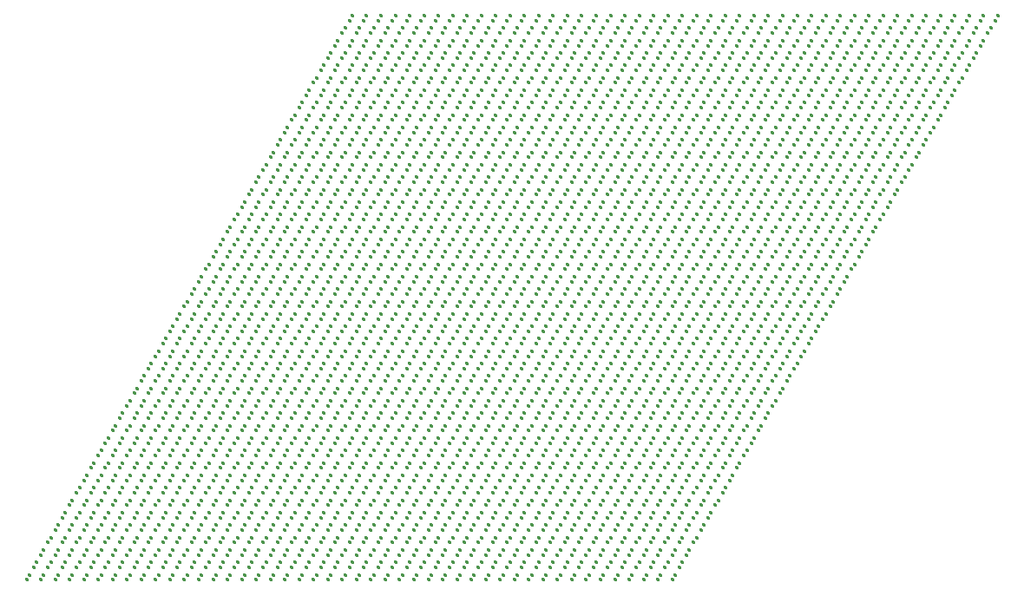
<source format=gtp>
%TF.GenerationSoftware,KiCad,Pcbnew,8.0.8*%
%TF.CreationDate,2025-03-26T10:56:16-07:00*%
%TF.ProjectId,led_mapper_850,6c65645f-6d61-4707-9065-725f3835302e,rev?*%
%TF.SameCoordinates,Original*%
%TF.FileFunction,Paste,Top*%
%TF.FilePolarity,Positive*%
%FSLAX46Y46*%
G04 Gerber Fmt 4.6, Leading zero omitted, Abs format (unit mm)*
G04 Created by KiCad (PCBNEW 8.0.8) date 2025-03-26 10:56:16*
%MOMM*%
%LPD*%
G01*
G04 APERTURE LIST*
G04 Aperture macros list*
%AMRoundRect*
0 Rectangle with rounded corners*
0 $1 Rounding radius*
0 $2 $3 $4 $5 $6 $7 $8 $9 X,Y pos of 4 corners*
0 Add a 4 corners polygon primitive as box body*
4,1,4,$2,$3,$4,$5,$6,$7,$8,$9,$2,$3,0*
0 Add four circle primitives for the rounded corners*
1,1,$1+$1,$2,$3*
1,1,$1+$1,$4,$5*
1,1,$1+$1,$6,$7*
1,1,$1+$1,$8,$9*
0 Add four rect primitives between the rounded corners*
20,1,$1+$1,$2,$3,$4,$5,0*
20,1,$1+$1,$4,$5,$6,$7,0*
20,1,$1+$1,$6,$7,$8,$9,0*
20,1,$1+$1,$8,$9,$2,$3,0*%
G04 Aperture macros list end*
%ADD10RoundRect,0.079500X0.047286X-0.119099X0.126786X0.018599X-0.047286X0.119099X-0.126786X-0.018599X0*%
G04 APERTURE END LIST*
D10*
%TO.C,D1197*%
X-18340000Y-31765811D03*
X-18060000Y-31280837D03*
%TD*%
%TO.C,D1404*%
X11060000Y-36615553D03*
X11340000Y-36130579D03*
%TD*%
%TO.C,D104*%
X13860000Y-2667358D03*
X14140000Y-2182384D03*
%TD*%
%TO.C,D1631*%
X-28840000Y-54802087D03*
X-28560000Y-54317113D03*
%TD*%
%TO.C,D1789*%
X10360000Y-49952345D03*
X10640000Y-49467371D03*
%TD*%
%TO.C,D339*%
X17360000Y-8729535D03*
X17640000Y-8244561D03*
%TD*%
%TO.C,D1783*%
X18760000Y-49952345D03*
X19040000Y-49467371D03*
%TD*%
%TO.C,D827*%
X22260000Y-19641456D03*
X22540000Y-19156482D03*
%TD*%
%TO.C,D2007*%
X30660000Y-43890167D03*
X30940000Y-43405193D03*
%TD*%
%TO.C,D1951*%
X-21140000Y-46315038D03*
X-20860000Y-45830064D03*
%TD*%
%TO.C,D1747*%
X4060000Y-51164780D03*
X4340000Y-50679806D03*
%TD*%
%TO.C,D361*%
X48160000Y-8729535D03*
X48440000Y-8244561D03*
%TD*%
%TO.C,D132*%
X53060000Y-2667358D03*
X53340000Y-2182384D03*
%TD*%
%TO.C,D1683*%
X28560000Y-52377216D03*
X28840000Y-51892242D03*
%TD*%
%TO.C,D1757*%
X-9940000Y-51164780D03*
X-9660000Y-50679806D03*
%TD*%
%TO.C,D2017*%
X16660000Y-43890167D03*
X16940000Y-43405193D03*
%TD*%
%TO.C,D1595*%
X21560000Y-54802087D03*
X21840000Y-54317113D03*
%TD*%
%TO.C,D1805*%
X-12040000Y-49952345D03*
X-11760000Y-49467371D03*
%TD*%
%TO.C,D345*%
X25760000Y-8729535D03*
X26040000Y-8244561D03*
%TD*%
%TO.C,D123*%
X40460000Y-2667358D03*
X40740000Y-2182384D03*
%TD*%
%TO.C,D1441*%
X-2240000Y-37827989D03*
X-1960000Y-37343015D03*
%TD*%
%TO.C,D207*%
X27860000Y-5092229D03*
X28140000Y-4607255D03*
%TD*%
%TO.C,D1846*%
X-4340000Y-48739909D03*
X-4060000Y-48254935D03*
%TD*%
%TO.C,D1159*%
X-6440000Y-30553376D03*
X-6160000Y-30068402D03*
%TD*%
%TO.C,D146*%
X7560000Y-3879793D03*
X7840000Y-3394819D03*
%TD*%
%TO.C,D217*%
X41860000Y-5092229D03*
X42140000Y-4607255D03*
%TD*%
%TO.C,D444*%
X34160000Y-11154407D03*
X34440000Y-10669433D03*
%TD*%
%TO.C,D1015*%
X19460000Y-14791713D03*
X19740000Y-14306739D03*
%TD*%
%TO.C,D329*%
X3360000Y-8729535D03*
X3640000Y-8244561D03*
%TD*%
%TO.C,D268*%
X48160000Y-6304664D03*
X48440000Y-5819690D03*
%TD*%
%TO.C,D1109*%
X-11340000Y-29340940D03*
X-11060000Y-28855966D03*
%TD*%
%TO.C,D1274*%
X24360000Y-32978247D03*
X24640000Y-32493273D03*
%TD*%
%TO.C,D185*%
X-2940000Y-5092229D03*
X-2660000Y-4607255D03*
%TD*%
%TO.C,D111*%
X23660000Y-2667358D03*
X23940000Y-2182384D03*
%TD*%
%TO.C,D238*%
X6160000Y-6304664D03*
X6440000Y-5819690D03*
%TD*%
%TO.C,D426*%
X8960000Y-11154407D03*
X9240000Y-10669433D03*
%TD*%
%TO.C,D1153*%
X-14840000Y-30553376D03*
X-14560000Y-30068402D03*
%TD*%
%TO.C,D1144*%
X37660000Y-29340940D03*
X37940000Y-28855966D03*
%TD*%
%TO.C,D1970*%
X17360000Y-45102602D03*
X17640000Y-44617628D03*
%TD*%
%TO.C,D981*%
X1960000Y-16004149D03*
X2240000Y-15519175D03*
%TD*%
%TO.C,D681*%
X31360000Y-23278762D03*
X31640000Y-22793788D03*
%TD*%
%TO.C,D386*%
X18060000Y-9941971D03*
X18340000Y-9456997D03*
%TD*%
%TO.C,D808*%
X48860000Y-19641456D03*
X49140000Y-19156482D03*
%TD*%
%TO.C,D1963*%
X27160000Y-45102602D03*
X27440000Y-44617628D03*
%TD*%
%TO.C,D33*%
X44660000Y-242487D03*
X44940000Y242487D03*
%TD*%
%TO.C,D1088*%
X24360000Y-28128505D03*
X24640000Y-27643531D03*
%TD*%
%TO.C,D1992*%
X-13440000Y-45102602D03*
X-13160000Y-44617628D03*
%TD*%
%TO.C,D1651*%
X8260000Y-53589651D03*
X8540000Y-53104677D03*
%TD*%
%TO.C,D82*%
X48160000Y-1454922D03*
X48440000Y-969948D03*
%TD*%
%TO.C,D1108*%
X-12740000Y-29340940D03*
X-12460000Y-28855966D03*
%TD*%
%TO.C,D912*%
X33460000Y-17216584D03*
X33740000Y-16731610D03*
%TD*%
%TO.C,D1480*%
X-12740000Y-39040425D03*
X-12460000Y-38555451D03*
%TD*%
%TO.C,D1559*%
X32760000Y-40252860D03*
X33040000Y-39767886D03*
%TD*%
%TO.C,D181*%
X56560000Y-3879793D03*
X56840000Y-3394819D03*
%TD*%
%TO.C,D736*%
X19460000Y-22066327D03*
X19740000Y-21581353D03*
%TD*%
%TO.C,D1865*%
X34160000Y-47527474D03*
X34440000Y-47042500D03*
%TD*%
%TO.C,D957*%
X35560000Y-16004149D03*
X35840000Y-15519175D03*
%TD*%
%TO.C,D1777*%
X27160000Y-49952345D03*
X27440000Y-49467371D03*
%TD*%
%TO.C,D1977*%
X7560000Y-45102602D03*
X7840000Y-44617628D03*
%TD*%
%TO.C,D940*%
X-5740000Y-17216584D03*
X-5460000Y-16731610D03*
%TD*%
%TO.C,D234*%
X560000Y-6304664D03*
X840000Y-5819690D03*
%TD*%
%TO.C,D1277*%
X28560000Y-32978247D03*
X28840000Y-32493273D03*
%TD*%
%TO.C,D430*%
X14560000Y-11154407D03*
X14840000Y-10669433D03*
%TD*%
%TO.C,D2001*%
X-26040000Y-45102602D03*
X-25760000Y-44617628D03*
%TD*%
%TO.C,D1475*%
X-19740000Y-39040425D03*
X-19460000Y-38555451D03*
%TD*%
%TO.C,D1338*%
X-16240000Y-35403118D03*
X-15960000Y-34918144D03*
%TD*%
%TO.C,D1395*%
X-1540000Y-36615553D03*
X-1260000Y-36130579D03*
%TD*%
%TO.C,D1201*%
X-12740000Y-31765811D03*
X-12460000Y-31280837D03*
%TD*%
%TO.C,D1875*%
X20160000Y-47527474D03*
X20440000Y-47042500D03*
%TD*%
%TO.C,D460*%
X56560000Y-11154407D03*
X56840000Y-10669433D03*
%TD*%
%TO.C,D1126*%
X12460000Y-29340940D03*
X12740000Y-28855966D03*
%TD*%
%TO.C,D467*%
X1260000Y-12366842D03*
X1540000Y-11881868D03*
%TD*%
%TO.C,D169*%
X39760000Y-3879793D03*
X40040000Y-3394819D03*
%TD*%
%TO.C,D1866*%
X32760000Y-47527474D03*
X33040000Y-47042500D03*
%TD*%
%TO.C,D70*%
X31360000Y-1454922D03*
X31640000Y-969948D03*
%TD*%
%TO.C,D1470*%
X38360000Y-37827989D03*
X38640000Y-37343015D03*
%TD*%
%TO.C,D1737*%
X18060000Y-51164780D03*
X18340000Y-50679806D03*
%TD*%
%TO.C,D2073*%
X3360000Y-42677731D03*
X3640000Y-42192757D03*
%TD*%
%TO.C,D546*%
X25060000Y-26916069D03*
X25340000Y-26431095D03*
%TD*%
%TO.C,D93*%
X-1540000Y-2667358D03*
X-1260000Y-2182384D03*
%TD*%
%TO.C,D688*%
X21560000Y-23278762D03*
X21840000Y-22793788D03*
%TD*%
%TO.C,D1025*%
X5460000Y-14791713D03*
X5740000Y-14306739D03*
%TD*%
%TO.C,D818*%
X34860000Y-19641456D03*
X35140000Y-19156482D03*
%TD*%
%TO.C,D1828*%
X20860000Y-48739909D03*
X21140000Y-48254935D03*
%TD*%
%TO.C,D2052*%
X32760000Y-42677731D03*
X33040000Y-42192757D03*
%TD*%
%TO.C,D1527*%
X-12040000Y-40252860D03*
X-11760000Y-39767886D03*
%TD*%
%TO.C,D1705*%
X-2240000Y-52377216D03*
X-1960000Y-51892242D03*
%TD*%
%TO.C,D501*%
X48860000Y-12366842D03*
X49140000Y-11881868D03*
%TD*%
%TO.C,D2094*%
X39060000Y-41465296D03*
X39340000Y-40980322D03*
%TD*%
%TO.C,D1656*%
X1260000Y-53589651D03*
X1540000Y-53104677D03*
%TD*%
%TO.C,D203*%
X22260000Y-5092229D03*
X22540000Y-4607255D03*
%TD*%
%TO.C,D145*%
X6160000Y-3879793D03*
X6440000Y-3394819D03*
%TD*%
%TO.C,D2033*%
X-5740000Y-43890167D03*
X-5460000Y-43405193D03*
%TD*%
%TO.C,D1558*%
X31360000Y-40252860D03*
X31640000Y-39767886D03*
%TD*%
%TO.C,D1133*%
X22260000Y-29340940D03*
X22540000Y-28855966D03*
%TD*%
%TO.C,D958*%
X34160000Y-16004149D03*
X34440000Y-15519175D03*
%TD*%
%TO.C,D1957*%
X35560000Y-45102602D03*
X35840000Y-44617628D03*
%TD*%
%TO.C,D614*%
X-5040000Y-25703633D03*
X-4760000Y-25218659D03*
%TD*%
%TO.C,D338*%
X15960000Y-8729535D03*
X16240000Y-8244561D03*
%TD*%
%TO.C,D878*%
X15960000Y-18429020D03*
X16240000Y-17944046D03*
%TD*%
%TO.C,D456*%
X50960000Y-11154407D03*
X51240000Y-10669433D03*
%TD*%
%TO.C,D175*%
X48160000Y-3879793D03*
X48440000Y-3394819D03*
%TD*%
%TO.C,D1322*%
X26460000Y-34190682D03*
X26740000Y-33705708D03*
%TD*%
%TO.C,D1652*%
X6860000Y-53589651D03*
X7140000Y-53104677D03*
%TD*%
%TO.C,D1990*%
X-10640000Y-45102602D03*
X-10360000Y-44617628D03*
%TD*%
%TO.C,D1449*%
X8960000Y-37827989D03*
X9240000Y-37343015D03*
%TD*%
%TO.C,D1118*%
X1260000Y-29340940D03*
X1540000Y-28855966D03*
%TD*%
%TO.C,D752*%
X-2940000Y-22066327D03*
X-2660000Y-21581353D03*
%TD*%
%TO.C,D434*%
X20160000Y-11154407D03*
X20440000Y-10669433D03*
%TD*%
%TO.C,D575*%
X-15540000Y-26916069D03*
X-15260000Y-26431095D03*
%TD*%
%TO.C,D1278*%
X29960000Y-32978247D03*
X30240000Y-32493273D03*
%TD*%
%TO.C,D505*%
X54460000Y-12366842D03*
X54740000Y-11881868D03*
%TD*%
%TO.C,D663*%
X-8540000Y-24491198D03*
X-8260000Y-24006224D03*
%TD*%
%TO.C,D812*%
X43260000Y-19641456D03*
X43540000Y-19156482D03*
%TD*%
%TO.C,D711*%
X-10640000Y-23278762D03*
X-10360000Y-22793788D03*
%TD*%
%TO.C,D1137*%
X27860000Y-29340940D03*
X28140000Y-28855966D03*
%TD*%
%TO.C,D1495*%
X8260000Y-39040425D03*
X8540000Y-38555451D03*
%TD*%
%TO.C,D1512*%
X32060000Y-39040425D03*
X32340000Y-38555451D03*
%TD*%
%TO.C,D301*%
X29260000Y-7517100D03*
X29540000Y-7032126D03*
%TD*%
%TO.C,D1660*%
X-4340000Y-53589651D03*
X-4060000Y-53104677D03*
%TD*%
%TO.C,D725*%
X34860000Y-22066327D03*
X35140000Y-21581353D03*
%TD*%
%TO.C,D1586*%
X5460000Y-41465296D03*
X5740000Y-40980322D03*
%TD*%
%TO.C,D1731*%
X26460000Y-51164780D03*
X26740000Y-50679806D03*
%TD*%
%TO.C,D722*%
X39060000Y-22066327D03*
X39340000Y-21581353D03*
%TD*%
%TO.C,D1734*%
X22260000Y-51164780D03*
X22540000Y-50679806D03*
%TD*%
%TO.C,D1246*%
X-14840000Y-32978247D03*
X-14560000Y-32493273D03*
%TD*%
%TO.C,D1913*%
X32060000Y-46315038D03*
X32340000Y-45830064D03*
%TD*%
%TO.C,D1424*%
X39060000Y-36615553D03*
X39340000Y-36130579D03*
%TD*%
%TO.C,D1212*%
X2660000Y-31765811D03*
X2940000Y-31280837D03*
%TD*%
%TO.C,D576*%
X48160000Y-25703633D03*
X48440000Y-25218659D03*
%TD*%
%TO.C,D1542*%
X8960000Y-40252860D03*
X9240000Y-39767886D03*
%TD*%
%TO.C,D1981*%
X1960000Y-45102602D03*
X2240000Y-44617628D03*
%TD*%
%TO.C,D1236*%
X36260000Y-31765811D03*
X36540000Y-31280837D03*
%TD*%
%TO.C,D1190*%
X36960000Y-30553376D03*
X37240000Y-30068402D03*
%TD*%
%TO.C,D1561*%
X35560000Y-40252860D03*
X35840000Y-39767886D03*
%TD*%
%TO.C,D1639*%
X25060000Y-53589651D03*
X25340000Y-53104677D03*
%TD*%
%TO.C,D1481*%
X-11340000Y-39040425D03*
X-11060000Y-38555451D03*
%TD*%
%TO.C,D46*%
X62860000Y-242487D03*
X63140000Y242487D03*
%TD*%
%TO.C,D1171*%
X10360000Y-30553376D03*
X10640000Y-30068402D03*
%TD*%
%TO.C,D1369*%
X27160000Y-35403118D03*
X27440000Y-34918144D03*
%TD*%
%TO.C,D757*%
X-9940000Y-22066327D03*
X-9660000Y-21581353D03*
%TD*%
%TO.C,D277*%
X-4340000Y-7517100D03*
X-4060000Y-7032126D03*
%TD*%
%TO.C,D542*%
X30660000Y-26916069D03*
X30940000Y-26431095D03*
%TD*%
%TO.C,D1307*%
X5460000Y-34190682D03*
X5740000Y-33705708D03*
%TD*%
%TO.C,D1508*%
X26460000Y-39040425D03*
X26740000Y-38555451D03*
%TD*%
%TO.C,D1647*%
X13860000Y-53589651D03*
X14140000Y-53104677D03*
%TD*%
%TO.C,D1942*%
X-8540000Y-46315038D03*
X-8260000Y-45830064D03*
%TD*%
%TO.C,D414*%
X57260000Y-9941971D03*
X57540000Y-9456997D03*
%TD*%
%TO.C,D99*%
X6860000Y-2667358D03*
X7140000Y-2182384D03*
%TD*%
%TO.C,D1726*%
X33460000Y-51164780D03*
X33740000Y-50679806D03*
%TD*%
%TO.C,D1370*%
X28560000Y-35403118D03*
X28840000Y-34918144D03*
%TD*%
%TO.C,D934*%
X2660000Y-17216584D03*
X2940000Y-16731610D03*
%TD*%
%TO.C,D2044*%
X-21140000Y-43890167D03*
X-20860000Y-43405193D03*
%TD*%
%TO.C,D72*%
X34160000Y-1454922D03*
X34440000Y-969948D03*
%TD*%
%TO.C,D1629*%
X-26040000Y-54802087D03*
X-25760000Y-54317113D03*
%TD*%
%TO.C,D1330*%
X37660000Y-34190682D03*
X37940000Y-33705708D03*
%TD*%
%TO.C,D108*%
X19460000Y-2667358D03*
X19740000Y-2182384D03*
%TD*%
%TO.C,D1844*%
X-1540000Y-48739909D03*
X-1260000Y-48254935D03*
%TD*%
%TO.C,D1299*%
X-5740000Y-34190682D03*
X-5460000Y-33705708D03*
%TD*%
%TO.C,D567*%
X-4340000Y-26916069D03*
X-4060000Y-26431095D03*
%TD*%
%TO.C,D308*%
X39060000Y-7517100D03*
X39340000Y-7032126D03*
%TD*%
%TO.C,D692*%
X15960000Y-23278762D03*
X16240000Y-22793788D03*
%TD*%
%TO.C,D1574*%
X-11340000Y-41465296D03*
X-11060000Y-40980322D03*
%TD*%
%TO.C,D423*%
X4760000Y-11154407D03*
X5040000Y-10669433D03*
%TD*%
%TO.C,D1303*%
X-140000Y-34190682D03*
X140000Y-33705708D03*
%TD*%
%TO.C,D1057*%
X25760000Y-13579278D03*
X26040000Y-13094304D03*
%TD*%
%TO.C,D1017*%
X16660000Y-14791713D03*
X16940000Y-14306739D03*
%TD*%
%TO.C,D1468*%
X35560000Y-37827989D03*
X35840000Y-37343015D03*
%TD*%
%TO.C,D705*%
X-2240000Y-23278762D03*
X-1960000Y-22793788D03*
%TD*%
%TO.C,D486*%
X27860000Y-12366842D03*
X28140000Y-11881868D03*
%TD*%
%TO.C,D666*%
X-12740000Y-24491198D03*
X-12460000Y-24006224D03*
%TD*%
%TO.C,D763*%
X46760000Y-20853891D03*
X47040000Y-20368917D03*
%TD*%
%TO.C,D1434*%
X-12040000Y-37827989D03*
X-11760000Y-37343015D03*
%TD*%
%TO.C,D1120*%
X4060000Y-29340940D03*
X4340000Y-28855966D03*
%TD*%
%TO.C,D1496*%
X9660000Y-39040425D03*
X9940000Y-38555451D03*
%TD*%
%TO.C,D79*%
X43960000Y-1454922D03*
X44240000Y-969948D03*
%TD*%
%TO.C,D1570*%
X-16940000Y-41465296D03*
X-16660000Y-40980322D03*
%TD*%
%TO.C,D286*%
X8260000Y-7517100D03*
X8540000Y-7032126D03*
%TD*%
%TO.C,D1520*%
X-21840000Y-40252860D03*
X-21560000Y-39767886D03*
%TD*%
%TO.C,D1374*%
X34160000Y-35403118D03*
X34440000Y-34918144D03*
%TD*%
%TO.C,D250*%
X22960000Y-6304664D03*
X23240000Y-5819690D03*
%TD*%
%TO.C,D1886*%
X4760000Y-47527474D03*
X5040000Y-47042500D03*
%TD*%
%TO.C,D1030*%
X-1540000Y-14791713D03*
X-1260000Y-14306739D03*
%TD*%
%TO.C,D539*%
X34860000Y-26916069D03*
X35140000Y-26431095D03*
%TD*%
%TO.C,D582*%
X39760000Y-25703633D03*
X40040000Y-25218659D03*
%TD*%
%TO.C,D865*%
X34160000Y-18429020D03*
X34440000Y-17944046D03*
%TD*%
%TO.C,D653*%
X5460000Y-24491198D03*
X5740000Y-24006224D03*
%TD*%
%TO.C,D637*%
X27860000Y-24491198D03*
X28140000Y-24006224D03*
%TD*%
%TO.C,D1357*%
X10360000Y-35403118D03*
X10640000Y-34918144D03*
%TD*%
%TO.C,D1714*%
X-14840000Y-52377216D03*
X-14560000Y-51892242D03*
%TD*%
%TO.C,D492*%
X36260000Y-12366842D03*
X36540000Y-11881868D03*
%TD*%
%TO.C,D890*%
X-840000Y-18429020D03*
X-560000Y-17944046D03*
%TD*%
%TO.C,D997*%
X44660000Y-14791713D03*
X44940000Y-14306739D03*
%TD*%
%TO.C,D267*%
X46760000Y-6304664D03*
X47040000Y-5819690D03*
%TD*%
%TO.C,D1008*%
X29260000Y-14791713D03*
X29540000Y-14306739D03*
%TD*%
%TO.C,D1312*%
X12460000Y-34190682D03*
X12740000Y-33705708D03*
%TD*%
%TO.C,D1870*%
X27160000Y-47527474D03*
X27440000Y-47042500D03*
%TD*%
%TO.C,D377*%
X5460000Y-9941971D03*
X5740000Y-9456997D03*
%TD*%
%TO.C,D693*%
X14560000Y-23278762D03*
X14840000Y-22793788D03*
%TD*%
%TO.C,D1431*%
X-16240000Y-37827989D03*
X-15960000Y-37343015D03*
%TD*%
%TO.C,D1679*%
X-30940000Y-53589651D03*
X-30660000Y-53104677D03*
%TD*%
%TO.C,D1253*%
X-5040000Y-32978247D03*
X-4760000Y-32493273D03*
%TD*%
%TO.C,D26*%
X34860000Y-242487D03*
X35140000Y242487D03*
%TD*%
%TO.C,D2086*%
X-14840000Y-42677731D03*
X-14560000Y-42192757D03*
%TD*%
%TO.C,D886*%
X4760000Y-18429020D03*
X5040000Y-17944046D03*
%TD*%
%TO.C,D841*%
X2660000Y-19641456D03*
X2940000Y-19156482D03*
%TD*%
%TO.C,D951*%
X43960000Y-16004149D03*
X44240000Y-15519175D03*
%TD*%
%TO.C,D355*%
X39760000Y-8729535D03*
X40040000Y-8244561D03*
%TD*%
%TO.C,D1514*%
X34860000Y-39040425D03*
X35140000Y-38555451D03*
%TD*%
%TO.C,D1250*%
X-9240000Y-32978247D03*
X-8960000Y-32493273D03*
%TD*%
%TO.C,D928*%
X11060000Y-17216584D03*
X11340000Y-16731610D03*
%TD*%
%TO.C,D1910*%
X36260000Y-46315038D03*
X36540000Y-45830064D03*
%TD*%
%TO.C,D312*%
X44660000Y-7517100D03*
X44940000Y-7032126D03*
%TD*%
%TO.C,D1031*%
X-2940000Y-14791713D03*
X-2660000Y-14306739D03*
%TD*%
%TO.C,D645*%
X16660000Y-24491198D03*
X16940000Y-24006224D03*
%TD*%
%TO.C,D1934*%
X2660000Y-46315038D03*
X2940000Y-45830064D03*
%TD*%
%TO.C,D2097*%
X34860000Y-41465296D03*
X35140000Y-40980322D03*
%TD*%
%TO.C,D297*%
X23660000Y-7517100D03*
X23940000Y-7032126D03*
%TD*%
%TO.C,D34*%
X46060000Y-242487D03*
X46340000Y242487D03*
%TD*%
%TO.C,D907*%
X40460000Y-17216584D03*
X40740000Y-16731610D03*
%TD*%
%TO.C,D1446*%
X4760000Y-37827989D03*
X5040000Y-37343015D03*
%TD*%
%TO.C,D608*%
X3360000Y-25703633D03*
X3640000Y-25218659D03*
%TD*%
%TO.C,D933*%
X4060000Y-17216584D03*
X4340000Y-16731610D03*
%TD*%
%TO.C,D1096*%
X35560000Y-28128505D03*
X35840000Y-27643531D03*
%TD*%
%TO.C,D920*%
X22260000Y-17216584D03*
X22540000Y-16731610D03*
%TD*%
%TO.C,D1845*%
X-2940000Y-48739909D03*
X-2660000Y-48254935D03*
%TD*%
%TO.C,D916*%
X27860000Y-17216584D03*
X28140000Y-16731610D03*
%TD*%
%TO.C,D1131*%
X19460000Y-29340940D03*
X19740000Y-28855966D03*
%TD*%
%TO.C,D2100*%
X30660000Y-41465296D03*
X30940000Y-40980322D03*
%TD*%
%TO.C,D982*%
X560000Y-16004149D03*
X840000Y-15519175D03*
%TD*%
%TO.C,D137*%
X60060000Y-2667358D03*
X60340000Y-2182384D03*
%TD*%
%TO.C,D526*%
X18760000Y-13579278D03*
X19040000Y-13094304D03*
%TD*%
%TO.C,D2063*%
X17360000Y-42677731D03*
X17640000Y-42192757D03*
%TD*%
%TO.C,D1170*%
X8960000Y-30553376D03*
X9240000Y-30068402D03*
%TD*%
%TO.C,D1860*%
X-23940000Y-48739909D03*
X-23660000Y-48254935D03*
%TD*%
%TO.C,D2062*%
X18760000Y-42677731D03*
X19040000Y-42192757D03*
%TD*%
%TO.C,D1403*%
X9660000Y-36615553D03*
X9940000Y-36130579D03*
%TD*%
%TO.C,D1447*%
X6160000Y-37827989D03*
X6440000Y-37343015D03*
%TD*%
%TO.C,D2087*%
X-16240000Y-42677731D03*
X-15960000Y-42192757D03*
%TD*%
%TO.C,D1203*%
X-9940000Y-31765811D03*
X-9660000Y-31280837D03*
%TD*%
%TO.C,D1710*%
X-9240000Y-52377216D03*
X-8960000Y-51892242D03*
%TD*%
%TO.C,D1173*%
X13160000Y-30553376D03*
X13440000Y-30068402D03*
%TD*%
%TO.C,D1493*%
X5460000Y-39040425D03*
X5740000Y-38555451D03*
%TD*%
%TO.C,D120*%
X36260000Y-2667358D03*
X36540000Y-2182384D03*
%TD*%
%TO.C,D984*%
X-2240000Y-16004149D03*
X-1960000Y-15519175D03*
%TD*%
%TO.C,D750*%
X-140000Y-22066327D03*
X140000Y-21581353D03*
%TD*%
%TO.C,D568*%
X-5740000Y-26916069D03*
X-5460000Y-26431095D03*
%TD*%
%TO.C,D1390*%
X-8540000Y-36615553D03*
X-8260000Y-36130579D03*
%TD*%
%TO.C,D1129*%
X16660000Y-29340940D03*
X16940000Y-28855966D03*
%TD*%
%TO.C,D105*%
X15260000Y-2667358D03*
X15540000Y-2182384D03*
%TD*%
%TO.C,D1122*%
X6860000Y-29340940D03*
X7140000Y-28855966D03*
%TD*%
%TO.C,D972*%
X14560000Y-16004149D03*
X14840000Y-15519175D03*
%TD*%
%TO.C,D119*%
X34860000Y-2667358D03*
X35140000Y-2182384D03*
%TD*%
%TO.C,D1818*%
X34860000Y-48739909D03*
X35140000Y-48254935D03*
%TD*%
%TO.C,D322*%
X58660000Y-7517100D03*
X58940000Y-7032126D03*
%TD*%
%TO.C,D1196*%
X45360000Y-30553376D03*
X45640000Y-30068402D03*
%TD*%
%TO.C,D1908*%
X-26040000Y-47527474D03*
X-25760000Y-47042500D03*
%TD*%
%TO.C,D1373*%
X32760000Y-35403118D03*
X33040000Y-34918144D03*
%TD*%
%TO.C,D106*%
X16660000Y-2667358D03*
X16940000Y-2182384D03*
%TD*%
%TO.C,D679*%
X34160000Y-23278762D03*
X34440000Y-22793788D03*
%TD*%
%TO.C,D1162*%
X-2240000Y-30553376D03*
X-1960000Y-30068402D03*
%TD*%
%TO.C,D91*%
X60760000Y-1454922D03*
X61040000Y-969948D03*
%TD*%
%TO.C,D1890*%
X-840000Y-47527474D03*
X-560000Y-47042500D03*
%TD*%
%TO.C,D1423*%
X37660000Y-36615553D03*
X37940000Y-36130579D03*
%TD*%
%TO.C,D1926*%
X13860000Y-46315038D03*
X14140000Y-45830064D03*
%TD*%
%TO.C,D141*%
X560000Y-3879793D03*
X840000Y-3394819D03*
%TD*%
%TO.C,D710*%
X-9240000Y-23278762D03*
X-8960000Y-22793788D03*
%TD*%
%TO.C,D775*%
X29960000Y-20853891D03*
X30240000Y-20368917D03*
%TD*%
%TO.C,D340*%
X18760000Y-8729535D03*
X19040000Y-8244561D03*
%TD*%
%TO.C,D1296*%
X-9940000Y-34190682D03*
X-9660000Y-33705708D03*
%TD*%
%TO.C,D1146*%
X40460000Y-29340940D03*
X40740000Y-28855966D03*
%TD*%
%TO.C,D772*%
X34160000Y-20853891D03*
X34440000Y-20368917D03*
%TD*%
%TO.C,D658*%
X-1540000Y-24491198D03*
X-1260000Y-24006224D03*
%TD*%
%TO.C,D190*%
X4060000Y-5092229D03*
X4340000Y-4607255D03*
%TD*%
%TO.C,D770*%
X36960000Y-20853891D03*
X37240000Y-20368917D03*
%TD*%
%TO.C,D873*%
X22960000Y-18429020D03*
X23240000Y-17944046D03*
%TD*%
%TO.C,D424*%
X6160000Y-11154407D03*
X6440000Y-10669433D03*
%TD*%
%TO.C,D204*%
X23660000Y-5092229D03*
X23940000Y-4607255D03*
%TD*%
%TO.C,D359*%
X45360000Y-8729535D03*
X45640000Y-8244561D03*
%TD*%
%TO.C,D1533*%
X-3640000Y-40252860D03*
X-3360000Y-39767886D03*
%TD*%
%TO.C,D196*%
X12460000Y-5092229D03*
X12740000Y-4607255D03*
%TD*%
%TO.C,D328*%
X1960000Y-8729535D03*
X2240000Y-8244561D03*
%TD*%
%TO.C,D810*%
X46060000Y-19641456D03*
X46340000Y-19156482D03*
%TD*%
%TO.C,D1460*%
X24360000Y-37827989D03*
X24640000Y-37343015D03*
%TD*%
%TO.C,D1856*%
X-18340000Y-48739909D03*
X-18060000Y-48254935D03*
%TD*%
%TO.C,D85*%
X52360000Y-1454922D03*
X52640000Y-969948D03*
%TD*%
%TO.C,D531*%
X46060000Y-26916069D03*
X46340000Y-26431095D03*
%TD*%
%TO.C,D1804*%
X-10640000Y-49952345D03*
X-10360000Y-49467371D03*
%TD*%
%TO.C,D1097*%
X36960000Y-28128505D03*
X37240000Y-27643531D03*
%TD*%
%TO.C,D183*%
X59360000Y-3879793D03*
X59640000Y-3394819D03*
%TD*%
%TO.C,D401*%
X39060000Y-9941971D03*
X39340000Y-9456997D03*
%TD*%
%TO.C,D514*%
X1960000Y-13579278D03*
X2240000Y-13094304D03*
%TD*%
%TO.C,D331*%
X6160000Y-8729535D03*
X6440000Y-8244561D03*
%TD*%
%TO.C,D313*%
X46060000Y-7517100D03*
X46340000Y-7032126D03*
%TD*%
%TO.C,D230*%
X60060000Y-5092229D03*
X60340000Y-4607255D03*
%TD*%
%TO.C,D1800*%
X-5040000Y-49952345D03*
X-4760000Y-49467371D03*
%TD*%
%TO.C,D551*%
X18060000Y-26916069D03*
X18340000Y-26431095D03*
%TD*%
%TO.C,D1513*%
X33460000Y-39040425D03*
X33740000Y-38555451D03*
%TD*%
%TO.C,D743*%
X9660000Y-22066327D03*
X9940000Y-21581353D03*
%TD*%
%TO.C,D1210*%
X-140000Y-31765811D03*
X140000Y-31280837D03*
%TD*%
%TO.C,D2109*%
X18060000Y-41465296D03*
X18340000Y-40980322D03*
%TD*%
%TO.C,D346*%
X27160000Y-8729535D03*
X27440000Y-8244561D03*
%TD*%
%TO.C,D453*%
X46760000Y-11154407D03*
X47040000Y-10669433D03*
%TD*%
%TO.C,D1437*%
X-7840000Y-37827989D03*
X-7560000Y-37343015D03*
%TD*%
%TO.C,D938*%
X-2940000Y-17216584D03*
X-2660000Y-16731610D03*
%TD*%
%TO.C,D955*%
X38360000Y-16004149D03*
X38640000Y-15519175D03*
%TD*%
%TO.C,D871*%
X25760000Y-18429020D03*
X26040000Y-17944046D03*
%TD*%
%TO.C,D38*%
X51660000Y-242487D03*
X51940000Y242487D03*
%TD*%
%TO.C,D784*%
X17360000Y-20853891D03*
X17640000Y-20368917D03*
%TD*%
%TO.C,D1206*%
X-5740000Y-31765811D03*
X-5460000Y-31280837D03*
%TD*%
%TO.C,D1464*%
X29960000Y-37827989D03*
X30240000Y-37343015D03*
%TD*%
%TO.C,D1947*%
X-15540000Y-46315038D03*
X-15260000Y-45830064D03*
%TD*%
%TO.C,D773*%
X32760000Y-20853891D03*
X33040000Y-20368917D03*
%TD*%
%TO.C,D1014*%
X20860000Y-14791713D03*
X21140000Y-14306739D03*
%TD*%
%TO.C,D237*%
X4760000Y-6304664D03*
X5040000Y-5819690D03*
%TD*%
%TO.C,D97*%
X4060000Y-2667358D03*
X4340000Y-2182384D03*
%TD*%
%TO.C,D408*%
X48860000Y-9941971D03*
X49140000Y-9456997D03*
%TD*%
%TO.C,D1775*%
X29960000Y-49952345D03*
X30240000Y-49467371D03*
%TD*%
%TO.C,D1962*%
X28560000Y-45102602D03*
X28840000Y-44617628D03*
%TD*%
%TO.C,D324*%
X-3640000Y-8729535D03*
X-3360000Y-8244561D03*
%TD*%
%TO.C,D1630*%
X-27440000Y-54802087D03*
X-27160000Y-54317113D03*
%TD*%
%TO.C,D293*%
X18060000Y-7517100D03*
X18340000Y-7032126D03*
%TD*%
%TO.C,D227*%
X55860000Y-5092229D03*
X56140000Y-4607255D03*
%TD*%
%TO.C,D1022*%
X9660000Y-14791713D03*
X9940000Y-14306739D03*
%TD*%
%TO.C,D159*%
X25760000Y-3879793D03*
X26040000Y-3394819D03*
%TD*%
%TO.C,D1945*%
X-12740000Y-46315038D03*
X-12460000Y-45830064D03*
%TD*%
%TO.C,D191*%
X5460000Y-5092229D03*
X5740000Y-4607255D03*
%TD*%
%TO.C,D655*%
X2660000Y-24491198D03*
X2940000Y-24006224D03*
%TD*%
%TO.C,D41*%
X55860000Y-242487D03*
X56140000Y242487D03*
%TD*%
%TO.C,D508*%
X-6440000Y-13579278D03*
X-6160000Y-13094304D03*
%TD*%
%TO.C,D756*%
X-8540000Y-22066327D03*
X-8260000Y-21581353D03*
%TD*%
%TO.C,D1221*%
X15260000Y-31765811D03*
X15540000Y-31280837D03*
%TD*%
%TO.C,D428*%
X11760000Y-11154407D03*
X12040000Y-10669433D03*
%TD*%
%TO.C,D292*%
X16660000Y-7517100D03*
X16940000Y-7032126D03*
%TD*%
%TO.C,D349*%
X31360000Y-8729535D03*
X31640000Y-8244561D03*
%TD*%
%TO.C,D1166*%
X3360000Y-30553376D03*
X3640000Y-30068402D03*
%TD*%
%TO.C,D1923*%
X18060000Y-46315038D03*
X18340000Y-45830064D03*
%TD*%
%TO.C,D512*%
X-840000Y-13579278D03*
X-560000Y-13094304D03*
%TD*%
%TO.C,D618*%
X-10640000Y-25703633D03*
X-10360000Y-25218659D03*
%TD*%
%TO.C,D1123*%
X8260000Y-29340940D03*
X8540000Y-28855966D03*
%TD*%
%TO.C,D2032*%
X-4340000Y-43890167D03*
X-4060000Y-43405193D03*
%TD*%
%TO.C,D420*%
X560000Y-11154407D03*
X840000Y-10669433D03*
%TD*%
%TO.C,D195*%
X11060000Y-5092229D03*
X11340000Y-4607255D03*
%TD*%
%TO.C,D2011*%
X25060000Y-43890167D03*
X25340000Y-43405193D03*
%TD*%
%TO.C,D826*%
X23660000Y-19641456D03*
X23940000Y-19156482D03*
%TD*%
%TO.C,D1406*%
X13860000Y-36615553D03*
X14140000Y-36130579D03*
%TD*%
%TO.C,D586*%
X34160000Y-25703633D03*
X34440000Y-25218659D03*
%TD*%
%TO.C,D1259*%
X3360000Y-32978247D03*
X3640000Y-32493273D03*
%TD*%
%TO.C,D7*%
X8260000Y-242487D03*
X8540000Y242487D03*
%TD*%
%TO.C,D544*%
X27860000Y-26916069D03*
X28140000Y-26431095D03*
%TD*%
%TO.C,D1898*%
X-12040000Y-47527474D03*
X-11760000Y-47042500D03*
%TD*%
%TO.C,D1336*%
X-19040000Y-35403118D03*
X-18760000Y-34918144D03*
%TD*%
%TO.C,D2014*%
X20860000Y-43890167D03*
X21140000Y-43405193D03*
%TD*%
%TO.C,D2040*%
X-15540000Y-43890167D03*
X-15260000Y-43405193D03*
%TD*%
%TO.C,D946*%
X50960000Y-16004149D03*
X51240000Y-15519175D03*
%TD*%
%TO.C,D395*%
X30660000Y-9941971D03*
X30940000Y-9456997D03*
%TD*%
%TO.C,D1861*%
X-25340000Y-48739909D03*
X-25060000Y-48254935D03*
%TD*%
%TO.C,D2055*%
X28560000Y-42677731D03*
X28840000Y-42192757D03*
%TD*%
%TO.C,D1525*%
X-14840000Y-40252860D03*
X-14560000Y-39767886D03*
%TD*%
%TO.C,D23*%
X30660000Y-242487D03*
X30940000Y242487D03*
%TD*%
%TO.C,D1796*%
X560000Y-49952345D03*
X840000Y-49467371D03*
%TD*%
%TO.C,D1382*%
X-19740000Y-36615553D03*
X-19460000Y-36130579D03*
%TD*%
%TO.C,D1392*%
X-5740000Y-36615553D03*
X-5460000Y-36130579D03*
%TD*%
%TO.C,D117*%
X32060000Y-2667358D03*
X32340000Y-2182384D03*
%TD*%
%TO.C,D1225*%
X20860000Y-31765811D03*
X21140000Y-31280837D03*
%TD*%
%TO.C,D1411*%
X20860000Y-36615553D03*
X21140000Y-36130579D03*
%TD*%
%TO.C,D1776*%
X28560000Y-49952345D03*
X28840000Y-49467371D03*
%TD*%
%TO.C,D1315*%
X16660000Y-34190682D03*
X16940000Y-33705708D03*
%TD*%
%TO.C,D193*%
X8260000Y-5092229D03*
X8540000Y-4607255D03*
%TD*%
%TO.C,D1824*%
X26460000Y-48739909D03*
X26740000Y-48254935D03*
%TD*%
%TO.C,D1569*%
X-18340000Y-41465296D03*
X-18060000Y-40980322D03*
%TD*%
%TO.C,D1398*%
X2660000Y-36615553D03*
X2940000Y-36130579D03*
%TD*%
%TO.C,D769*%
X38360000Y-20853891D03*
X38640000Y-20368917D03*
%TD*%
%TO.C,D511*%
X-2240000Y-13579278D03*
X-1960000Y-13094304D03*
%TD*%
%TO.C,D2042*%
X-18340000Y-43890167D03*
X-18060000Y-43405193D03*
%TD*%
%TO.C,D419*%
X-840000Y-11154407D03*
X-560000Y-10669433D03*
%TD*%
%TO.C,D274*%
X56560000Y-6304664D03*
X56840000Y-5819690D03*
%TD*%
%TO.C,D1054*%
X29960000Y-13579278D03*
X30240000Y-13094304D03*
%TD*%
%TO.C,D613*%
X-3640000Y-25703633D03*
X-3360000Y-25218659D03*
%TD*%
%TO.C,D1178*%
X20160000Y-30553376D03*
X20440000Y-30068402D03*
%TD*%
%TO.C,D263*%
X41160000Y-6304664D03*
X41440000Y-5819690D03*
%TD*%
%TO.C,D649*%
X11060000Y-24491198D03*
X11340000Y-24006224D03*
%TD*%
%TO.C,D1228*%
X25060000Y-31765811D03*
X25340000Y-31280837D03*
%TD*%
%TO.C,D521*%
X11760000Y-13579278D03*
X12040000Y-13094304D03*
%TD*%
%TO.C,D1213*%
X4060000Y-31765811D03*
X4340000Y-31280837D03*
%TD*%
%TO.C,D344*%
X24360000Y-8729535D03*
X24640000Y-8244561D03*
%TD*%
%TO.C,D1534*%
X-2240000Y-40252860D03*
X-1960000Y-39767886D03*
%TD*%
%TO.C,D782*%
X20160000Y-20853891D03*
X20440000Y-20368917D03*
%TD*%
%TO.C,D1231*%
X29260000Y-31765811D03*
X29540000Y-31280837D03*
%TD*%
%TO.C,D251*%
X24360000Y-6304664D03*
X24640000Y-5819690D03*
%TD*%
%TO.C,D405*%
X44660000Y-9941971D03*
X44940000Y-9456997D03*
%TD*%
%TO.C,D1222*%
X16660000Y-31765811D03*
X16940000Y-31280837D03*
%TD*%
%TO.C,D569*%
X-7140000Y-26916069D03*
X-6860000Y-26431095D03*
%TD*%
%TO.C,D2003*%
X36260000Y-43890167D03*
X36540000Y-43405193D03*
%TD*%
%TO.C,D373*%
X-140000Y-9941971D03*
X140000Y-9456997D03*
%TD*%
%TO.C,D472*%
X8260000Y-12366842D03*
X8540000Y-11881868D03*
%TD*%
%TO.C,D1794*%
X3360000Y-49952345D03*
X3640000Y-49467371D03*
%TD*%
%TO.C,D779*%
X24360000Y-20853891D03*
X24640000Y-20368917D03*
%TD*%
%TO.C,D1377*%
X38360000Y-35403118D03*
X38640000Y-34918144D03*
%TD*%
%TO.C,D168*%
X38360000Y-3879793D03*
X38640000Y-3394819D03*
%TD*%
%TO.C,D1589*%
X29960000Y-54802087D03*
X30240000Y-54317113D03*
%TD*%
%TO.C,D1907*%
X-24640000Y-47527474D03*
X-24360000Y-47042500D03*
%TD*%
%TO.C,D1591*%
X27160000Y-54802087D03*
X27440000Y-54317113D03*
%TD*%
%TO.C,D1311*%
X11060000Y-34190682D03*
X11340000Y-33705708D03*
%TD*%
%TO.C,D271*%
X52360000Y-6304664D03*
X52640000Y-5819690D03*
%TD*%
%TO.C,D1895*%
X-7840000Y-47527474D03*
X-7560000Y-47042500D03*
%TD*%
%TO.C,D341*%
X20160000Y-8729535D03*
X20440000Y-8244561D03*
%TD*%
%TO.C,D1878*%
X15960000Y-47527474D03*
X16240000Y-47042500D03*
%TD*%
%TO.C,D318*%
X53060000Y-7517100D03*
X53340000Y-7032126D03*
%TD*%
%TO.C,D1622*%
X-16240000Y-54802087D03*
X-15960000Y-54317113D03*
%TD*%
%TO.C,D372*%
X-1540000Y-9941971D03*
X-1260000Y-9456997D03*
%TD*%
%TO.C,D1415*%
X26460000Y-36615553D03*
X26740000Y-36130579D03*
%TD*%
%TO.C,D200*%
X18060000Y-5092229D03*
X18340000Y-4607255D03*
%TD*%
%TO.C,D364*%
X52360000Y-8729535D03*
X52640000Y-8244561D03*
%TD*%
%TO.C,D1801*%
X-6440000Y-49952345D03*
X-6160000Y-49467371D03*
%TD*%
%TO.C,D704*%
X-840000Y-23278762D03*
X-560000Y-22793788D03*
%TD*%
%TO.C,D1488*%
X-1540000Y-39040425D03*
X-1260000Y-38555451D03*
%TD*%
%TO.C,D64*%
X22960000Y-1454922D03*
X23240000Y-969948D03*
%TD*%
%TO.C,D503*%
X51660000Y-12366842D03*
X51940000Y-11881868D03*
%TD*%
%TO.C,D98*%
X5460000Y-2667358D03*
X5740000Y-2182384D03*
%TD*%
%TO.C,D433*%
X18760000Y-11154407D03*
X19040000Y-10669433D03*
%TD*%
%TO.C,D478*%
X16660000Y-12366842D03*
X16940000Y-11881868D03*
%TD*%
%TO.C,D487*%
X29260000Y-12366842D03*
X29540000Y-11881868D03*
%TD*%
%TO.C,D1442*%
X-840000Y-37827989D03*
X-560000Y-37343015D03*
%TD*%
%TO.C,D936*%
X-140000Y-17216584D03*
X140000Y-16731610D03*
%TD*%
%TO.C,D1234*%
X33460000Y-31765811D03*
X33740000Y-31280837D03*
%TD*%
%TO.C,D2061*%
X20160000Y-42677731D03*
X20440000Y-42192757D03*
%TD*%
%TO.C,D799*%
X-3640000Y-20853891D03*
X-3360000Y-20368917D03*
%TD*%
%TO.C,D652*%
X6860000Y-24491198D03*
X7140000Y-24006224D03*
%TD*%
%TO.C,D1973*%
X13160000Y-45102602D03*
X13440000Y-44617628D03*
%TD*%
%TO.C,D1899*%
X-13440000Y-47527474D03*
X-13160000Y-47042500D03*
%TD*%
%TO.C,D948*%
X48160000Y-16004149D03*
X48440000Y-15519175D03*
%TD*%
%TO.C,D961*%
X29960000Y-16004149D03*
X30240000Y-15519175D03*
%TD*%
%TO.C,D900*%
X50260000Y-17216584D03*
X50540000Y-16731610D03*
%TD*%
%TO.C,D1943*%
X-9940000Y-46315038D03*
X-9660000Y-45830064D03*
%TD*%
%TO.C,D774*%
X31360000Y-20853891D03*
X31640000Y-20368917D03*
%TD*%
%TO.C,D1704*%
X-840000Y-52377216D03*
X-560000Y-51892242D03*
%TD*%
%TO.C,D1721*%
X-24640000Y-52377216D03*
X-24360000Y-51892242D03*
%TD*%
%TO.C,D883*%
X8960000Y-18429020D03*
X9240000Y-17944046D03*
%TD*%
%TO.C,D369*%
X-5740000Y-9941971D03*
X-5460000Y-9456997D03*
%TD*%
%TO.C,D631*%
X36260000Y-24491198D03*
X36540000Y-24006224D03*
%TD*%
%TO.C,D1416*%
X27860000Y-36615553D03*
X28140000Y-36130579D03*
%TD*%
%TO.C,D1182*%
X25760000Y-30553376D03*
X26040000Y-30068402D03*
%TD*%
%TO.C,D1693*%
X14560000Y-52377216D03*
X14840000Y-51892242D03*
%TD*%
%TO.C,D1323*%
X27860000Y-34190682D03*
X28140000Y-33705708D03*
%TD*%
%TO.C,D1092*%
X29960000Y-28128505D03*
X30240000Y-27643531D03*
%TD*%
%TO.C,D2046*%
X-23940000Y-43890167D03*
X-23660000Y-43405193D03*
%TD*%
%TO.C,D673*%
X42560000Y-23278762D03*
X42840000Y-22793788D03*
%TD*%
%TO.C,D893*%
X-5040000Y-18429020D03*
X-4760000Y-17944046D03*
%TD*%
%TO.C,D2113*%
X12460000Y-41465296D03*
X12740000Y-40980322D03*
%TD*%
%TO.C,D1901*%
X-16240000Y-47527474D03*
X-15960000Y-47042500D03*
%TD*%
%TO.C,D1518*%
X40460000Y-39040425D03*
X40740000Y-38555451D03*
%TD*%
%TO.C,D2056*%
X27160000Y-42677731D03*
X27440000Y-42192757D03*
%TD*%
%TO.C,D1906*%
X-23240000Y-47527474D03*
X-22960000Y-47042500D03*
%TD*%
%TO.C,D1605*%
X7560000Y-54802087D03*
X7840000Y-54317113D03*
%TD*%
%TO.C,D477*%
X15260000Y-12366842D03*
X15540000Y-11881868D03*
%TD*%
%TO.C,D545*%
X26460000Y-26916069D03*
X26740000Y-26431095D03*
%TD*%
%TO.C,D817*%
X36260000Y-19641456D03*
X36540000Y-19156482D03*
%TD*%
%TO.C,D289*%
X12460000Y-7517100D03*
X12740000Y-7032126D03*
%TD*%
%TO.C,D223*%
X50260000Y-5092229D03*
X50540000Y-4607255D03*
%TD*%
%TO.C,D1620*%
X-13440000Y-54802087D03*
X-13160000Y-54317113D03*
%TD*%
%TO.C,D751*%
X-1540000Y-22066327D03*
X-1260000Y-21581353D03*
%TD*%
%TO.C,D910*%
X36260000Y-17216584D03*
X36540000Y-16731610D03*
%TD*%
%TO.C,D749*%
X1260000Y-22066327D03*
X1540000Y-21581353D03*
%TD*%
%TO.C,D925*%
X15260000Y-17216584D03*
X15540000Y-16731610D03*
%TD*%
%TO.C,D1769*%
X-26740000Y-51164780D03*
X-26460000Y-50679806D03*
%TD*%
%TO.C,D502*%
X50260000Y-12366842D03*
X50540000Y-11881868D03*
%TD*%
%TO.C,D1935*%
X1260000Y-46315038D03*
X1540000Y-45830064D03*
%TD*%
%TO.C,D201*%
X19460000Y-5092229D03*
X19740000Y-4607255D03*
%TD*%
%TO.C,D4*%
X4060000Y-242487D03*
X4340000Y242487D03*
%TD*%
%TO.C,D476*%
X13860000Y-12366842D03*
X14140000Y-11881868D03*
%TD*%
%TO.C,D455*%
X49560000Y-11154407D03*
X49840000Y-10669433D03*
%TD*%
%TO.C,D1114*%
X-4340000Y-29340940D03*
X-4060000Y-28855966D03*
%TD*%
%TO.C,D823*%
X27860000Y-19641456D03*
X28140000Y-19156482D03*
%TD*%
%TO.C,D404*%
X43260000Y-9941971D03*
X43540000Y-9456997D03*
%TD*%
%TO.C,D403*%
X41860000Y-9941971D03*
X42140000Y-9456997D03*
%TD*%
%TO.C,D662*%
X-7140000Y-24491198D03*
X-6860000Y-24006224D03*
%TD*%
%TO.C,D554*%
X13860000Y-26916069D03*
X14140000Y-26431095D03*
%TD*%
%TO.C,D730*%
X27860000Y-22066327D03*
X28140000Y-21581353D03*
%TD*%
%TO.C,D560*%
X5460000Y-26916069D03*
X5740000Y-26431095D03*
%TD*%
%TO.C,D651*%
X8260000Y-24491198D03*
X8540000Y-24006224D03*
%TD*%
%TO.C,D1055*%
X28560000Y-13579278D03*
X28840000Y-13094304D03*
%TD*%
%TO.C,D866*%
X32760000Y-18429020D03*
X33040000Y-17944046D03*
%TD*%
%TO.C,D1841*%
X2660000Y-48739909D03*
X2940000Y-48254935D03*
%TD*%
%TO.C,D1790*%
X8960000Y-49952345D03*
X9240000Y-49467371D03*
%TD*%
%TO.C,D335*%
X11760000Y-8729535D03*
X12040000Y-8244561D03*
%TD*%
%TO.C,D1806*%
X-13440000Y-49952345D03*
X-13160000Y-49467371D03*
%TD*%
%TO.C,D590*%
X28560000Y-25703633D03*
X28840000Y-25218659D03*
%TD*%
%TO.C,D1891*%
X-2240000Y-47527474D03*
X-1960000Y-47042500D03*
%TD*%
%TO.C,D1604*%
X8960000Y-54802087D03*
X9240000Y-54317113D03*
%TD*%
%TO.C,D365*%
X53760000Y-8729535D03*
X54040000Y-8244561D03*
%TD*%
%TO.C,D1583*%
X1260000Y-41465296D03*
X1540000Y-40980322D03*
%TD*%
%TO.C,D1362*%
X17360000Y-35403118D03*
X17640000Y-34918144D03*
%TD*%
%TO.C,D815*%
X39060000Y-19641456D03*
X39340000Y-19156482D03*
%TD*%
%TO.C,D1989*%
X-9240000Y-45102602D03*
X-8960000Y-44617628D03*
%TD*%
%TO.C,D1499*%
X13860000Y-39040425D03*
X14140000Y-38555451D03*
%TD*%
%TO.C,D1320*%
X23660000Y-34190682D03*
X23940000Y-33705708D03*
%TD*%
%TO.C,D1978*%
X6160000Y-45102602D03*
X6440000Y-44617628D03*
%TD*%
%TO.C,D1027*%
X2660000Y-14791713D03*
X2940000Y-14306739D03*
%TD*%
%TO.C,D1080*%
X13160000Y-28128505D03*
X13440000Y-27643531D03*
%TD*%
%TO.C,D1892*%
X-3640000Y-47527474D03*
X-3360000Y-47042500D03*
%TD*%
%TO.C,D850*%
X-9940000Y-19641456D03*
X-9660000Y-19156482D03*
%TD*%
%TO.C,D820*%
X32060000Y-19641456D03*
X32340000Y-19156482D03*
%TD*%
%TO.C,D809*%
X47460000Y-19641456D03*
X47740000Y-19156482D03*
%TD*%
%TO.C,D17*%
X22260000Y-242487D03*
X22540000Y242487D03*
%TD*%
%TO.C,D1247*%
X-13440000Y-32978247D03*
X-13160000Y-32493273D03*
%TD*%
%TO.C,D103*%
X12460000Y-2667358D03*
X12740000Y-2182384D03*
%TD*%
%TO.C,D585*%
X35560000Y-25703633D03*
X35840000Y-25218659D03*
%TD*%
%TO.C,D397*%
X33460000Y-9941971D03*
X33740000Y-9456997D03*
%TD*%
%TO.C,D703*%
X560000Y-23278762D03*
X840000Y-22793788D03*
%TD*%
%TO.C,D861*%
X39760000Y-18429020D03*
X40040000Y-17944046D03*
%TD*%
%TO.C,D1602*%
X11760000Y-54802087D03*
X12040000Y-54317113D03*
%TD*%
%TO.C,D1758*%
X-11340000Y-51164780D03*
X-11060000Y-50679806D03*
%TD*%
%TO.C,D1407*%
X15260000Y-36615553D03*
X15540000Y-36130579D03*
%TD*%
%TO.C,D1684*%
X27160000Y-52377216D03*
X27440000Y-51892242D03*
%TD*%
%TO.C,D382*%
X12460000Y-9941971D03*
X12740000Y-9456997D03*
%TD*%
%TO.C,D995*%
X47460000Y-14791713D03*
X47740000Y-14306739D03*
%TD*%
%TO.C,D1625*%
X-20440000Y-54802087D03*
X-20160000Y-54317113D03*
%TD*%
%TO.C,D903*%
X46060000Y-17216584D03*
X46340000Y-16731610D03*
%TD*%
%TO.C,D911*%
X34860000Y-17216584D03*
X35140000Y-16731610D03*
%TD*%
%TO.C,D1872*%
X24360000Y-47527474D03*
X24640000Y-47042500D03*
%TD*%
%TO.C,D358*%
X43960000Y-8729535D03*
X44240000Y-8244561D03*
%TD*%
%TO.C,D288*%
X11060000Y-7517100D03*
X11340000Y-7032126D03*
%TD*%
%TO.C,D463*%
X-4340000Y-12366842D03*
X-4060000Y-11881868D03*
%TD*%
%TO.C,D1252*%
X-6440000Y-32978247D03*
X-6160000Y-32493273D03*
%TD*%
%TO.C,D332*%
X7560000Y-8729535D03*
X7840000Y-8244561D03*
%TD*%
%TO.C,D177*%
X50960000Y-3879793D03*
X51240000Y-3394819D03*
%TD*%
%TO.C,D1353*%
X4760000Y-35403118D03*
X5040000Y-34918144D03*
%TD*%
%TO.C,D92*%
X62160000Y-1454922D03*
X62440000Y-969948D03*
%TD*%
%TO.C,D1554*%
X25760000Y-40252860D03*
X26040000Y-39767886D03*
%TD*%
%TO.C,D1571*%
X-15540000Y-41465296D03*
X-15260000Y-40980322D03*
%TD*%
%TO.C,D1884*%
X7560000Y-47527474D03*
X7840000Y-47042500D03*
%TD*%
%TO.C,D600*%
X14560000Y-25703633D03*
X14840000Y-25218659D03*
%TD*%
%TO.C,D1991*%
X-12040000Y-45102602D03*
X-11760000Y-44617628D03*
%TD*%
%TO.C,D254*%
X28560000Y-6304664D03*
X28840000Y-5819690D03*
%TD*%
%TO.C,D1810*%
X-19040000Y-49952345D03*
X-18760000Y-49467371D03*
%TD*%
%TO.C,D1545*%
X13160000Y-40252860D03*
X13440000Y-39767886D03*
%TD*%
%TO.C,D1505*%
X22260000Y-39040425D03*
X22540000Y-38555451D03*
%TD*%
%TO.C,D1817*%
X-28840000Y-49952345D03*
X-28560000Y-49467371D03*
%TD*%
%TO.C,D244*%
X14560000Y-6304664D03*
X14840000Y-5819690D03*
%TD*%
%TO.C,D2103*%
X26460000Y-41465296D03*
X26740000Y-40980322D03*
%TD*%
%TO.C,D1690*%
X18760000Y-52377216D03*
X19040000Y-51892242D03*
%TD*%
%TO.C,D101*%
X9660000Y-2667358D03*
X9940000Y-2182384D03*
%TD*%
%TO.C,D1599*%
X15960000Y-54802087D03*
X16240000Y-54317113D03*
%TD*%
%TO.C,D1792*%
X6160000Y-49952345D03*
X6440000Y-49467371D03*
%TD*%
%TO.C,D127*%
X46060000Y-2667358D03*
X46340000Y-2182384D03*
%TD*%
%TO.C,D461*%
X-7140000Y-12366842D03*
X-6860000Y-11881868D03*
%TD*%
%TO.C,D285*%
X6860000Y-7517100D03*
X7140000Y-7032126D03*
%TD*%
%TO.C,D1862*%
X-26740000Y-48739909D03*
X-26460000Y-48254935D03*
%TD*%
%TO.C,D1823*%
X27860000Y-48739909D03*
X28140000Y-48254935D03*
%TD*%
%TO.C,D1972*%
X14560000Y-45102602D03*
X14840000Y-44617628D03*
%TD*%
%TO.C,D1347*%
X-3640000Y-35403118D03*
X-3360000Y-34918144D03*
%TD*%
%TO.C,D2102*%
X27860000Y-41465296D03*
X28140000Y-40980322D03*
%TD*%
%TO.C,D43*%
X58660000Y-242487D03*
X58940000Y242487D03*
%TD*%
%TO.C,D136*%
X58660000Y-2667358D03*
X58940000Y-2182384D03*
%TD*%
%TO.C,D192*%
X6860000Y-5092229D03*
X7140000Y-4607255D03*
%TD*%
%TO.C,D398*%
X34860000Y-9941971D03*
X35140000Y-9456997D03*
%TD*%
%TO.C,D758*%
X-11340000Y-22066327D03*
X-11060000Y-21581353D03*
%TD*%
%TO.C,D1863*%
X-28140000Y-48739909D03*
X-27860000Y-48254935D03*
%TD*%
%TO.C,D149*%
X11760000Y-3879793D03*
X12040000Y-3394819D03*
%TD*%
%TO.C,D2043*%
X-19740000Y-43890167D03*
X-19460000Y-43405193D03*
%TD*%
%TO.C,D1573*%
X-12740000Y-41465296D03*
X-12460000Y-40980322D03*
%TD*%
%TO.C,D1889*%
X560000Y-47527474D03*
X840000Y-47042500D03*
%TD*%
%TO.C,D580*%
X42560000Y-25703633D03*
X42840000Y-25218659D03*
%TD*%
%TO.C,D1608*%
X3360000Y-54802087D03*
X3640000Y-54317113D03*
%TD*%
%TO.C,D517*%
X6160000Y-13579278D03*
X6440000Y-13094304D03*
%TD*%
%TO.C,D2028*%
X1260000Y-43890167D03*
X1540000Y-43405193D03*
%TD*%
%TO.C,D368*%
X57960000Y-8729535D03*
X58240000Y-8244561D03*
%TD*%
%TO.C,D869*%
X28560000Y-18429020D03*
X28840000Y-17944046D03*
%TD*%
%TO.C,D1633*%
X-31640000Y-54802087D03*
X-31360000Y-54317113D03*
%TD*%
%TO.C,D1859*%
X-22540000Y-48739909D03*
X-22260000Y-48254935D03*
%TD*%
%TO.C,D1306*%
X4060000Y-34190682D03*
X4340000Y-33705708D03*
%TD*%
%TO.C,D1797*%
X-840000Y-49952345D03*
X-560000Y-49467371D03*
%TD*%
%TO.C,D129*%
X48860000Y-2667358D03*
X49140000Y-2182384D03*
%TD*%
%TO.C,D846*%
X-4340000Y-19641456D03*
X-4060000Y-19156482D03*
%TD*%
%TO.C,D1035*%
X-8540000Y-14791713D03*
X-8260000Y-14306739D03*
%TD*%
%TO.C,D2029*%
X-140000Y-43890167D03*
X140000Y-43405193D03*
%TD*%
%TO.C,D484*%
X25060000Y-12366842D03*
X25340000Y-11881868D03*
%TD*%
%TO.C,D1273*%
X22960000Y-32978247D03*
X23240000Y-32493273D03*
%TD*%
%TO.C,D695*%
X11760000Y-23278762D03*
X12040000Y-22793788D03*
%TD*%
%TO.C,D962*%
X28560000Y-16004149D03*
X28840000Y-15519175D03*
%TD*%
%TO.C,D1102*%
X43960000Y-28128505D03*
X44240000Y-27643531D03*
%TD*%
%TO.C,D842*%
X1260000Y-19641456D03*
X1540000Y-19156482D03*
%TD*%
%TO.C,D483*%
X23660000Y-12366842D03*
X23940000Y-11881868D03*
%TD*%
%TO.C,D443*%
X32760000Y-11154407D03*
X33040000Y-10669433D03*
%TD*%
%TO.C,D1976*%
X8960000Y-45102602D03*
X9240000Y-44617628D03*
%TD*%
%TO.C,D1842*%
X1260000Y-48739909D03*
X1540000Y-48254935D03*
%TD*%
%TO.C,D1263*%
X8960000Y-32978247D03*
X9240000Y-32493273D03*
%TD*%
%TO.C,D1364*%
X20160000Y-35403118D03*
X20440000Y-34918144D03*
%TD*%
%TO.C,D832*%
X15260000Y-19641456D03*
X15540000Y-19156482D03*
%TD*%
%TO.C,D1504*%
X20860000Y-39040425D03*
X21140000Y-38555451D03*
%TD*%
%TO.C,D905*%
X43260000Y-17216584D03*
X43540000Y-16731610D03*
%TD*%
%TO.C,D1324*%
X29260000Y-34190682D03*
X29540000Y-33705708D03*
%TD*%
%TO.C,D1286*%
X41160000Y-32978247D03*
X41440000Y-32493273D03*
%TD*%
%TO.C,D2106*%
X22260000Y-41465296D03*
X22540000Y-40980322D03*
%TD*%
%TO.C,D864*%
X35560000Y-18429020D03*
X35840000Y-17944046D03*
%TD*%
%TO.C,D497*%
X43260000Y-12366842D03*
X43540000Y-11881868D03*
%TD*%
%TO.C,D315*%
X48860000Y-7517100D03*
X49140000Y-7032126D03*
%TD*%
%TO.C,D1509*%
X27860000Y-39040425D03*
X28140000Y-38555451D03*
%TD*%
%TO.C,D1471*%
X39760000Y-37827989D03*
X40040000Y-37343015D03*
%TD*%
%TO.C,D896*%
X-9240000Y-18429020D03*
X-8960000Y-17944046D03*
%TD*%
%TO.C,D50*%
X3360000Y-1454922D03*
X3640000Y-969948D03*
%TD*%
%TO.C,D1632*%
X-30240000Y-54802087D03*
X-29960000Y-54317113D03*
%TD*%
%TO.C,D1208*%
X-2940000Y-31765811D03*
X-2660000Y-31280837D03*
%TD*%
%TO.C,D949*%
X46760000Y-16004149D03*
X47040000Y-15519175D03*
%TD*%
%TO.C,D1834*%
X12460000Y-48739909D03*
X12740000Y-48254935D03*
%TD*%
%TO.C,D1959*%
X32760000Y-45102602D03*
X33040000Y-44617628D03*
%TD*%
%TO.C,D1321*%
X25060000Y-34190682D03*
X25340000Y-33705708D03*
%TD*%
%TO.C,D1409*%
X18060000Y-36615553D03*
X18340000Y-36130579D03*
%TD*%
%TO.C,D902*%
X47460000Y-17216584D03*
X47740000Y-16731610D03*
%TD*%
%TO.C,D1042*%
X46760000Y-13579278D03*
X47040000Y-13094304D03*
%TD*%
%TO.C,D1180*%
X22960000Y-30553376D03*
X23240000Y-30068402D03*
%TD*%
%TO.C,D669*%
X48160000Y-23278762D03*
X48440000Y-22793788D03*
%TD*%
%TO.C,D1994*%
X-16240000Y-45102602D03*
X-15960000Y-44617628D03*
%TD*%
%TO.C,D876*%
X18760000Y-18429020D03*
X19040000Y-17944046D03*
%TD*%
%TO.C,D976*%
X8960000Y-16004149D03*
X9240000Y-15519175D03*
%TD*%
%TO.C,D1621*%
X-14840000Y-54802087D03*
X-14560000Y-54317113D03*
%TD*%
%TO.C,D1342*%
X-10640000Y-35403118D03*
X-10360000Y-34918144D03*
%TD*%
%TO.C,D1195*%
X43960000Y-30553376D03*
X44240000Y-30068402D03*
%TD*%
%TO.C,D88*%
X56560000Y-1454922D03*
X56840000Y-969948D03*
%TD*%
%TO.C,D1207*%
X-4340000Y-31765811D03*
X-4060000Y-31280837D03*
%TD*%
%TO.C,D960*%
X31360000Y-16004149D03*
X31640000Y-15519175D03*
%TD*%
%TO.C,D1855*%
X-16940000Y-48739909D03*
X-16660000Y-48254935D03*
%TD*%
%TO.C,D1368*%
X25760000Y-35403118D03*
X26040000Y-34918144D03*
%TD*%
%TO.C,D406*%
X46060000Y-9941971D03*
X46340000Y-9456997D03*
%TD*%
%TO.C,D996*%
X46060000Y-14791713D03*
X46340000Y-14306739D03*
%TD*%
%TO.C,D620*%
X-13440000Y-25703633D03*
X-13160000Y-25218659D03*
%TD*%
%TO.C,D416*%
X-5040000Y-11154407D03*
X-4760000Y-10669433D03*
%TD*%
%TO.C,D1333*%
X41860000Y-34190682D03*
X42140000Y-33705708D03*
%TD*%
%TO.C,D884*%
X7560000Y-18429020D03*
X7840000Y-17944046D03*
%TD*%
%TO.C,D1549*%
X18760000Y-40252860D03*
X19040000Y-39767886D03*
%TD*%
%TO.C,D1903*%
X-19040000Y-47527474D03*
X-18760000Y-47042500D03*
%TD*%
%TO.C,D152*%
X15960000Y-3879793D03*
X16240000Y-3394819D03*
%TD*%
%TO.C,D1581*%
X-1540000Y-41465296D03*
X-1260000Y-40980322D03*
%TD*%
%TO.C,D48*%
X560000Y-1454922D03*
X840000Y-969948D03*
%TD*%
%TO.C,D1083*%
X17360000Y-28128505D03*
X17640000Y-27643531D03*
%TD*%
%TO.C,D1072*%
X1960000Y-28128505D03*
X2240000Y-27643531D03*
%TD*%
%TO.C,D1186*%
X31360000Y-30553376D03*
X31640000Y-30068402D03*
%TD*%
%TO.C,D1115*%
X-2940000Y-29340940D03*
X-2660000Y-28855966D03*
%TD*%
%TO.C,D913*%
X32060000Y-17216584D03*
X32340000Y-16731610D03*
%TD*%
%TO.C,D321*%
X57260000Y-7517100D03*
X57540000Y-7032126D03*
%TD*%
%TO.C,D1211*%
X1260000Y-31765811D03*
X1540000Y-31280837D03*
%TD*%
%TO.C,D2070*%
X7560000Y-42677731D03*
X7840000Y-42192757D03*
%TD*%
%TO.C,D2107*%
X20860000Y-41465296D03*
X21140000Y-40980322D03*
%TD*%
%TO.C,D1565*%
X-23940000Y-41465296D03*
X-23660000Y-40980322D03*
%TD*%
%TO.C,D796*%
X560000Y-20853891D03*
X840000Y-20368917D03*
%TD*%
%TO.C,D155*%
X20160000Y-3879793D03*
X20440000Y-3394819D03*
%TD*%
%TO.C,D171*%
X42560000Y-3879793D03*
X42840000Y-3394819D03*
%TD*%
%TO.C,D53*%
X7560000Y-1454922D03*
X7840000Y-969948D03*
%TD*%
%TO.C,D218*%
X43260000Y-5092229D03*
X43540000Y-4607255D03*
%TD*%
%TO.C,D1553*%
X24360000Y-40252860D03*
X24640000Y-39767886D03*
%TD*%
%TO.C,D1904*%
X-20440000Y-47527474D03*
X-20160000Y-47042500D03*
%TD*%
%TO.C,D1788*%
X11760000Y-49952345D03*
X12040000Y-49467371D03*
%TD*%
%TO.C,D1544*%
X11760000Y-40252860D03*
X12040000Y-39767886D03*
%TD*%
%TO.C,D2069*%
X8960000Y-42677731D03*
X9240000Y-42192757D03*
%TD*%
%TO.C,D701*%
X3360000Y-23278762D03*
X3640000Y-22793788D03*
%TD*%
%TO.C,D615*%
X-6440000Y-25703633D03*
X-6160000Y-25218659D03*
%TD*%
%TO.C,D1177*%
X18760000Y-30553376D03*
X19040000Y-30068402D03*
%TD*%
%TO.C,D737*%
X18060000Y-22066327D03*
X18340000Y-21581353D03*
%TD*%
%TO.C,D499*%
X46060000Y-12366842D03*
X46340000Y-11881868D03*
%TD*%
%TO.C,D572*%
X-11340000Y-26916069D03*
X-11060000Y-26431095D03*
%TD*%
%TO.C,D2019*%
X13860000Y-43890167D03*
X14140000Y-43405193D03*
%TD*%
%TO.C,D1160*%
X-5040000Y-30553376D03*
X-4760000Y-30068402D03*
%TD*%
%TO.C,D706*%
X-3640000Y-23278762D03*
X-3360000Y-22793788D03*
%TD*%
%TO.C,D1590*%
X28560000Y-54802087D03*
X28840000Y-54317113D03*
%TD*%
%TO.C,D954*%
X39760000Y-16004149D03*
X40040000Y-15519175D03*
%TD*%
%TO.C,D1168*%
X6160000Y-30553376D03*
X6440000Y-30068402D03*
%TD*%
%TO.C,D753*%
X-4340000Y-22066327D03*
X-4060000Y-21581353D03*
%TD*%
%TO.C,D1157*%
X-9240000Y-30553376D03*
X-8960000Y-30068402D03*
%TD*%
%TO.C,D1795*%
X1960000Y-49952345D03*
X2240000Y-49467371D03*
%TD*%
%TO.C,D2088*%
X-17640000Y-42677731D03*
X-17360000Y-42192757D03*
%TD*%
%TO.C,D51*%
X4760000Y-1454922D03*
X5040000Y-969948D03*
%TD*%
%TO.C,D1293*%
X-14140000Y-34190682D03*
X-13860000Y-33705708D03*
%TD*%
%TO.C,D696*%
X10360000Y-23278762D03*
X10640000Y-22793788D03*
%TD*%
%TO.C,D1567*%
X-21140000Y-41465296D03*
X-20860000Y-40980322D03*
%TD*%
%TO.C,D1852*%
X-12740000Y-48739909D03*
X-12460000Y-48254935D03*
%TD*%
%TO.C,D1239*%
X40460000Y-31765811D03*
X40740000Y-31280837D03*
%TD*%
%TO.C,D1241*%
X43260000Y-31765811D03*
X43540000Y-31280837D03*
%TD*%
%TO.C,D2065*%
X14560000Y-42677731D03*
X14840000Y-42192757D03*
%TD*%
%TO.C,D821*%
X30660000Y-19641456D03*
X30940000Y-19156482D03*
%TD*%
%TO.C,D128*%
X47460000Y-2667358D03*
X47740000Y-2182384D03*
%TD*%
%TO.C,D1463*%
X28560000Y-37827989D03*
X28840000Y-37343015D03*
%TD*%
%TO.C,D1741*%
X12460000Y-51164780D03*
X12740000Y-50679806D03*
%TD*%
%TO.C,D498*%
X44660000Y-12366842D03*
X44940000Y-11881868D03*
%TD*%
%TO.C,D2030*%
X-1540000Y-43890167D03*
X-1260000Y-43405193D03*
%TD*%
%TO.C,D2115*%
X9660000Y-41465296D03*
X9940000Y-40980322D03*
%TD*%
%TO.C,D744*%
X8260000Y-22066327D03*
X8540000Y-21581353D03*
%TD*%
%TO.C,D685*%
X25760000Y-23278762D03*
X26040000Y-22793788D03*
%TD*%
%TO.C,D49*%
X1960000Y-1454922D03*
X2240000Y-969948D03*
%TD*%
%TO.C,D276*%
X59360000Y-6304664D03*
X59640000Y-5819690D03*
%TD*%
%TO.C,D1691*%
X17360000Y-52377216D03*
X17640000Y-51892242D03*
%TD*%
%TO.C,D1202*%
X-11340000Y-31765811D03*
X-11060000Y-31280837D03*
%TD*%
%TO.C,D691*%
X17360000Y-23278762D03*
X17640000Y-22793788D03*
%TD*%
%TO.C,D1719*%
X-21840000Y-52377216D03*
X-21560000Y-51892242D03*
%TD*%
%TO.C,D1479*%
X-14140000Y-39040425D03*
X-13860000Y-38555451D03*
%TD*%
%TO.C,D1503*%
X19460000Y-39040425D03*
X19740000Y-38555451D03*
%TD*%
%TO.C,D1075*%
X6160000Y-28128505D03*
X6440000Y-27643531D03*
%TD*%
%TO.C,D1143*%
X36260000Y-29340940D03*
X36540000Y-28855966D03*
%TD*%
%TO.C,D1814*%
X-24640000Y-49952345D03*
X-24360000Y-49467371D03*
%TD*%
%TO.C,D290*%
X13860000Y-7517100D03*
X14140000Y-7032126D03*
%TD*%
%TO.C,D731*%
X26460000Y-22066327D03*
X26740000Y-21581353D03*
%TD*%
%TO.C,D1687*%
X22960000Y-52377216D03*
X23240000Y-51892242D03*
%TD*%
%TO.C,D1116*%
X-1540000Y-29340940D03*
X-1260000Y-28855966D03*
%TD*%
%TO.C,D1711*%
X-10640000Y-52377216D03*
X-10360000Y-51892242D03*
%TD*%
%TO.C,D163*%
X31360000Y-3879793D03*
X31640000Y-3394819D03*
%TD*%
%TO.C,D919*%
X23660000Y-17216584D03*
X23940000Y-16731610D03*
%TD*%
%TO.C,D73*%
X35560000Y-1454922D03*
X35840000Y-969948D03*
%TD*%
%TO.C,D291*%
X15260000Y-7517100D03*
X15540000Y-7032126D03*
%TD*%
%TO.C,D342*%
X21560000Y-8729535D03*
X21840000Y-8244561D03*
%TD*%
%TO.C,D671*%
X45360000Y-23278762D03*
X45640000Y-22793788D03*
%TD*%
%TO.C,D870*%
X27160000Y-18429020D03*
X27440000Y-17944046D03*
%TD*%
%TO.C,D1536*%
X560000Y-40252860D03*
X840000Y-39767886D03*
%TD*%
%TO.C,D513*%
X560000Y-13579278D03*
X840000Y-13094304D03*
%TD*%
%TO.C,D2054*%
X29960000Y-42677731D03*
X30240000Y-42192757D03*
%TD*%
%TO.C,D411*%
X53060000Y-9941971D03*
X53340000Y-9456997D03*
%TD*%
%TO.C,D1550*%
X20160000Y-40252860D03*
X20440000Y-39767886D03*
%TD*%
%TO.C,D1422*%
X36260000Y-36615553D03*
X36540000Y-36130579D03*
%TD*%
%TO.C,D847*%
X-5740000Y-19641456D03*
X-5460000Y-19156482D03*
%TD*%
%TO.C,D589*%
X29960000Y-25703633D03*
X30240000Y-25218659D03*
%TD*%
%TO.C,D741*%
X12460000Y-22066327D03*
X12740000Y-21581353D03*
%TD*%
%TO.C,D1070*%
X-840000Y-28128505D03*
X-560000Y-27643531D03*
%TD*%
%TO.C,D2039*%
X-14140000Y-43890167D03*
X-13860000Y-43405193D03*
%TD*%
%TO.C,D140*%
X-840000Y-3879793D03*
X-560000Y-3394819D03*
%TD*%
%TO.C,D482*%
X22260000Y-12366842D03*
X22540000Y-11881868D03*
%TD*%
%TO.C,D1223*%
X18060000Y-31765811D03*
X18340000Y-31280837D03*
%TD*%
%TO.C,D792*%
X6160000Y-20853891D03*
X6440000Y-20368917D03*
%TD*%
%TO.C,D1005*%
X33460000Y-14791713D03*
X33740000Y-14306739D03*
%TD*%
%TO.C,D970*%
X17360000Y-16004149D03*
X17640000Y-15519175D03*
%TD*%
%TO.C,D1729*%
X29260000Y-51164780D03*
X29540000Y-50679806D03*
%TD*%
%TO.C,D314*%
X47460000Y-7517100D03*
X47740000Y-7032126D03*
%TD*%
%TO.C,D851*%
X-11340000Y-19641456D03*
X-11060000Y-19156482D03*
%TD*%
%TO.C,D425*%
X7560000Y-11154407D03*
X7840000Y-10669433D03*
%TD*%
%TO.C,D840*%
X4060000Y-19641456D03*
X4340000Y-19156482D03*
%TD*%
%TO.C,D1420*%
X33460000Y-36615553D03*
X33740000Y-36130579D03*
%TD*%
%TO.C,D1784*%
X17360000Y-49952345D03*
X17640000Y-49467371D03*
%TD*%
%TO.C,D788*%
X11760000Y-20853891D03*
X12040000Y-20368917D03*
%TD*%
%TO.C,D985*%
X-3640000Y-16004149D03*
X-3360000Y-15519175D03*
%TD*%
%TO.C,D595*%
X21560000Y-25703633D03*
X21840000Y-25218659D03*
%TD*%
%TO.C,D221*%
X47460000Y-5092229D03*
X47740000Y-4607255D03*
%TD*%
%TO.C,D947*%
X49560000Y-16004149D03*
X49840000Y-15519175D03*
%TD*%
%TO.C,D738*%
X16660000Y-22066327D03*
X16940000Y-21581353D03*
%TD*%
%TO.C,D1179*%
X21560000Y-30553376D03*
X21840000Y-30068402D03*
%TD*%
%TO.C,D1101*%
X42560000Y-28128505D03*
X42840000Y-27643531D03*
%TD*%
%TO.C,D1587*%
X6860000Y-41465296D03*
X7140000Y-40980322D03*
%TD*%
%TO.C,D766*%
X42560000Y-20853891D03*
X42840000Y-20368917D03*
%TD*%
%TO.C,D1618*%
X-10640000Y-54802087D03*
X-10360000Y-54317113D03*
%TD*%
%TO.C,D1780*%
X22960000Y-49952345D03*
X23240000Y-49467371D03*
%TD*%
%TO.C,D62*%
X20160000Y-1454922D03*
X20440000Y-969948D03*
%TD*%
%TO.C,D1577*%
X-7140000Y-41465296D03*
X-6860000Y-40980322D03*
%TD*%
%TO.C,D895*%
X-7840000Y-18429020D03*
X-7560000Y-17944046D03*
%TD*%
%TO.C,D63*%
X21560000Y-1454922D03*
X21840000Y-969948D03*
%TD*%
%TO.C,D2081*%
X-7840000Y-42677731D03*
X-7560000Y-42192757D03*
%TD*%
%TO.C,D1510*%
X29260000Y-39040425D03*
X29540000Y-38555451D03*
%TD*%
%TO.C,D1888*%
X1960000Y-47527474D03*
X2240000Y-47042500D03*
%TD*%
%TO.C,D474*%
X11060000Y-12366842D03*
X11340000Y-11881868D03*
%TD*%
%TO.C,D1339*%
X-14840000Y-35403118D03*
X-14560000Y-34918144D03*
%TD*%
%TO.C,D1142*%
X34860000Y-29340940D03*
X35140000Y-28855966D03*
%TD*%
%TO.C,D1681*%
X31360000Y-52377216D03*
X31640000Y-51892242D03*
%TD*%
%TO.C,D384*%
X15260000Y-9941971D03*
X15540000Y-9456997D03*
%TD*%
%TO.C,D1308*%
X6860000Y-34190682D03*
X7140000Y-33705708D03*
%TD*%
%TO.C,D1176*%
X17360000Y-30553376D03*
X17640000Y-30068402D03*
%TD*%
%TO.C,D624*%
X46060000Y-24491198D03*
X46340000Y-24006224D03*
%TD*%
%TO.C,D1248*%
X-12040000Y-32978247D03*
X-11760000Y-32493273D03*
%TD*%
%TO.C,D161*%
X28560000Y-3879793D03*
X28840000Y-3394819D03*
%TD*%
%TO.C,D1614*%
X-5040000Y-54802087D03*
X-4760000Y-54317113D03*
%TD*%
%TO.C,D1490*%
X1260000Y-39040425D03*
X1540000Y-38555451D03*
%TD*%
%TO.C,D676*%
X38360000Y-23278762D03*
X38640000Y-22793788D03*
%TD*%
%TO.C,D983*%
X-840000Y-16004149D03*
X-560000Y-15519175D03*
%TD*%
%TO.C,D697*%
X8960000Y-23278762D03*
X9240000Y-22793788D03*
%TD*%
%TO.C,D1360*%
X14560000Y-35403118D03*
X14840000Y-34918144D03*
%TD*%
%TO.C,D219*%
X44660000Y-5092229D03*
X44940000Y-4607255D03*
%TD*%
%TO.C,D309*%
X40460000Y-7517100D03*
X40740000Y-7032126D03*
%TD*%
%TO.C,D665*%
X-11340000Y-24491198D03*
X-11060000Y-24006224D03*
%TD*%
%TO.C,D1429*%
X-19040000Y-37827989D03*
X-18760000Y-37343015D03*
%TD*%
%TO.C,D36*%
X48860000Y-242487D03*
X49140000Y242487D03*
%TD*%
%TO.C,D1164*%
X560000Y-30553376D03*
X840000Y-30068402D03*
%TD*%
%TO.C,D275*%
X57960000Y-6304664D03*
X58240000Y-5819690D03*
%TD*%
%TO.C,D172*%
X43960000Y-3879793D03*
X44240000Y-3394819D03*
%TD*%
%TO.C,D1739*%
X15260000Y-51164780D03*
X15540000Y-50679806D03*
%TD*%
%TO.C,D77*%
X41160000Y-1454922D03*
X41440000Y-969948D03*
%TD*%
%TO.C,D40*%
X54460000Y-242487D03*
X54740000Y242487D03*
%TD*%
%TO.C,D874*%
X21560000Y-18429020D03*
X21840000Y-17944046D03*
%TD*%
%TO.C,D1255*%
X-2240000Y-32978247D03*
X-1960000Y-32493273D03*
%TD*%
%TO.C,D694*%
X13160000Y-23278762D03*
X13440000Y-22793788D03*
%TD*%
%TO.C,D1725*%
X-30240000Y-52377216D03*
X-29960000Y-51892242D03*
%TD*%
%TO.C,D610*%
X560000Y-25703633D03*
X840000Y-25218659D03*
%TD*%
%TO.C,D1214*%
X5460000Y-31765811D03*
X5740000Y-31280837D03*
%TD*%
%TO.C,D628*%
X40460000Y-24491198D03*
X40740000Y-24006224D03*
%TD*%
%TO.C,D436*%
X22960000Y-11154407D03*
X23240000Y-10669433D03*
%TD*%
%TO.C,D1876*%
X18760000Y-47527474D03*
X19040000Y-47042500D03*
%TD*%
%TO.C,D1363*%
X18760000Y-35403118D03*
X19040000Y-34918144D03*
%TD*%
%TO.C,D337*%
X14560000Y-8729535D03*
X14840000Y-8244561D03*
%TD*%
%TO.C,D100*%
X8260000Y-2667358D03*
X8540000Y-2182384D03*
%TD*%
%TO.C,D1588*%
X31360000Y-54802087D03*
X31640000Y-54317113D03*
%TD*%
%TO.C,D1601*%
X13160000Y-54802087D03*
X13440000Y-54317113D03*
%TD*%
%TO.C,D1592*%
X25760000Y-54802087D03*
X26040000Y-54317113D03*
%TD*%
%TO.C,D304*%
X33460000Y-7517100D03*
X33740000Y-7032126D03*
%TD*%
%TO.C,D604*%
X8960000Y-25703633D03*
X9240000Y-25218659D03*
%TD*%
%TO.C,D1694*%
X13160000Y-52377216D03*
X13440000Y-51892242D03*
%TD*%
%TO.C,D1662*%
X-7140000Y-53589651D03*
X-6860000Y-53104677D03*
%TD*%
%TO.C,D978*%
X6160000Y-16004149D03*
X6440000Y-15519175D03*
%TD*%
%TO.C,D2015*%
X19460000Y-43890167D03*
X19740000Y-43405193D03*
%TD*%
%TO.C,D1637*%
X27860000Y-53589651D03*
X28140000Y-53104677D03*
%TD*%
%TO.C,D1432*%
X-14840000Y-37827989D03*
X-14560000Y-37343015D03*
%TD*%
%TO.C,D547*%
X23660000Y-26916069D03*
X23940000Y-26431095D03*
%TD*%
%TO.C,D1421*%
X34860000Y-36615553D03*
X35140000Y-36130579D03*
%TD*%
%TO.C,D1458*%
X21560000Y-37827989D03*
X21840000Y-37343015D03*
%TD*%
%TO.C,D1472*%
X41160000Y-37827989D03*
X41440000Y-37343015D03*
%TD*%
%TO.C,D1695*%
X11760000Y-52377216D03*
X12040000Y-51892242D03*
%TD*%
%TO.C,D1535*%
X-840000Y-40252860D03*
X-560000Y-39767886D03*
%TD*%
%TO.C,D1272*%
X21560000Y-32978247D03*
X21840000Y-32493273D03*
%TD*%
%TO.C,D58*%
X14560000Y-1454922D03*
X14840000Y-969948D03*
%TD*%
%TO.C,D1857*%
X-19740000Y-48739909D03*
X-19460000Y-48254935D03*
%TD*%
%TO.C,D298*%
X25060000Y-7517100D03*
X25340000Y-7032126D03*
%TD*%
%TO.C,D1346*%
X-5040000Y-35403118D03*
X-4760000Y-34918144D03*
%TD*%
%TO.C,D2047*%
X-25340000Y-43890167D03*
X-25060000Y-43405193D03*
%TD*%
%TO.C,D1281*%
X34160000Y-32978247D03*
X34440000Y-32493273D03*
%TD*%
%TO.C,D1937*%
X-1540000Y-46315038D03*
X-1260000Y-45830064D03*
%TD*%
%TO.C,D834*%
X12460000Y-19641456D03*
X12740000Y-19156482D03*
%TD*%
%TO.C,D1359*%
X13160000Y-35403118D03*
X13440000Y-34918144D03*
%TD*%
%TO.C,D1427*%
X-21840000Y-37827989D03*
X-21560000Y-37343015D03*
%TD*%
%TO.C,D1438*%
X-6440000Y-37827989D03*
X-6160000Y-37343015D03*
%TD*%
%TO.C,D1050*%
X35560000Y-13579278D03*
X35840000Y-13094304D03*
%TD*%
%TO.C,D633*%
X33460000Y-24491198D03*
X33740000Y-24006224D03*
%TD*%
%TO.C,D1269*%
X17360000Y-32978247D03*
X17640000Y-32493273D03*
%TD*%
%TO.C,D413*%
X55860000Y-9941971D03*
X56140000Y-9456997D03*
%TD*%
%TO.C,D1013*%
X22260000Y-14791713D03*
X22540000Y-14306739D03*
%TD*%
%TO.C,D1007*%
X30660000Y-14791713D03*
X30940000Y-14306739D03*
%TD*%
%TO.C,D785*%
X15960000Y-20853891D03*
X16240000Y-20368917D03*
%TD*%
%TO.C,D2066*%
X13160000Y-42677731D03*
X13440000Y-42192757D03*
%TD*%
%TO.C,D1700*%
X4760000Y-52377216D03*
X5040000Y-51892242D03*
%TD*%
%TO.C,D378*%
X6860000Y-9941971D03*
X7140000Y-9456997D03*
%TD*%
%TO.C,D552*%
X16660000Y-26916069D03*
X16940000Y-26431095D03*
%TD*%
%TO.C,D449*%
X41160000Y-11154407D03*
X41440000Y-10669433D03*
%TD*%
%TO.C,D2023*%
X8260000Y-43890167D03*
X8540000Y-43405193D03*
%TD*%
%TO.C,D1485*%
X-5740000Y-39040425D03*
X-5460000Y-38555451D03*
%TD*%
%TO.C,D971*%
X15960000Y-16004149D03*
X16240000Y-15519175D03*
%TD*%
%TO.C,D179*%
X53760000Y-3879793D03*
X54040000Y-3394819D03*
%TD*%
%TO.C,D400*%
X37660000Y-9941971D03*
X37940000Y-9456997D03*
%TD*%
%TO.C,D557*%
X9660000Y-26916069D03*
X9940000Y-26431095D03*
%TD*%
%TO.C,D1850*%
X-9940000Y-48739909D03*
X-9660000Y-48254935D03*
%TD*%
%TO.C,D1491*%
X2660000Y-39040425D03*
X2940000Y-38555451D03*
%TD*%
%TO.C,D3*%
X2660000Y-242487D03*
X2940000Y242487D03*
%TD*%
%TO.C,D1556*%
X28560000Y-40252860D03*
X28840000Y-39767886D03*
%TD*%
%TO.C,D659*%
X-2940000Y-24491198D03*
X-2660000Y-24006224D03*
%TD*%
%TO.C,D1537*%
X1960000Y-40252860D03*
X2240000Y-39767886D03*
%TD*%
%TO.C,D1575*%
X-9940000Y-41465296D03*
X-9660000Y-40980322D03*
%TD*%
%TO.C,D45*%
X61460000Y-242487D03*
X61740000Y242487D03*
%TD*%
%TO.C,D1912*%
X33460000Y-46315038D03*
X33740000Y-45830064D03*
%TD*%
%TO.C,D1275*%
X25760000Y-32978247D03*
X26040000Y-32493273D03*
%TD*%
%TO.C,D921*%
X20860000Y-17216584D03*
X21140000Y-16731610D03*
%TD*%
%TO.C,D333*%
X8960000Y-8729535D03*
X9240000Y-8244561D03*
%TD*%
%TO.C,D233*%
X-840000Y-6304664D03*
X-560000Y-5819690D03*
%TD*%
%TO.C,D81*%
X46760000Y-1454922D03*
X47040000Y-969948D03*
%TD*%
%TO.C,D353*%
X36960000Y-8729535D03*
X37240000Y-8244561D03*
%TD*%
%TO.C,D176*%
X49560000Y-3879793D03*
X49840000Y-3394819D03*
%TD*%
%TO.C,D2082*%
X-9240000Y-42677731D03*
X-8960000Y-42192757D03*
%TD*%
%TO.C,D109*%
X20860000Y-2667358D03*
X21140000Y-2182384D03*
%TD*%
%TO.C,D632*%
X34860000Y-24491198D03*
X35140000Y-24006224D03*
%TD*%
%TO.C,D1732*%
X25060000Y-51164780D03*
X25340000Y-50679806D03*
%TD*%
%TO.C,D1106*%
X-15540000Y-29340940D03*
X-15260000Y-28855966D03*
%TD*%
%TO.C,D110*%
X22260000Y-2667358D03*
X22540000Y-2182384D03*
%TD*%
%TO.C,D1785*%
X15960000Y-49952345D03*
X16240000Y-49467371D03*
%TD*%
%TO.C,D459*%
X55160000Y-11154407D03*
X55440000Y-10669433D03*
%TD*%
%TO.C,D1462*%
X27160000Y-37827989D03*
X27440000Y-37343015D03*
%TD*%
%TO.C,D1661*%
X-5740000Y-53589651D03*
X-5460000Y-53104677D03*
%TD*%
%TO.C,D914*%
X30660000Y-17216584D03*
X30940000Y-16731610D03*
%TD*%
%TO.C,D330*%
X4760000Y-8729535D03*
X5040000Y-8244561D03*
%TD*%
%TO.C,D2064*%
X15960000Y-42677731D03*
X16240000Y-42192757D03*
%TD*%
%TO.C,D740*%
X13860000Y-22066327D03*
X14140000Y-21581353D03*
%TD*%
%TO.C,D739*%
X15260000Y-22066327D03*
X15540000Y-21581353D03*
%TD*%
%TO.C,D570*%
X-8540000Y-26916069D03*
X-8260000Y-26431095D03*
%TD*%
%TO.C,D1467*%
X34160000Y-37827989D03*
X34440000Y-37343015D03*
%TD*%
%TO.C,D412*%
X54460000Y-9941971D03*
X54740000Y-9456997D03*
%TD*%
%TO.C,D980*%
X3360000Y-16004149D03*
X3640000Y-15519175D03*
%TD*%
%TO.C,D500*%
X47460000Y-12366842D03*
X47740000Y-11881868D03*
%TD*%
%TO.C,D1917*%
X26460000Y-46315038D03*
X26740000Y-45830064D03*
%TD*%
%TO.C,D47*%
X-840000Y-1454922D03*
X-560000Y-969948D03*
%TD*%
%TO.C,D699*%
X6160000Y-23278762D03*
X6440000Y-22793788D03*
%TD*%
%TO.C,D897*%
X-10640000Y-18429020D03*
X-10360000Y-17944046D03*
%TD*%
%TO.C,D956*%
X36960000Y-16004149D03*
X37240000Y-15519175D03*
%TD*%
%TO.C,D2008*%
X29260000Y-43890167D03*
X29540000Y-43405193D03*
%TD*%
%TO.C,D269*%
X49560000Y-6304664D03*
X49840000Y-5819690D03*
%TD*%
%TO.C,D1560*%
X34160000Y-40252860D03*
X34440000Y-39767886D03*
%TD*%
%TO.C,D1099*%
X39760000Y-28128505D03*
X40040000Y-27643531D03*
%TD*%
%TO.C,D1584*%
X2660000Y-41465296D03*
X2940000Y-40980322D03*
%TD*%
%TO.C,D35*%
X47460000Y-242487D03*
X47740000Y242487D03*
%TD*%
%TO.C,D457*%
X52360000Y-11154407D03*
X52640000Y-10669433D03*
%TD*%
%TO.C,D764*%
X45360000Y-20853891D03*
X45640000Y-20368917D03*
%TD*%
%TO.C,D253*%
X27160000Y-6304664D03*
X27440000Y-5819690D03*
%TD*%
%TO.C,D776*%
X28560000Y-20853891D03*
X28840000Y-20368917D03*
%TD*%
%TO.C,D78*%
X42560000Y-1454922D03*
X42840000Y-969948D03*
%TD*%
%TO.C,D1521*%
X-20440000Y-40252860D03*
X-20160000Y-39767886D03*
%TD*%
%TO.C,D2068*%
X10360000Y-42677731D03*
X10640000Y-42192757D03*
%TD*%
%TO.C,D967*%
X21560000Y-16004149D03*
X21840000Y-15519175D03*
%TD*%
%TO.C,D1969*%
X18760000Y-45102602D03*
X19040000Y-44617628D03*
%TD*%
%TO.C,D1147*%
X41860000Y-29340940D03*
X42140000Y-28855966D03*
%TD*%
%TO.C,D1452*%
X13160000Y-37827989D03*
X13440000Y-37343015D03*
%TD*%
%TO.C,D1484*%
X-7140000Y-39040425D03*
X-6860000Y-38555451D03*
%TD*%
%TO.C,D84*%
X50960000Y-1454922D03*
X51240000Y-969948D03*
%TD*%
%TO.C,D1473*%
X-22540000Y-39040425D03*
X-22260000Y-38555451D03*
%TD*%
%TO.C,D1674*%
X-23940000Y-53589651D03*
X-23660000Y-53104677D03*
%TD*%
%TO.C,D636*%
X29260000Y-24491198D03*
X29540000Y-24006224D03*
%TD*%
%TO.C,D966*%
X22960000Y-16004149D03*
X23240000Y-15519175D03*
%TD*%
%TO.C,D2110*%
X16660000Y-41465296D03*
X16940000Y-40980322D03*
%TD*%
%TO.C,D1002*%
X37660000Y-14791713D03*
X37940000Y-14306739D03*
%TD*%
%TO.C,D164*%
X32760000Y-3879793D03*
X33040000Y-3394819D03*
%TD*%
%TO.C,D639*%
X25060000Y-24491198D03*
X25340000Y-24006224D03*
%TD*%
%TO.C,D1799*%
X-3640000Y-49952345D03*
X-3360000Y-49467371D03*
%TD*%
%TO.C,D1750*%
X-140000Y-51164780D03*
X140000Y-50679806D03*
%TD*%
%TO.C,D245*%
X15960000Y-6304664D03*
X16240000Y-5819690D03*
%TD*%
%TO.C,D1082*%
X15960000Y-28128505D03*
X16240000Y-27643531D03*
%TD*%
%TO.C,D1755*%
X-7140000Y-51164780D03*
X-6860000Y-50679806D03*
%TD*%
%TO.C,D1939*%
X-4340000Y-46315038D03*
X-4060000Y-45830064D03*
%TD*%
%TO.C,D646*%
X15260000Y-24491198D03*
X15540000Y-24006224D03*
%TD*%
%TO.C,D1417*%
X29260000Y-36615553D03*
X29540000Y-36130579D03*
%TD*%
%TO.C,D199*%
X16660000Y-5092229D03*
X16940000Y-4607255D03*
%TD*%
%TO.C,D228*%
X57260000Y-5092229D03*
X57540000Y-4607255D03*
%TD*%
%TO.C,D1365*%
X21560000Y-35403118D03*
X21840000Y-34918144D03*
%TD*%
%TO.C,D1388*%
X-11340000Y-36615553D03*
X-11060000Y-36130579D03*
%TD*%
%TO.C,D1249*%
X-10640000Y-32978247D03*
X-10360000Y-32493273D03*
%TD*%
%TO.C,D334*%
X10360000Y-8729535D03*
X10640000Y-8244561D03*
%TD*%
%TO.C,D1193*%
X41160000Y-30553376D03*
X41440000Y-30068402D03*
%TD*%
%TO.C,D287*%
X9660000Y-7517100D03*
X9940000Y-7032126D03*
%TD*%
%TO.C,D296*%
X22260000Y-7517100D03*
X22540000Y-7032126D03*
%TD*%
%TO.C,D56*%
X11760000Y-1454922D03*
X12040000Y-969948D03*
%TD*%
%TO.C,D1502*%
X18060000Y-39040425D03*
X18340000Y-38555451D03*
%TD*%
%TO.C,D2059*%
X22960000Y-42677731D03*
X23240000Y-42192757D03*
%TD*%
%TO.C,D643*%
X19460000Y-24491198D03*
X19740000Y-24006224D03*
%TD*%
%TO.C,D642*%
X20860000Y-24491198D03*
X21140000Y-24006224D03*
%TD*%
%TO.C,D1062*%
X-12040000Y-28128505D03*
X-11760000Y-27643531D03*
%TD*%
%TO.C,D1381*%
X-21140000Y-36615553D03*
X-20860000Y-36130579D03*
%TD*%
%TO.C,D57*%
X13160000Y-1454922D03*
X13440000Y-969948D03*
%TD*%
%TO.C,D1893*%
X-5040000Y-47527474D03*
X-4760000Y-47042500D03*
%TD*%
%TO.C,D1950*%
X-19740000Y-46315038D03*
X-19460000Y-45830064D03*
%TD*%
%TO.C,D831*%
X16660000Y-19641456D03*
X16940000Y-19156482D03*
%TD*%
%TO.C,D754*%
X-5740000Y-22066327D03*
X-5460000Y-21581353D03*
%TD*%
%TO.C,D529*%
X22960000Y-13579278D03*
X23240000Y-13094304D03*
%TD*%
%TO.C,D383*%
X13860000Y-9941971D03*
X14140000Y-9456997D03*
%TD*%
%TO.C,D173*%
X45360000Y-3879793D03*
X45640000Y-3394819D03*
%TD*%
%TO.C,D1911*%
X34860000Y-46315038D03*
X35140000Y-45830064D03*
%TD*%
%TO.C,D1465*%
X31360000Y-37827989D03*
X31640000Y-37343015D03*
%TD*%
%TO.C,D942*%
X-8540000Y-17216584D03*
X-8260000Y-16731610D03*
%TD*%
%TO.C,D272*%
X53760000Y-6304664D03*
X54040000Y-5819690D03*
%TD*%
%TO.C,D1816*%
X-27440000Y-49952345D03*
X-27160000Y-49467371D03*
%TD*%
%TO.C,D388*%
X20860000Y-9941971D03*
X21140000Y-9456997D03*
%TD*%
%TO.C,D1454*%
X15960000Y-37827989D03*
X16240000Y-37343015D03*
%TD*%
%TO.C,D1383*%
X-18340000Y-36615553D03*
X-18060000Y-36130579D03*
%TD*%
%TO.C,D550*%
X19460000Y-26916069D03*
X19740000Y-26431095D03*
%TD*%
%TO.C,D1267*%
X14560000Y-32978247D03*
X14840000Y-32493273D03*
%TD*%
%TO.C,D1578*%
X-5740000Y-41465296D03*
X-5460000Y-40980322D03*
%TD*%
%TO.C,D991*%
X53060000Y-14791713D03*
X53340000Y-14306739D03*
%TD*%
%TO.C,D811*%
X44660000Y-19641456D03*
X44940000Y-19156482D03*
%TD*%
%TO.C,D559*%
X6860000Y-26916069D03*
X7140000Y-26431095D03*
%TD*%
%TO.C,D95*%
X1260000Y-2667358D03*
X1540000Y-2182384D03*
%TD*%
%TO.C,D2092*%
X-23240000Y-42677731D03*
X-22960000Y-42192757D03*
%TD*%
%TO.C,D549*%
X20860000Y-26916069D03*
X21140000Y-26431095D03*
%TD*%
%TO.C,D1305*%
X2660000Y-34190682D03*
X2940000Y-33705708D03*
%TD*%
%TO.C,D1268*%
X15960000Y-32978247D03*
X16240000Y-32493273D03*
%TD*%
%TO.C,D1019*%
X13860000Y-14791713D03*
X14140000Y-14306739D03*
%TD*%
%TO.C,D860*%
X41160000Y-18429020D03*
X41440000Y-17944046D03*
%TD*%
%TO.C,D999*%
X41860000Y-14791713D03*
X42140000Y-14306739D03*
%TD*%
%TO.C,D977*%
X7560000Y-16004149D03*
X7840000Y-15519175D03*
%TD*%
%TO.C,D255*%
X29960000Y-6304664D03*
X30240000Y-5819690D03*
%TD*%
%TO.C,D1867*%
X31360000Y-47527474D03*
X31640000Y-47042500D03*
%TD*%
%TO.C,D148*%
X10360000Y-3879793D03*
X10640000Y-3394819D03*
%TD*%
%TO.C,D561*%
X4060000Y-26916069D03*
X4340000Y-26431095D03*
%TD*%
%TO.C,D1626*%
X-21840000Y-54802087D03*
X-21560000Y-54317113D03*
%TD*%
%TO.C,D1506*%
X23660000Y-39040425D03*
X23940000Y-38555451D03*
%TD*%
%TO.C,D800*%
X-5040000Y-20853891D03*
X-4760000Y-20368917D03*
%TD*%
%TO.C,D1489*%
X-140000Y-39040425D03*
X140000Y-38555451D03*
%TD*%
%TO.C,D432*%
X17360000Y-11154407D03*
X17640000Y-10669433D03*
%TD*%
%TO.C,D1078*%
X10360000Y-28128505D03*
X10640000Y-27643531D03*
%TD*%
%TO.C,D1331*%
X39060000Y-34190682D03*
X39340000Y-33705708D03*
%TD*%
%TO.C,D1830*%
X18060000Y-48739909D03*
X18340000Y-48254935D03*
%TD*%
%TO.C,D1922*%
X19460000Y-46315038D03*
X19740000Y-45830064D03*
%TD*%
%TO.C,D1138*%
X29260000Y-29340940D03*
X29540000Y-28855966D03*
%TD*%
%TO.C,D470*%
X5460000Y-12366842D03*
X5740000Y-11881868D03*
%TD*%
%TO.C,D1065*%
X-7840000Y-28128505D03*
X-7560000Y-27643531D03*
%TD*%
%TO.C,D1251*%
X-7840000Y-32978247D03*
X-7560000Y-32493273D03*
%TD*%
%TO.C,D1955*%
X-26740000Y-46315038D03*
X-26460000Y-45830064D03*
%TD*%
%TO.C,D1076*%
X7560000Y-28128505D03*
X7840000Y-27643531D03*
%TD*%
%TO.C,D1941*%
X-7140000Y-46315038D03*
X-6860000Y-45830064D03*
%TD*%
%TO.C,D1026*%
X4060000Y-14791713D03*
X4340000Y-14306739D03*
%TD*%
%TO.C,D1547*%
X15960000Y-40252860D03*
X16240000Y-39767886D03*
%TD*%
%TO.C,D1227*%
X23660000Y-31765811D03*
X23940000Y-31280837D03*
%TD*%
%TO.C,D518*%
X7560000Y-13579278D03*
X7840000Y-13094304D03*
%TD*%
%TO.C,D1456*%
X18760000Y-37827989D03*
X19040000Y-37343015D03*
%TD*%
%TO.C,D1327*%
X33460000Y-34190682D03*
X33740000Y-33705708D03*
%TD*%
%TO.C,D279*%
X-1540000Y-7517100D03*
X-1260000Y-7032126D03*
%TD*%
%TO.C,D6*%
X6860000Y-242487D03*
X7140000Y242487D03*
%TD*%
%TO.C,D726*%
X33460000Y-22066327D03*
X33740000Y-21581353D03*
%TD*%
%TO.C,D1235*%
X34860000Y-31765811D03*
X35140000Y-31280837D03*
%TD*%
%TO.C,D875*%
X20160000Y-18429020D03*
X20440000Y-17944046D03*
%TD*%
%TO.C,D1313*%
X13860000Y-34190682D03*
X14140000Y-33705708D03*
%TD*%
%TO.C,D1012*%
X23660000Y-14791713D03*
X23940000Y-14306739D03*
%TD*%
%TO.C,D1628*%
X-24640000Y-54802087D03*
X-24360000Y-54317113D03*
%TD*%
%TO.C,D224*%
X51660000Y-5092229D03*
X51940000Y-4607255D03*
%TD*%
%TO.C,D1262*%
X7560000Y-32978247D03*
X7840000Y-32493273D03*
%TD*%
%TO.C,D1832*%
X15260000Y-48739909D03*
X15540000Y-48254935D03*
%TD*%
%TO.C,D1310*%
X9660000Y-34190682D03*
X9940000Y-33705708D03*
%TD*%
%TO.C,D1435*%
X-10640000Y-37827989D03*
X-10360000Y-37343015D03*
%TD*%
%TO.C,D1606*%
X6160000Y-54802087D03*
X6440000Y-54317113D03*
%TD*%
%TO.C,D609*%
X1960000Y-25703633D03*
X2240000Y-25218659D03*
%TD*%
%TO.C,D1585*%
X4060000Y-41465296D03*
X4340000Y-40980322D03*
%TD*%
%TO.C,D1226*%
X22260000Y-31765811D03*
X22540000Y-31280837D03*
%TD*%
%TO.C,D698*%
X7560000Y-23278762D03*
X7840000Y-22793788D03*
%TD*%
%TO.C,D1218*%
X11060000Y-31765811D03*
X11340000Y-31280837D03*
%TD*%
%TO.C,D1340*%
X-13440000Y-35403118D03*
X-13160000Y-34918144D03*
%TD*%
%TO.C,D1067*%
X-5040000Y-28128505D03*
X-4760000Y-27643531D03*
%TD*%
%TO.C,D2037*%
X-11340000Y-43890167D03*
X-11060000Y-43405193D03*
%TD*%
%TO.C,D1997*%
X-20440000Y-45102602D03*
X-20160000Y-44617628D03*
%TD*%
%TO.C,D1113*%
X-5740000Y-29340940D03*
X-5460000Y-28855966D03*
%TD*%
%TO.C,D790*%
X8960000Y-20853891D03*
X9240000Y-20368917D03*
%TD*%
%TO.C,D2071*%
X6160000Y-42677731D03*
X6440000Y-42192757D03*
%TD*%
%TO.C,D1187*%
X32760000Y-30553376D03*
X33040000Y-30068402D03*
%TD*%
%TO.C,D1348*%
X-2240000Y-35403118D03*
X-1960000Y-34918144D03*
%TD*%
%TO.C,D37*%
X50260000Y-242487D03*
X50540000Y242487D03*
%TD*%
%TO.C,D923*%
X18060000Y-17216584D03*
X18340000Y-16731610D03*
%TD*%
%TO.C,D1394*%
X-2940000Y-36615553D03*
X-2660000Y-36130579D03*
%TD*%
%TO.C,D635*%
X30660000Y-24491198D03*
X30940000Y-24006224D03*
%TD*%
%TO.C,D283*%
X4060000Y-7517100D03*
X4340000Y-7032126D03*
%TD*%
%TO.C,D2024*%
X6860000Y-43890167D03*
X7140000Y-43405193D03*
%TD*%
%TO.C,D854*%
X49560000Y-18429020D03*
X49840000Y-17944046D03*
%TD*%
%TO.C,D708*%
X-6440000Y-23278762D03*
X-6160000Y-22793788D03*
%TD*%
%TO.C,D1879*%
X14560000Y-47527474D03*
X14840000Y-47042500D03*
%TD*%
%TO.C,D1440*%
X-3640000Y-37827989D03*
X-3360000Y-37343015D03*
%TD*%
%TO.C,D180*%
X55160000Y-3879793D03*
X55440000Y-3394819D03*
%TD*%
%TO.C,D1290*%
X-18340000Y-34190682D03*
X-18060000Y-33705708D03*
%TD*%
%TO.C,D802*%
X-7840000Y-20853891D03*
X-7560000Y-20368917D03*
%TD*%
%TO.C,D2025*%
X5460000Y-43890167D03*
X5740000Y-43405193D03*
%TD*%
%TO.C,D144*%
X4760000Y-3879793D03*
X5040000Y-3394819D03*
%TD*%
%TO.C,D1209*%
X-1540000Y-31765811D03*
X-1260000Y-31280837D03*
%TD*%
%TO.C,D65*%
X24360000Y-1454922D03*
X24640000Y-969948D03*
%TD*%
%TO.C,D243*%
X13160000Y-6304664D03*
X13440000Y-5819690D03*
%TD*%
%TO.C,D678*%
X35560000Y-23278762D03*
X35840000Y-22793788D03*
%TD*%
%TO.C,D929*%
X9660000Y-17216584D03*
X9940000Y-16731610D03*
%TD*%
%TO.C,D1642*%
X20860000Y-53589651D03*
X21140000Y-53104677D03*
%TD*%
%TO.C,D1760*%
X-14140000Y-51164780D03*
X-13860000Y-50679806D03*
%TD*%
%TO.C,D712*%
X-12040000Y-23278762D03*
X-11760000Y-22793788D03*
%TD*%
%TO.C,D1664*%
X-9940000Y-53589651D03*
X-9660000Y-53104677D03*
%TD*%
%TO.C,D1807*%
X-14840000Y-49952345D03*
X-14560000Y-49467371D03*
%TD*%
%TO.C,D325*%
X-2240000Y-8729535D03*
X-1960000Y-8244561D03*
%TD*%
%TO.C,D626*%
X43260000Y-24491198D03*
X43540000Y-24006224D03*
%TD*%
%TO.C,D160*%
X27160000Y-3879793D03*
X27440000Y-3394819D03*
%TD*%
%TO.C,D226*%
X54460000Y-5092229D03*
X54740000Y-4607255D03*
%TD*%
%TO.C,D1224*%
X19460000Y-31765811D03*
X19740000Y-31280837D03*
%TD*%
%TO.C,D638*%
X26460000Y-24491198D03*
X26740000Y-24006224D03*
%TD*%
%TO.C,D360*%
X46760000Y-8729535D03*
X47040000Y-8244561D03*
%TD*%
%TO.C,D445*%
X35560000Y-11154407D03*
X35840000Y-10669433D03*
%TD*%
%TO.C,D284*%
X5460000Y-7517100D03*
X5740000Y-7032126D03*
%TD*%
%TO.C,D1727*%
X32060000Y-51164780D03*
X32340000Y-50679806D03*
%TD*%
%TO.C,D1401*%
X6860000Y-36615553D03*
X7140000Y-36130579D03*
%TD*%
%TO.C,D1764*%
X-19740000Y-51164780D03*
X-19460000Y-50679806D03*
%TD*%
%TO.C,D1044*%
X43960000Y-13579278D03*
X44240000Y-13094304D03*
%TD*%
%TO.C,D1501*%
X16660000Y-39040425D03*
X16940000Y-38555451D03*
%TD*%
%TO.C,D1244*%
X-17640000Y-32978247D03*
X-17360000Y-32493273D03*
%TD*%
%TO.C,D22*%
X29260000Y-242487D03*
X29540000Y242487D03*
%TD*%
%TO.C,D837*%
X8260000Y-19641456D03*
X8540000Y-19156482D03*
%TD*%
%TO.C,D1128*%
X15260000Y-29340940D03*
X15540000Y-28855966D03*
%TD*%
%TO.C,D1596*%
X20160000Y-54802087D03*
X20440000Y-54317113D03*
%TD*%
%TO.C,D1966*%
X22960000Y-45102602D03*
X23240000Y-44617628D03*
%TD*%
%TO.C,D1667*%
X-14140000Y-53589651D03*
X-13860000Y-53104677D03*
%TD*%
%TO.C,D209*%
X30660000Y-5092229D03*
X30940000Y-4607255D03*
%TD*%
%TO.C,D2067*%
X11760000Y-42677731D03*
X12040000Y-42192757D03*
%TD*%
%TO.C,D1707*%
X-5040000Y-52377216D03*
X-4760000Y-51892242D03*
%TD*%
%TO.C,D1302*%
X-1540000Y-34190682D03*
X-1260000Y-33705708D03*
%TD*%
%TO.C,D1045*%
X42560000Y-13579278D03*
X42840000Y-13094304D03*
%TD*%
%TO.C,D1692*%
X15960000Y-52377216D03*
X16240000Y-51892242D03*
%TD*%
%TO.C,D887*%
X3360000Y-18429020D03*
X3640000Y-17944046D03*
%TD*%
%TO.C,D1111*%
X-8540000Y-29340940D03*
X-8260000Y-28855966D03*
%TD*%
%TO.C,D1900*%
X-14840000Y-47527474D03*
X-14560000Y-47042500D03*
%TD*%
%TO.C,D473*%
X9660000Y-12366842D03*
X9940000Y-11881868D03*
%TD*%
%TO.C,D584*%
X36960000Y-25703633D03*
X37240000Y-25218659D03*
%TD*%
%TO.C,D973*%
X13160000Y-16004149D03*
X13440000Y-15519175D03*
%TD*%
%TO.C,D133*%
X54460000Y-2667358D03*
X54740000Y-2182384D03*
%TD*%
%TO.C,D1264*%
X10360000Y-32978247D03*
X10640000Y-32493273D03*
%TD*%
%TO.C,D1979*%
X4760000Y-45102602D03*
X5040000Y-44617628D03*
%TD*%
%TO.C,D1762*%
X-16940000Y-51164780D03*
X-16660000Y-50679806D03*
%TD*%
%TO.C,D1430*%
X-17640000Y-37827989D03*
X-17360000Y-37343015D03*
%TD*%
%TO.C,D1289*%
X-19740000Y-34190682D03*
X-19460000Y-33705708D03*
%TD*%
%TO.C,D1597*%
X18760000Y-54802087D03*
X19040000Y-54317113D03*
%TD*%
%TO.C,D118*%
X33460000Y-2667358D03*
X33740000Y-2182384D03*
%TD*%
%TO.C,D194*%
X9660000Y-5092229D03*
X9940000Y-4607255D03*
%TD*%
%TO.C,D667*%
X-14140000Y-24491198D03*
X-13860000Y-24006224D03*
%TD*%
%TO.C,D527*%
X20160000Y-13579278D03*
X20440000Y-13094304D03*
%TD*%
%TO.C,D1399*%
X4060000Y-36615553D03*
X4340000Y-36130579D03*
%TD*%
%TO.C,D393*%
X27860000Y-9941971D03*
X28140000Y-9456997D03*
%TD*%
%TO.C,D566*%
X-2940000Y-26916069D03*
X-2660000Y-26431095D03*
%TD*%
%TO.C,D1658*%
X-1540000Y-53589651D03*
X-1260000Y-53104677D03*
%TD*%
%TO.C,D113*%
X26460000Y-2667358D03*
X26740000Y-2182384D03*
%TD*%
%TO.C,D1024*%
X6860000Y-14791713D03*
X7140000Y-14306739D03*
%TD*%
%TO.C,D496*%
X41860000Y-12366842D03*
X42140000Y-11881868D03*
%TD*%
%TO.C,D213*%
X36260000Y-5092229D03*
X36540000Y-4607255D03*
%TD*%
%TO.C,D469*%
X4060000Y-12366842D03*
X4340000Y-11881868D03*
%TD*%
%TO.C,D979*%
X4760000Y-16004149D03*
X5040000Y-15519175D03*
%TD*%
%TO.C,D311*%
X43260000Y-7517100D03*
X43540000Y-7032126D03*
%TD*%
%TO.C,D1615*%
X-6440000Y-54802087D03*
X-6160000Y-54317113D03*
%TD*%
%TO.C,D112*%
X25060000Y-2667358D03*
X25340000Y-2182384D03*
%TD*%
%TO.C,D1367*%
X24360000Y-35403118D03*
X24640000Y-34918144D03*
%TD*%
%TO.C,D1242*%
X44660000Y-31765811D03*
X44940000Y-31280837D03*
%TD*%
%TO.C,D480*%
X19460000Y-12366842D03*
X19740000Y-11881868D03*
%TD*%
%TO.C,D761*%
X49560000Y-20853891D03*
X49840000Y-20368917D03*
%TD*%
%TO.C,D953*%
X41160000Y-16004149D03*
X41440000Y-15519175D03*
%TD*%
%TO.C,D336*%
X13160000Y-8729535D03*
X13440000Y-8244561D03*
%TD*%
%TO.C,D266*%
X45360000Y-6304664D03*
X45640000Y-5819690D03*
%TD*%
%TO.C,D504*%
X53060000Y-12366842D03*
X53340000Y-11881868D03*
%TD*%
%TO.C,D1376*%
X36960000Y-35403118D03*
X37240000Y-34918144D03*
%TD*%
%TO.C,D1341*%
X-12040000Y-35403118D03*
X-11760000Y-34918144D03*
%TD*%
%TO.C,D1448*%
X7560000Y-37827989D03*
X7840000Y-37343015D03*
%TD*%
%TO.C,D2084*%
X-12040000Y-42677731D03*
X-11760000Y-42192757D03*
%TD*%
%TO.C,D597*%
X18760000Y-25703633D03*
X19040000Y-25218659D03*
%TD*%
%TO.C,D316*%
X50260000Y-7517100D03*
X50540000Y-7032126D03*
%TD*%
%TO.C,D462*%
X-5740000Y-12366842D03*
X-5460000Y-11881868D03*
%TD*%
%TO.C,D656*%
X1260000Y-24491198D03*
X1540000Y-24006224D03*
%TD*%
%TO.C,D2078*%
X-3640000Y-42677731D03*
X-3360000Y-42192757D03*
%TD*%
%TO.C,D2005*%
X33460000Y-43890167D03*
X33740000Y-43405193D03*
%TD*%
%TO.C,D188*%
X1260000Y-5092229D03*
X1540000Y-4607255D03*
%TD*%
%TO.C,D562*%
X2660000Y-26916069D03*
X2940000Y-26431095D03*
%TD*%
%TO.C,D489*%
X32060000Y-12366842D03*
X32340000Y-11881868D03*
%TD*%
%TO.C,D2018*%
X15260000Y-43890167D03*
X15540000Y-43405193D03*
%TD*%
%TO.C,D189*%
X2660000Y-5092229D03*
X2940000Y-4607255D03*
%TD*%
%TO.C,D1087*%
X22960000Y-28128505D03*
X23240000Y-27643531D03*
%TD*%
%TO.C,D844*%
X-1540000Y-19641456D03*
X-1260000Y-19156482D03*
%TD*%
%TO.C,D231*%
X-3640000Y-6304664D03*
X-3360000Y-5819690D03*
%TD*%
%TO.C,D1317*%
X19460000Y-34190682D03*
X19740000Y-33705708D03*
%TD*%
%TO.C,D571*%
X-9940000Y-26916069D03*
X-9660000Y-26431095D03*
%TD*%
%TO.C,D939*%
X-4340000Y-17216584D03*
X-4060000Y-16731610D03*
%TD*%
%TO.C,D2114*%
X11060000Y-41465296D03*
X11340000Y-40980322D03*
%TD*%
%TO.C,D1517*%
X39060000Y-39040425D03*
X39340000Y-38555451D03*
%TD*%
%TO.C,D1466*%
X32760000Y-37827989D03*
X33040000Y-37343015D03*
%TD*%
%TO.C,D1781*%
X21560000Y-49952345D03*
X21840000Y-49467371D03*
%TD*%
%TO.C,D495*%
X40460000Y-12366842D03*
X40740000Y-11881868D03*
%TD*%
%TO.C,D520*%
X10360000Y-13579278D03*
X10640000Y-13094304D03*
%TD*%
%TO.C,D1245*%
X-16240000Y-32978247D03*
X-15960000Y-32493273D03*
%TD*%
%TO.C,D1672*%
X-21140000Y-53589651D03*
X-20860000Y-53104677D03*
%TD*%
%TO.C,D1492*%
X4060000Y-39040425D03*
X4340000Y-38555451D03*
%TD*%
%TO.C,D1798*%
X-2240000Y-49952345D03*
X-1960000Y-49467371D03*
%TD*%
%TO.C,D1930*%
X8260000Y-46315038D03*
X8540000Y-45830064D03*
%TD*%
%TO.C,D1925*%
X15260000Y-46315038D03*
X15540000Y-45830064D03*
%TD*%
%TO.C,D1749*%
X1260000Y-51164780D03*
X1540000Y-50679806D03*
%TD*%
%TO.C,D1069*%
X-2240000Y-28128505D03*
X-1960000Y-27643531D03*
%TD*%
%TO.C,D629*%
X39060000Y-24491198D03*
X39340000Y-24006224D03*
%TD*%
%TO.C,D532*%
X44660000Y-26916069D03*
X44940000Y-26431095D03*
%TD*%
%TO.C,D249*%
X21560000Y-6304664D03*
X21840000Y-5819690D03*
%TD*%
%TO.C,D1119*%
X2660000Y-29340940D03*
X2940000Y-28855966D03*
%TD*%
%TO.C,D1653*%
X5460000Y-53589651D03*
X5740000Y-53104677D03*
%TD*%
%TO.C,D1279*%
X31360000Y-32978247D03*
X31640000Y-32493273D03*
%TD*%
%TO.C,D1902*%
X-17640000Y-47527474D03*
X-17360000Y-47042500D03*
%TD*%
%TO.C,D617*%
X-9240000Y-25703633D03*
X-8960000Y-25218659D03*
%TD*%
%TO.C,D1419*%
X32060000Y-36615553D03*
X32340000Y-36130579D03*
%TD*%
%TO.C,D15*%
X19460000Y-242487D03*
X19740000Y242487D03*
%TD*%
%TO.C,D1124*%
X9660000Y-29340940D03*
X9940000Y-28855966D03*
%TD*%
%TO.C,D1148*%
X43260000Y-29340940D03*
X43540000Y-28855966D03*
%TD*%
%TO.C,D1949*%
X-18340000Y-46315038D03*
X-18060000Y-45830064D03*
%TD*%
%TO.C,D13*%
X16660000Y-242487D03*
X16940000Y242487D03*
%TD*%
%TO.C,D1932*%
X5460000Y-46315038D03*
X5740000Y-45830064D03*
%TD*%
%TO.C,D2045*%
X-22540000Y-43890167D03*
X-22260000Y-43405193D03*
%TD*%
%TO.C,D2076*%
X-840000Y-42677731D03*
X-560000Y-42192757D03*
%TD*%
%TO.C,D1582*%
X-140000Y-41465296D03*
X140000Y-40980322D03*
%TD*%
%TO.C,D2013*%
X22260000Y-43890167D03*
X22540000Y-43405193D03*
%TD*%
%TO.C,D1477*%
X-16940000Y-39040425D03*
X-16660000Y-38555451D03*
%TD*%
%TO.C,D178*%
X52360000Y-3879793D03*
X52640000Y-3394819D03*
%TD*%
%TO.C,D1*%
X-140000Y-242487D03*
X140000Y242487D03*
%TD*%
%TO.C,D2112*%
X13860000Y-41465296D03*
X14140000Y-40980322D03*
%TD*%
%TO.C,D1426*%
X41860000Y-36615553D03*
X42140000Y-36130579D03*
%TD*%
%TO.C,D317*%
X51660000Y-7517100D03*
X51940000Y-7032126D03*
%TD*%
%TO.C,D672*%
X43960000Y-23278762D03*
X44240000Y-22793788D03*
%TD*%
%TO.C,D641*%
X22260000Y-24491198D03*
X22540000Y-24006224D03*
%TD*%
%TO.C,D1068*%
X-3640000Y-28128505D03*
X-3360000Y-27643531D03*
%TD*%
%TO.C,D601*%
X13160000Y-25703633D03*
X13440000Y-25218659D03*
%TD*%
%TO.C,D2090*%
X-20440000Y-42677731D03*
X-20160000Y-42192757D03*
%TD*%
%TO.C,D1410*%
X19460000Y-36615553D03*
X19740000Y-36130579D03*
%TD*%
%TO.C,D1896*%
X-9240000Y-47527474D03*
X-8960000Y-47042500D03*
%TD*%
%TO.C,D319*%
X54460000Y-7517100D03*
X54740000Y-7032126D03*
%TD*%
%TO.C,D807*%
X50260000Y-19641456D03*
X50540000Y-19156482D03*
%TD*%
%TO.C,D19*%
X25060000Y-242487D03*
X25340000Y242487D03*
%TD*%
%TO.C,D1003*%
X36260000Y-14791713D03*
X36540000Y-14306739D03*
%TD*%
%TO.C,D565*%
X-1540000Y-26916069D03*
X-1260000Y-26431095D03*
%TD*%
%TO.C,D742*%
X11060000Y-22066327D03*
X11340000Y-21581353D03*
%TD*%
%TO.C,D516*%
X4760000Y-13579278D03*
X5040000Y-13094304D03*
%TD*%
%TO.C,D1326*%
X32060000Y-34190682D03*
X32340000Y-33705708D03*
%TD*%
%TO.C,D1074*%
X4760000Y-28128505D03*
X5040000Y-27643531D03*
%TD*%
%TO.C,D1384*%
X-16940000Y-36615553D03*
X-16660000Y-36130579D03*
%TD*%
%TO.C,D240*%
X8960000Y-6304664D03*
X9240000Y-5819690D03*
%TD*%
%TO.C,D924*%
X16660000Y-17216584D03*
X16940000Y-16731610D03*
%TD*%
%TO.C,D657*%
X-140000Y-24491198D03*
X140000Y-24006224D03*
%TD*%
%TO.C,D1566*%
X-22540000Y-41465296D03*
X-22260000Y-40980322D03*
%TD*%
%TO.C,D599*%
X15960000Y-25703633D03*
X16240000Y-25218659D03*
%TD*%
%TO.C,D1295*%
X-11340000Y-34190682D03*
X-11060000Y-33705708D03*
%TD*%
%TO.C,D1767*%
X-23940000Y-51164780D03*
X-23660000Y-50679806D03*
%TD*%
%TO.C,D363*%
X50960000Y-8729535D03*
X51240000Y-8244561D03*
%TD*%
%TO.C,D1165*%
X1960000Y-30553376D03*
X2240000Y-30068402D03*
%TD*%
%TO.C,D1720*%
X-23240000Y-52377216D03*
X-22960000Y-51892242D03*
%TD*%
%TO.C,D1826*%
X23660000Y-48739909D03*
X23940000Y-48254935D03*
%TD*%
%TO.C,D1334*%
X43260000Y-34190682D03*
X43540000Y-33705708D03*
%TD*%
%TO.C,D833*%
X13860000Y-19641456D03*
X14140000Y-19156482D03*
%TD*%
%TO.C,D29*%
X39060000Y-242487D03*
X39340000Y242487D03*
%TD*%
%TO.C,D661*%
X-5740000Y-24491198D03*
X-5460000Y-24006224D03*
%TD*%
%TO.C,D1929*%
X9660000Y-46315038D03*
X9940000Y-45830064D03*
%TD*%
%TO.C,D2111*%
X15260000Y-41465296D03*
X15540000Y-40980322D03*
%TD*%
%TO.C,D937*%
X-1540000Y-17216584D03*
X-1260000Y-16731610D03*
%TD*%
%TO.C,D668*%
X49560000Y-23278762D03*
X49840000Y-22793788D03*
%TD*%
%TO.C,D839*%
X5460000Y-19641456D03*
X5740000Y-19156482D03*
%TD*%
%TO.C,D485*%
X26460000Y-12366842D03*
X26740000Y-11881868D03*
%TD*%
%TO.C,D1243*%
X-19040000Y-32978247D03*
X-18760000Y-32493273D03*
%TD*%
%TO.C,D422*%
X3360000Y-11154407D03*
X3640000Y-10669433D03*
%TD*%
%TO.C,D1185*%
X29960000Y-30553376D03*
X30240000Y-30068402D03*
%TD*%
%TO.C,D1706*%
X-3640000Y-52377216D03*
X-3360000Y-51892242D03*
%TD*%
%TO.C,D1960*%
X31360000Y-45102602D03*
X31640000Y-44617628D03*
%TD*%
%TO.C,D1572*%
X-14140000Y-41465296D03*
X-13860000Y-40980322D03*
%TD*%
%TO.C,D1665*%
X-11340000Y-53589651D03*
X-11060000Y-53104677D03*
%TD*%
%TO.C,D71*%
X32760000Y-1454922D03*
X33040000Y-969948D03*
%TD*%
%TO.C,D138*%
X61460000Y-2667358D03*
X61740000Y-2182384D03*
%TD*%
%TO.C,D1254*%
X-3640000Y-32978247D03*
X-3360000Y-32493273D03*
%TD*%
%TO.C,D664*%
X-9940000Y-24491198D03*
X-9660000Y-24006224D03*
%TD*%
%TO.C,D1086*%
X21560000Y-28128505D03*
X21840000Y-27643531D03*
%TD*%
%TO.C,D717*%
X46060000Y-22066327D03*
X46340000Y-21581353D03*
%TD*%
%TO.C,D156*%
X21560000Y-3879793D03*
X21840000Y-3394819D03*
%TD*%
%TO.C,D1408*%
X16660000Y-36615553D03*
X16940000Y-36130579D03*
%TD*%
%TO.C,D528*%
X21560000Y-13579278D03*
X21840000Y-13094304D03*
%TD*%
%TO.C,D534*%
X41860000Y-26916069D03*
X42140000Y-26431095D03*
%TD*%
%TO.C,D1944*%
X-11340000Y-46315038D03*
X-11060000Y-45830064D03*
%TD*%
%TO.C,D399*%
X36260000Y-9941971D03*
X36540000Y-9456997D03*
%TD*%
%TO.C,D1819*%
X33460000Y-48739909D03*
X33740000Y-48254935D03*
%TD*%
%TO.C,D1093*%
X31360000Y-28128505D03*
X31640000Y-27643531D03*
%TD*%
%TO.C,D1385*%
X-15540000Y-36615553D03*
X-15260000Y-36130579D03*
%TD*%
%TO.C,D1854*%
X-15540000Y-48739909D03*
X-15260000Y-48254935D03*
%TD*%
%TO.C,D1349*%
X-840000Y-35403118D03*
X-560000Y-34918144D03*
%TD*%
%TO.C,D1028*%
X1260000Y-14791713D03*
X1540000Y-14306739D03*
%TD*%
%TO.C,D1073*%
X3360000Y-28128505D03*
X3640000Y-27643531D03*
%TD*%
%TO.C,D1280*%
X32760000Y-32978247D03*
X33040000Y-32493273D03*
%TD*%
%TO.C,D1141*%
X33460000Y-29340940D03*
X33740000Y-28855966D03*
%TD*%
%TO.C,D535*%
X40460000Y-26916069D03*
X40740000Y-26431095D03*
%TD*%
%TO.C,D1998*%
X-21840000Y-45102602D03*
X-21560000Y-44617628D03*
%TD*%
%TO.C,D96*%
X2660000Y-2667358D03*
X2940000Y-2182384D03*
%TD*%
%TO.C,D68*%
X28560000Y-1454922D03*
X28840000Y-969948D03*
%TD*%
%TO.C,D1039*%
X50960000Y-13579278D03*
X51240000Y-13094304D03*
%TD*%
%TO.C,D898*%
X53060000Y-17216584D03*
X53340000Y-16731610D03*
%TD*%
%TO.C,D574*%
X-14140000Y-26916069D03*
X-13860000Y-26431095D03*
%TD*%
%TO.C,D1152*%
X-16240000Y-30553376D03*
X-15960000Y-30068402D03*
%TD*%
%TO.C,D543*%
X29260000Y-26916069D03*
X29540000Y-26431095D03*
%TD*%
%TO.C,D154*%
X18760000Y-3879793D03*
X19040000Y-3394819D03*
%TD*%
%TO.C,D1358*%
X11760000Y-35403118D03*
X12040000Y-34918144D03*
%TD*%
%TO.C,D852*%
X52360000Y-18429020D03*
X52640000Y-17944046D03*
%TD*%
%TO.C,D2006*%
X32060000Y-43890167D03*
X32340000Y-43405193D03*
%TD*%
%TO.C,D1722*%
X-26040000Y-52377216D03*
X-25760000Y-51892242D03*
%TD*%
%TO.C,D134*%
X55860000Y-2667358D03*
X56140000Y-2182384D03*
%TD*%
%TO.C,D1638*%
X26460000Y-53589651D03*
X26740000Y-53104677D03*
%TD*%
%TO.C,D1309*%
X8260000Y-34190682D03*
X8540000Y-33705708D03*
%TD*%
%TO.C,D80*%
X45360000Y-1454922D03*
X45640000Y-969948D03*
%TD*%
%TO.C,D1971*%
X15960000Y-45102602D03*
X16240000Y-44617628D03*
%TD*%
%TO.C,D993*%
X50260000Y-14791713D03*
X50540000Y-14306739D03*
%TD*%
%TO.C,D1880*%
X13160000Y-47527474D03*
X13440000Y-47042500D03*
%TD*%
%TO.C,D1414*%
X25060000Y-36615553D03*
X25340000Y-36130579D03*
%TD*%
%TO.C,D1507*%
X25060000Y-39040425D03*
X25340000Y-38555451D03*
%TD*%
%TO.C,D352*%
X35560000Y-8729535D03*
X35840000Y-8244561D03*
%TD*%
%TO.C,D11*%
X13860000Y-242487D03*
X14140000Y242487D03*
%TD*%
%TO.C,D2057*%
X25760000Y-42677731D03*
X26040000Y-42192757D03*
%TD*%
%TO.C,D427*%
X10360000Y-11154407D03*
X10640000Y-10669433D03*
%TD*%
%TO.C,D1066*%
X-6440000Y-28128505D03*
X-6160000Y-27643531D03*
%TD*%
%TO.C,D522*%
X13160000Y-13579278D03*
X13440000Y-13094304D03*
%TD*%
%TO.C,D1740*%
X13860000Y-51164780D03*
X14140000Y-50679806D03*
%TD*%
%TO.C,D1809*%
X-17640000Y-49952345D03*
X-17360000Y-49467371D03*
%TD*%
%TO.C,D1469*%
X36960000Y-37827989D03*
X37240000Y-37343015D03*
%TD*%
%TO.C,D1839*%
X5460000Y-48739909D03*
X5740000Y-48254935D03*
%TD*%
%TO.C,D206*%
X26460000Y-5092229D03*
X26740000Y-4607255D03*
%TD*%
%TO.C,D2060*%
X21560000Y-42677731D03*
X21840000Y-42192757D03*
%TD*%
%TO.C,D1300*%
X-4340000Y-34190682D03*
X-4060000Y-33705708D03*
%TD*%
%TO.C,D1677*%
X-28140000Y-53589651D03*
X-27860000Y-53104677D03*
%TD*%
%TO.C,D1548*%
X17360000Y-40252860D03*
X17640000Y-39767886D03*
%TD*%
%TO.C,D1869*%
X28560000Y-47527474D03*
X28840000Y-47042500D03*
%TD*%
%TO.C,D853*%
X50960000Y-18429020D03*
X51240000Y-17944046D03*
%TD*%
%TO.C,D767*%
X41160000Y-20853891D03*
X41440000Y-20368917D03*
%TD*%
%TO.C,D612*%
X-2240000Y-25703633D03*
X-1960000Y-25218659D03*
%TD*%
%TO.C,D1405*%
X12460000Y-36615553D03*
X12740000Y-36130579D03*
%TD*%
%TO.C,D8*%
X9660000Y-242487D03*
X9940000Y242487D03*
%TD*%
%TO.C,D2002*%
X37660000Y-43890167D03*
X37940000Y-43405193D03*
%TD*%
%TO.C,D1675*%
X-25340000Y-53589651D03*
X-25060000Y-53104677D03*
%TD*%
%TO.C,D515*%
X3360000Y-13579278D03*
X3640000Y-13094304D03*
%TD*%
%TO.C,D1455*%
X17360000Y-37827989D03*
X17640000Y-37343015D03*
%TD*%
%TO.C,D1021*%
X11060000Y-14791713D03*
X11340000Y-14306739D03*
%TD*%
%TO.C,D124*%
X41860000Y-2667358D03*
X42140000Y-2182384D03*
%TD*%
%TO.C,D2093*%
X-24640000Y-42677731D03*
X-24360000Y-42192757D03*
%TD*%
%TO.C,D1397*%
X1260000Y-36615553D03*
X1540000Y-36130579D03*
%TD*%
%TO.C,D452*%
X45360000Y-11154407D03*
X45640000Y-10669433D03*
%TD*%
%TO.C,D115*%
X29260000Y-2667358D03*
X29540000Y-2182384D03*
%TD*%
%TO.C,D1853*%
X-14140000Y-48739909D03*
X-13860000Y-48254935D03*
%TD*%
%TO.C,D519*%
X8960000Y-13579278D03*
X9240000Y-13094304D03*
%TD*%
%TO.C,D410*%
X51660000Y-9941971D03*
X51940000Y-9456997D03*
%TD*%
%TO.C,D135*%
X57260000Y-2667358D03*
X57540000Y-2182384D03*
%TD*%
%TO.C,D990*%
X54460000Y-14791713D03*
X54740000Y-14306739D03*
%TD*%
%TO.C,D451*%
X43960000Y-11154407D03*
X44240000Y-10669433D03*
%TD*%
%TO.C,D935*%
X1260000Y-17216584D03*
X1540000Y-16731610D03*
%TD*%
%TO.C,D252*%
X25760000Y-6304664D03*
X26040000Y-5819690D03*
%TD*%
%TO.C,D791*%
X7560000Y-20853891D03*
X7840000Y-20368917D03*
%TD*%
%TO.C,D1837*%
X8260000Y-48739909D03*
X8540000Y-48254935D03*
%TD*%
%TO.C,D2083*%
X-10640000Y-42677731D03*
X-10360000Y-42192757D03*
%TD*%
%TO.C,D475*%
X12460000Y-12366842D03*
X12740000Y-11881868D03*
%TD*%
%TO.C,D682*%
X29960000Y-23278762D03*
X30240000Y-22793788D03*
%TD*%
%TO.C,D187*%
X-140000Y-5092229D03*
X140000Y-4607255D03*
%TD*%
%TO.C,D1090*%
X27160000Y-28128505D03*
X27440000Y-27643531D03*
%TD*%
%TO.C,D1428*%
X-20440000Y-37827989D03*
X-20160000Y-37343015D03*
%TD*%
%TO.C,D1098*%
X38360000Y-28128505D03*
X38640000Y-27643531D03*
%TD*%
%TO.C,D1815*%
X-26040000Y-49952345D03*
X-25760000Y-49467371D03*
%TD*%
%TO.C,D347*%
X28560000Y-8729535D03*
X28840000Y-8244561D03*
%TD*%
%TO.C,D1931*%
X6860000Y-46315038D03*
X7140000Y-45830064D03*
%TD*%
%TO.C,D1623*%
X-17640000Y-54802087D03*
X-17360000Y-54317113D03*
%TD*%
%TO.C,D885*%
X6160000Y-18429020D03*
X6440000Y-17944046D03*
%TD*%
%TO.C,D917*%
X26460000Y-17216584D03*
X26740000Y-16731610D03*
%TD*%
%TO.C,D783*%
X18760000Y-20853891D03*
X19040000Y-20368917D03*
%TD*%
%TO.C,D1010*%
X26460000Y-14791713D03*
X26740000Y-14306739D03*
%TD*%
%TO.C,D30*%
X40460000Y-242487D03*
X40740000Y242487D03*
%TD*%
%TO.C,D729*%
X29260000Y-22066327D03*
X29540000Y-21581353D03*
%TD*%
%TO.C,D1361*%
X15960000Y-35403118D03*
X16240000Y-34918144D03*
%TD*%
%TO.C,D1265*%
X11760000Y-32978247D03*
X12040000Y-32493273D03*
%TD*%
%TO.C,D130*%
X50260000Y-2667358D03*
X50540000Y-2182384D03*
%TD*%
%TO.C,D261*%
X38360000Y-6304664D03*
X38640000Y-5819690D03*
%TD*%
%TO.C,D1366*%
X22960000Y-35403118D03*
X23240000Y-34918144D03*
%TD*%
%TO.C,D1883*%
X8960000Y-47527474D03*
X9240000Y-47042500D03*
%TD*%
%TO.C,D350*%
X32760000Y-8729535D03*
X33040000Y-8244561D03*
%TD*%
%TO.C,D1671*%
X-19740000Y-53589651D03*
X-19460000Y-53104677D03*
%TD*%
%TO.C,D214*%
X37660000Y-5092229D03*
X37940000Y-4607255D03*
%TD*%
%TO.C,D856*%
X46760000Y-18429020D03*
X47040000Y-17944046D03*
%TD*%
%TO.C,D488*%
X30660000Y-12366842D03*
X30940000Y-11881868D03*
%TD*%
%TO.C,D1117*%
X-140000Y-29340940D03*
X140000Y-28855966D03*
%TD*%
%TO.C,D1613*%
X-3640000Y-54802087D03*
X-3360000Y-54317113D03*
%TD*%
%TO.C,D813*%
X41860000Y-19641456D03*
X42140000Y-19156482D03*
%TD*%
%TO.C,D348*%
X29960000Y-8729535D03*
X30240000Y-8244561D03*
%TD*%
%TO.C,D573*%
X-12740000Y-26916069D03*
X-12460000Y-26431095D03*
%TD*%
%TO.C,D167*%
X36960000Y-3879793D03*
X37240000Y-3394819D03*
%TD*%
%TO.C,D1105*%
X-16940000Y-29340940D03*
X-16660000Y-28855966D03*
%TD*%
%TO.C,D843*%
X-140000Y-19641456D03*
X140000Y-19156482D03*
%TD*%
%TO.C,D1821*%
X30660000Y-48739909D03*
X30940000Y-48254935D03*
%TD*%
%TO.C,D1696*%
X10360000Y-52377216D03*
X10640000Y-51892242D03*
%TD*%
%TO.C,D5*%
X5460000Y-242487D03*
X5740000Y242487D03*
%TD*%
%TO.C,D61*%
X18760000Y-1454922D03*
X19040000Y-969948D03*
%TD*%
%TO.C,D789*%
X10360000Y-20853891D03*
X10640000Y-20368917D03*
%TD*%
%TO.C,D481*%
X20860000Y-12366842D03*
X21140000Y-11881868D03*
%TD*%
%TO.C,D1956*%
X36960000Y-45102602D03*
X37240000Y-44617628D03*
%TD*%
%TO.C,D379*%
X8260000Y-9941971D03*
X8540000Y-9456997D03*
%TD*%
%TO.C,D768*%
X39760000Y-20853891D03*
X40040000Y-20368917D03*
%TD*%
%TO.C,D12*%
X15260000Y-242487D03*
X15540000Y242487D03*
%TD*%
%TO.C,D602*%
X11760000Y-25703633D03*
X12040000Y-25218659D03*
%TD*%
%TO.C,D723*%
X37660000Y-22066327D03*
X37940000Y-21581353D03*
%TD*%
%TO.C,D280*%
X-140000Y-7517100D03*
X140000Y-7032126D03*
%TD*%
%TO.C,D242*%
X11760000Y-6304664D03*
X12040000Y-5819690D03*
%TD*%
%TO.C,D1292*%
X-15540000Y-34190682D03*
X-15260000Y-33705708D03*
%TD*%
%TO.C,D816*%
X37660000Y-19641456D03*
X37940000Y-19156482D03*
%TD*%
%TO.C,D759*%
X-12740000Y-22066327D03*
X-12460000Y-21581353D03*
%TD*%
%TO.C,D945*%
X52360000Y-16004149D03*
X52640000Y-15519175D03*
%TD*%
%TO.C,D1996*%
X-19040000Y-45102602D03*
X-18760000Y-44617628D03*
%TD*%
%TO.C,D1552*%
X22960000Y-40252860D03*
X23240000Y-39767886D03*
%TD*%
%TO.C,D1580*%
X-2940000Y-41465296D03*
X-2660000Y-40980322D03*
%TD*%
%TO.C,D606*%
X6160000Y-25703633D03*
X6440000Y-25218659D03*
%TD*%
%TO.C,D1646*%
X15260000Y-53589651D03*
X15540000Y-53104677D03*
%TD*%
%TO.C,D1016*%
X18060000Y-14791713D03*
X18340000Y-14306739D03*
%TD*%
%TO.C,D648*%
X12460000Y-24491198D03*
X12740000Y-24006224D03*
%TD*%
%TO.C,D798*%
X-2240000Y-20853891D03*
X-1960000Y-20368917D03*
%TD*%
%TO.C,D438*%
X25760000Y-11154407D03*
X26040000Y-10669433D03*
%TD*%
%TO.C,D2116*%
X8260000Y-41465296D03*
X8540000Y-40980322D03*
%TD*%
%TO.C,D1233*%
X32060000Y-31765811D03*
X32340000Y-31280837D03*
%TD*%
%TO.C,D76*%
X39760000Y-1454922D03*
X40040000Y-969948D03*
%TD*%
%TO.C,D1319*%
X22260000Y-34190682D03*
X22540000Y-33705708D03*
%TD*%
%TO.C,D1487*%
X-2940000Y-39040425D03*
X-2660000Y-38555451D03*
%TD*%
%TO.C,D1752*%
X-2940000Y-51164780D03*
X-2660000Y-50679806D03*
%TD*%
%TO.C,D835*%
X11060000Y-19641456D03*
X11340000Y-19156482D03*
%TD*%
%TO.C,D1699*%
X6160000Y-52377216D03*
X6440000Y-51892242D03*
%TD*%
%TO.C,D814*%
X40460000Y-19641456D03*
X40740000Y-19156482D03*
%TD*%
%TO.C,D1905*%
X-21840000Y-47527474D03*
X-21560000Y-47042500D03*
%TD*%
%TO.C,D1984*%
X-2240000Y-45102602D03*
X-1960000Y-44617628D03*
%TD*%
%TO.C,D60*%
X17360000Y-1454922D03*
X17640000Y-969948D03*
%TD*%
%TO.C,D700*%
X4760000Y-23278762D03*
X5040000Y-22793788D03*
%TD*%
%TO.C,D1774*%
X31360000Y-49952345D03*
X31640000Y-49467371D03*
%TD*%
%TO.C,D265*%
X43960000Y-6304664D03*
X44240000Y-5819690D03*
%TD*%
%TO.C,D1100*%
X41160000Y-28128505D03*
X41440000Y-27643531D03*
%TD*%
%TO.C,D1761*%
X-15540000Y-51164780D03*
X-15260000Y-50679806D03*
%TD*%
%TO.C,D1736*%
X19460000Y-51164780D03*
X19740000Y-50679806D03*
%TD*%
%TO.C,D222*%
X48860000Y-5092229D03*
X49140000Y-4607255D03*
%TD*%
%TO.C,D1715*%
X-16240000Y-52377216D03*
X-15960000Y-51892242D03*
%TD*%
%TO.C,D208*%
X29260000Y-5092229D03*
X29540000Y-4607255D03*
%TD*%
%TO.C,D2053*%
X31360000Y-42677731D03*
X31640000Y-42192757D03*
%TD*%
%TO.C,D1751*%
X-1540000Y-51164780D03*
X-1260000Y-50679806D03*
%TD*%
%TO.C,D968*%
X20160000Y-16004149D03*
X20440000Y-15519175D03*
%TD*%
%TO.C,D75*%
X38360000Y-1454922D03*
X38640000Y-969948D03*
%TD*%
%TO.C,D746*%
X5460000Y-22066327D03*
X5740000Y-21581353D03*
%TD*%
%TO.C,D1825*%
X25060000Y-48739909D03*
X25340000Y-48254935D03*
%TD*%
%TO.C,D719*%
X43260000Y-22066327D03*
X43540000Y-21581353D03*
%TD*%
%TO.C,D1297*%
X-8540000Y-34190682D03*
X-8260000Y-33705708D03*
%TD*%
%TO.C,D2079*%
X-5040000Y-42677731D03*
X-4760000Y-42192757D03*
%TD*%
%TO.C,D366*%
X55160000Y-8729535D03*
X55440000Y-8244561D03*
%TD*%
%TO.C,D1557*%
X29960000Y-40252860D03*
X30240000Y-39767886D03*
%TD*%
%TO.C,D755*%
X-7140000Y-22066327D03*
X-6860000Y-21581353D03*
%TD*%
%TO.C,D1256*%
X-840000Y-32978247D03*
X-560000Y-32493273D03*
%TD*%
%TO.C,D1200*%
X-14140000Y-31765811D03*
X-13860000Y-31280837D03*
%TD*%
%TO.C,D1085*%
X20160000Y-28128505D03*
X20440000Y-27643531D03*
%TD*%
%TO.C,D1304*%
X1260000Y-34190682D03*
X1540000Y-33705708D03*
%TD*%
%TO.C,D1219*%
X12460000Y-31765811D03*
X12740000Y-31280837D03*
%TD*%
%TO.C,D592*%
X25760000Y-25703633D03*
X26040000Y-25218659D03*
%TD*%
%TO.C,D241*%
X10360000Y-6304664D03*
X10640000Y-5819690D03*
%TD*%
%TO.C,D1154*%
X-13440000Y-30553376D03*
X-13160000Y-30068402D03*
%TD*%
%TO.C,D1033*%
X-5740000Y-14791713D03*
X-5460000Y-14306739D03*
%TD*%
%TO.C,D1987*%
X-6440000Y-45102602D03*
X-6160000Y-44617628D03*
%TD*%
%TO.C,D1413*%
X23660000Y-36615553D03*
X23940000Y-36130579D03*
%TD*%
%TO.C,D197*%
X13860000Y-5092229D03*
X14140000Y-4607255D03*
%TD*%
%TO.C,D1607*%
X4760000Y-54802087D03*
X5040000Y-54317113D03*
%TD*%
%TO.C,D1673*%
X-22540000Y-53589651D03*
X-22260000Y-53104677D03*
%TD*%
%TO.C,D59*%
X15960000Y-1454922D03*
X16240000Y-969948D03*
%TD*%
%TO.C,D465*%
X-1540000Y-12366842D03*
X-1260000Y-11881868D03*
%TD*%
%TO.C,D392*%
X26460000Y-9941971D03*
X26740000Y-9456997D03*
%TD*%
%TO.C,D1770*%
X-28140000Y-51164780D03*
X-27860000Y-50679806D03*
%TD*%
%TO.C,D1728*%
X30660000Y-51164780D03*
X30940000Y-50679806D03*
%TD*%
%TO.C,D1778*%
X25760000Y-49952345D03*
X26040000Y-49467371D03*
%TD*%
%TO.C,D1061*%
X-13440000Y-28128505D03*
X-13160000Y-27643531D03*
%TD*%
%TO.C,D1636*%
X29260000Y-53589651D03*
X29540000Y-53104677D03*
%TD*%
%TO.C,D16*%
X20860000Y-242487D03*
X21140000Y242487D03*
%TD*%
%TO.C,D236*%
X3360000Y-6304664D03*
X3640000Y-5819690D03*
%TD*%
%TO.C,D906*%
X41860000Y-17216584D03*
X42140000Y-16731610D03*
%TD*%
%TO.C,D367*%
X56560000Y-8729535D03*
X56840000Y-8244561D03*
%TD*%
%TO.C,D450*%
X42560000Y-11154407D03*
X42840000Y-10669433D03*
%TD*%
%TO.C,D848*%
X-7140000Y-19641456D03*
X-6860000Y-19156482D03*
%TD*%
%TO.C,D1864*%
X35560000Y-47527474D03*
X35840000Y-47042500D03*
%TD*%
%TO.C,D634*%
X32060000Y-24491198D03*
X32340000Y-24006224D03*
%TD*%
%TO.C,D1125*%
X11060000Y-29340940D03*
X11340000Y-28855966D03*
%TD*%
%TO.C,D1282*%
X35560000Y-32978247D03*
X35840000Y-32493273D03*
%TD*%
%TO.C,D256*%
X31360000Y-6304664D03*
X31640000Y-5819690D03*
%TD*%
%TO.C,D975*%
X10360000Y-16004149D03*
X10640000Y-15519175D03*
%TD*%
%TO.C,D1598*%
X17360000Y-54802087D03*
X17640000Y-54317113D03*
%TD*%
%TO.C,D1924*%
X16660000Y-46315038D03*
X16940000Y-45830064D03*
%TD*%
%TO.C,D1813*%
X-23240000Y-49952345D03*
X-22960000Y-49467371D03*
%TD*%
%TO.C,D429*%
X13160000Y-11154407D03*
X13440000Y-10669433D03*
%TD*%
%TO.C,D479*%
X18060000Y-12366842D03*
X18340000Y-11881868D03*
%TD*%
%TO.C,D1968*%
X20160000Y-45102602D03*
X20440000Y-44617628D03*
%TD*%
%TO.C,D389*%
X22260000Y-9941971D03*
X22540000Y-9456997D03*
%TD*%
%TO.C,D578*%
X45360000Y-25703633D03*
X45640000Y-25218659D03*
%TD*%
%TO.C,D2099*%
X32060000Y-41465296D03*
X32340000Y-40980322D03*
%TD*%
%TO.C,D986*%
X-5040000Y-16004149D03*
X-4760000Y-15519175D03*
%TD*%
%TO.C,D131*%
X51660000Y-2667358D03*
X51940000Y-2182384D03*
%TD*%
%TO.C,D25*%
X33460000Y-242487D03*
X33740000Y242487D03*
%TD*%
%TO.C,D468*%
X2660000Y-12366842D03*
X2940000Y-11881868D03*
%TD*%
%TO.C,D1849*%
X-8540000Y-48739909D03*
X-8260000Y-48254935D03*
%TD*%
%TO.C,D1833*%
X13860000Y-48739909D03*
X14140000Y-48254935D03*
%TD*%
%TO.C,D541*%
X32060000Y-26916069D03*
X32340000Y-26431095D03*
%TD*%
%TO.C,D1257*%
X560000Y-32978247D03*
X840000Y-32493273D03*
%TD*%
%TO.C,D1594*%
X22960000Y-54802087D03*
X23240000Y-54317113D03*
%TD*%
%TO.C,D660*%
X-4340000Y-24491198D03*
X-4060000Y-24006224D03*
%TD*%
%TO.C,D1444*%
X1960000Y-37827989D03*
X2240000Y-37343015D03*
%TD*%
%TO.C,D1445*%
X3360000Y-37827989D03*
X3640000Y-37343015D03*
%TD*%
%TO.C,D728*%
X30660000Y-22066327D03*
X30940000Y-21581353D03*
%TD*%
%TO.C,D1986*%
X-5040000Y-45102602D03*
X-4760000Y-44617628D03*
%TD*%
%TO.C,D229*%
X58660000Y-5092229D03*
X58940000Y-4607255D03*
%TD*%
%TO.C,D1191*%
X38360000Y-30553376D03*
X38640000Y-30068402D03*
%TD*%
%TO.C,D205*%
X25060000Y-5092229D03*
X25340000Y-4607255D03*
%TD*%
%TO.C,D1539*%
X4760000Y-40252860D03*
X5040000Y-39767886D03*
%TD*%
%TO.C,D490*%
X33460000Y-12366842D03*
X33740000Y-11881868D03*
%TD*%
%TO.C,D1060*%
X-14840000Y-28128505D03*
X-14560000Y-27643531D03*
%TD*%
%TO.C,D1006*%
X32060000Y-14791713D03*
X32340000Y-14306739D03*
%TD*%
%TO.C,D1897*%
X-10640000Y-47527474D03*
X-10360000Y-47042500D03*
%TD*%
%TO.C,D264*%
X42560000Y-6304664D03*
X42840000Y-5819690D03*
%TD*%
%TO.C,D579*%
X43960000Y-25703633D03*
X44240000Y-25218659D03*
%TD*%
%TO.C,D721*%
X40460000Y-22066327D03*
X40740000Y-21581353D03*
%TD*%
%TO.C,D210*%
X32060000Y-5092229D03*
X32340000Y-4607255D03*
%TD*%
%TO.C,D220*%
X46060000Y-5092229D03*
X46340000Y-4607255D03*
%TD*%
%TO.C,D762*%
X48160000Y-20853891D03*
X48440000Y-20368917D03*
%TD*%
%TO.C,D1733*%
X23660000Y-51164780D03*
X23940000Y-50679806D03*
%TD*%
%TO.C,D418*%
X-2240000Y-11154407D03*
X-1960000Y-10669433D03*
%TD*%
%TO.C,D2080*%
X-6440000Y-42677731D03*
X-6160000Y-42192757D03*
%TD*%
%TO.C,D2091*%
X-21840000Y-42677731D03*
X-21560000Y-42192757D03*
%TD*%
%TO.C,D927*%
X12460000Y-17216584D03*
X12740000Y-16731610D03*
%TD*%
%TO.C,D1043*%
X45360000Y-13579278D03*
X45640000Y-13094304D03*
%TD*%
%TO.C,D1023*%
X8260000Y-14791713D03*
X8540000Y-14306739D03*
%TD*%
%TO.C,D1928*%
X11060000Y-46315038D03*
X11340000Y-45830064D03*
%TD*%
%TO.C,D2051*%
X34160000Y-42677731D03*
X34440000Y-42192757D03*
%TD*%
%TO.C,D2072*%
X4760000Y-42677731D03*
X5040000Y-42192757D03*
%TD*%
%TO.C,D1436*%
X-9240000Y-37827989D03*
X-8960000Y-37343015D03*
%TD*%
%TO.C,D1192*%
X39760000Y-30553376D03*
X40040000Y-30068402D03*
%TD*%
%TO.C,D819*%
X33460000Y-19641456D03*
X33740000Y-19156482D03*
%TD*%
%TO.C,D1056*%
X27160000Y-13579278D03*
X27440000Y-13094304D03*
%TD*%
%TO.C,D1985*%
X-3640000Y-45102602D03*
X-3360000Y-44617628D03*
%TD*%
%TO.C,D650*%
X9660000Y-24491198D03*
X9940000Y-24006224D03*
%TD*%
%TO.C,D587*%
X32760000Y-25703633D03*
X33040000Y-25218659D03*
%TD*%
%TO.C,D577*%
X46760000Y-25703633D03*
X47040000Y-25218659D03*
%TD*%
%TO.C,D409*%
X50260000Y-9941971D03*
X50540000Y-9456997D03*
%TD*%
%TO.C,D1648*%
X12460000Y-53589651D03*
X12740000Y-53104677D03*
%TD*%
%TO.C,D2108*%
X19460000Y-41465296D03*
X19740000Y-40980322D03*
%TD*%
%TO.C,D1713*%
X-13440000Y-52377216D03*
X-13160000Y-51892242D03*
%TD*%
%TO.C,D1745*%
X6860000Y-51164780D03*
X7140000Y-50679806D03*
%TD*%
%TO.C,D950*%
X45360000Y-16004149D03*
X45640000Y-15519175D03*
%TD*%
%TO.C,D1156*%
X-10640000Y-30553376D03*
X-10360000Y-30068402D03*
%TD*%
%TO.C,D357*%
X42560000Y-8729535D03*
X42840000Y-8244561D03*
%TD*%
%TO.C,D1433*%
X-13440000Y-37827989D03*
X-13160000Y-37343015D03*
%TD*%
%TO.C,D1654*%
X4060000Y-53589651D03*
X4340000Y-53104677D03*
%TD*%
%TO.C,D533*%
X43260000Y-26916069D03*
X43540000Y-26431095D03*
%TD*%
%TO.C,D901*%
X48860000Y-17216584D03*
X49140000Y-16731610D03*
%TD*%
%TO.C,D803*%
X-9240000Y-20853891D03*
X-8960000Y-20368917D03*
%TD*%
%TO.C,D2000*%
X-24640000Y-45102602D03*
X-24360000Y-44617628D03*
%TD*%
%TO.C,D1001*%
X39060000Y-14791713D03*
X39340000Y-14306739D03*
%TD*%
%TO.C,D216*%
X40460000Y-5092229D03*
X40740000Y-4607255D03*
%TD*%
%TO.C,D1345*%
X-6440000Y-35403118D03*
X-6160000Y-34918144D03*
%TD*%
%TO.C,D380*%
X9660000Y-9941971D03*
X9940000Y-9456997D03*
%TD*%
%TO.C,D581*%
X41160000Y-25703633D03*
X41440000Y-25218659D03*
%TD*%
%TO.C,D735*%
X20860000Y-22066327D03*
X21140000Y-21581353D03*
%TD*%
%TO.C,D1372*%
X31360000Y-35403118D03*
X31640000Y-34918144D03*
%TD*%
%TO.C,D1355*%
X7560000Y-35403118D03*
X7840000Y-34918144D03*
%TD*%
%TO.C,D1439*%
X-5040000Y-37827989D03*
X-4760000Y-37343015D03*
%TD*%
%TO.C,D619*%
X-12040000Y-25703633D03*
X-11760000Y-25218659D03*
%TD*%
%TO.C,D307*%
X37660000Y-7517100D03*
X37940000Y-7032126D03*
%TD*%
%TO.C,D1188*%
X34160000Y-30553376D03*
X34440000Y-30068402D03*
%TD*%
%TO.C,D1538*%
X3360000Y-40252860D03*
X3640000Y-39767886D03*
%TD*%
%TO.C,D806*%
X51660000Y-19641456D03*
X51940000Y-19156482D03*
%TD*%
%TO.C,D1386*%
X-14140000Y-36615553D03*
X-13860000Y-36130579D03*
%TD*%
%TO.C,D952*%
X42560000Y-16004149D03*
X42840000Y-15519175D03*
%TD*%
%TO.C,D998*%
X43260000Y-14791713D03*
X43540000Y-14306739D03*
%TD*%
%TO.C,D1619*%
X-12040000Y-54802087D03*
X-11760000Y-54317113D03*
%TD*%
%TO.C,D1543*%
X10360000Y-40252860D03*
X10640000Y-39767886D03*
%TD*%
%TO.C,D540*%
X33460000Y-26916069D03*
X33740000Y-26431095D03*
%TD*%
%TO.C,D555*%
X12460000Y-26916069D03*
X12740000Y-26431095D03*
%TD*%
%TO.C,D965*%
X24360000Y-16004149D03*
X24640000Y-15519175D03*
%TD*%
%TO.C,D21*%
X27860000Y-242487D03*
X28140000Y242487D03*
%TD*%
%TO.C,D1524*%
X-16240000Y-40252860D03*
X-15960000Y-39767886D03*
%TD*%
%TO.C,D1532*%
X-5040000Y-40252860D03*
X-4760000Y-39767886D03*
%TD*%
%TO.C,D431*%
X15960000Y-11154407D03*
X16240000Y-10669433D03*
%TD*%
%TO.C,D1482*%
X-9940000Y-39040425D03*
X-9660000Y-38555451D03*
%TD*%
%TO.C,D787*%
X13160000Y-20853891D03*
X13440000Y-20368917D03*
%TD*%
%TO.C,D1130*%
X18060000Y-29340940D03*
X18340000Y-28855966D03*
%TD*%
%TO.C,D855*%
X48160000Y-18429020D03*
X48440000Y-17944046D03*
%TD*%
%TO.C,D904*%
X44660000Y-17216584D03*
X44940000Y-16731610D03*
%TD*%
%TO.C,D1079*%
X11760000Y-28128505D03*
X12040000Y-27643531D03*
%TD*%
%TO.C,D506*%
X55860000Y-12366842D03*
X56140000Y-11881868D03*
%TD*%
%TO.C,D1983*%
X-840000Y-45102602D03*
X-560000Y-44617628D03*
%TD*%
%TO.C,D1688*%
X21560000Y-52377216D03*
X21840000Y-51892242D03*
%TD*%
%TO.C,D836*%
X9660000Y-19641456D03*
X9940000Y-19156482D03*
%TD*%
%TO.C,D1766*%
X-22540000Y-51164780D03*
X-22260000Y-50679806D03*
%TD*%
%TO.C,D771*%
X35560000Y-20853891D03*
X35840000Y-20368917D03*
%TD*%
%TO.C,D987*%
X-6440000Y-16004149D03*
X-6160000Y-15519175D03*
%TD*%
%TO.C,D18*%
X23660000Y-242487D03*
X23940000Y242487D03*
%TD*%
%TO.C,D523*%
X14560000Y-13579278D03*
X14840000Y-13094304D03*
%TD*%
%TO.C,D1919*%
X23660000Y-46315038D03*
X23940000Y-45830064D03*
%TD*%
%TO.C,D24*%
X32060000Y-242487D03*
X32340000Y242487D03*
%TD*%
%TO.C,D553*%
X15260000Y-26916069D03*
X15540000Y-26431095D03*
%TD*%
%TO.C,D67*%
X27160000Y-1454922D03*
X27440000Y-969948D03*
%TD*%
%TO.C,D845*%
X-2940000Y-19641456D03*
X-2660000Y-19156482D03*
%TD*%
%TO.C,D157*%
X22960000Y-3879793D03*
X23240000Y-3394819D03*
%TD*%
%TO.C,D1294*%
X-12740000Y-34190682D03*
X-12460000Y-33705708D03*
%TD*%
%TO.C,D435*%
X21560000Y-11154407D03*
X21840000Y-10669433D03*
%TD*%
%TO.C,D1680*%
X32760000Y-52377216D03*
X33040000Y-51892242D03*
%TD*%
%TO.C,D107*%
X18060000Y-2667358D03*
X18340000Y-2182384D03*
%TD*%
%TO.C,D588*%
X31360000Y-25703633D03*
X31640000Y-25218659D03*
%TD*%
%TO.C,D1140*%
X32060000Y-29340940D03*
X32340000Y-28855966D03*
%TD*%
%TO.C,D1914*%
X30660000Y-46315038D03*
X30940000Y-45830064D03*
%TD*%
%TO.C,D1887*%
X3360000Y-47527474D03*
X3640000Y-47042500D03*
%TD*%
%TO.C,D1038*%
X52360000Y-13579278D03*
X52640000Y-13094304D03*
%TD*%
%TO.C,D714*%
X50260000Y-22066327D03*
X50540000Y-21581353D03*
%TD*%
%TO.C,D1894*%
X-6440000Y-47527474D03*
X-6160000Y-47042500D03*
%TD*%
%TO.C,D491*%
X34860000Y-12366842D03*
X35140000Y-11881868D03*
%TD*%
%TO.C,D1350*%
X560000Y-35403118D03*
X840000Y-34918144D03*
%TD*%
%TO.C,D327*%
X560000Y-8729535D03*
X840000Y-8244561D03*
%TD*%
%TO.C,D1980*%
X3360000Y-45102602D03*
X3640000Y-44617628D03*
%TD*%
%TO.C,D1393*%
X-4340000Y-36615553D03*
X-4060000Y-36130579D03*
%TD*%
%TO.C,D959*%
X32760000Y-16004149D03*
X33040000Y-15519175D03*
%TD*%
%TO.C,D1343*%
X-9240000Y-35403118D03*
X-8960000Y-34918144D03*
%TD*%
%TO.C,D454*%
X48160000Y-11154407D03*
X48440000Y-10669433D03*
%TD*%
%TO.C,D1716*%
X-17640000Y-52377216D03*
X-17360000Y-51892242D03*
%TD*%
%TO.C,D1803*%
X-9240000Y-49952345D03*
X-8960000Y-49467371D03*
%TD*%
%TO.C,D727*%
X32060000Y-22066327D03*
X32340000Y-21581353D03*
%TD*%
%TO.C,D1443*%
X560000Y-37827989D03*
X840000Y-37343015D03*
%TD*%
%TO.C,D2041*%
X-16940000Y-43890167D03*
X-16660000Y-43405193D03*
%TD*%
%TO.C,D2048*%
X38360000Y-42677731D03*
X38640000Y-42192757D03*
%TD*%
%TO.C,D1151*%
X-17640000Y-30553376D03*
X-17360000Y-30068402D03*
%TD*%
%TO.C,D1328*%
X34860000Y-34190682D03*
X35140000Y-33705708D03*
%TD*%
%TO.C,D1616*%
X-7840000Y-54802087D03*
X-7560000Y-54317113D03*
%TD*%
%TO.C,D1284*%
X38360000Y-32978247D03*
X38640000Y-32493273D03*
%TD*%
%TO.C,D162*%
X29960000Y-3879793D03*
X30240000Y-3394819D03*
%TD*%
%TO.C,D918*%
X25060000Y-17216584D03*
X25340000Y-16731610D03*
%TD*%
%TO.C,D151*%
X14560000Y-3879793D03*
X14840000Y-3394819D03*
%TD*%
%TO.C,D295*%
X20860000Y-7517100D03*
X21140000Y-7032126D03*
%TD*%
%TO.C,D593*%
X24360000Y-25703633D03*
X24640000Y-25218659D03*
%TD*%
%TO.C,D1811*%
X-20440000Y-49952345D03*
X-20160000Y-49467371D03*
%TD*%
%TO.C,D471*%
X6860000Y-12366842D03*
X7140000Y-11881868D03*
%TD*%
%TO.C,D1063*%
X-10640000Y-28128505D03*
X-10360000Y-27643531D03*
%TD*%
%TO.C,D1325*%
X30660000Y-34190682D03*
X30940000Y-33705708D03*
%TD*%
%TO.C,D83*%
X49560000Y-1454922D03*
X49840000Y-969948D03*
%TD*%
%TO.C,D1494*%
X6860000Y-39040425D03*
X7140000Y-38555451D03*
%TD*%
%TO.C,D246*%
X17360000Y-6304664D03*
X17640000Y-5819690D03*
%TD*%
%TO.C,D702*%
X1960000Y-23278762D03*
X2240000Y-22793788D03*
%TD*%
%TO.C,D1786*%
X14560000Y-49952345D03*
X14840000Y-49467371D03*
%TD*%
%TO.C,D1172*%
X11760000Y-30553376D03*
X12040000Y-30068402D03*
%TD*%
%TO.C,D1391*%
X-7140000Y-36615553D03*
X-6860000Y-36130579D03*
%TD*%
%TO.C,D1663*%
X-8540000Y-53589651D03*
X-8260000Y-53104677D03*
%TD*%
%TO.C,D371*%
X-2940000Y-9941971D03*
X-2660000Y-9456997D03*
%TD*%
%TO.C,D1717*%
X-19040000Y-52377216D03*
X-18760000Y-51892242D03*
%TD*%
%TO.C,D1835*%
X11060000Y-48739909D03*
X11340000Y-48254935D03*
%TD*%
%TO.C,D1868*%
X29960000Y-47527474D03*
X30240000Y-47042500D03*
%TD*%
%TO.C,D591*%
X27160000Y-25703633D03*
X27440000Y-25218659D03*
%TD*%
%TO.C,D621*%
X-14840000Y-25703633D03*
X-14560000Y-25218659D03*
%TD*%
%TO.C,D1084*%
X18760000Y-28128505D03*
X19040000Y-27643531D03*
%TD*%
%TO.C,D1564*%
X39760000Y-40252860D03*
X40040000Y-39767886D03*
%TD*%
%TO.C,D2034*%
X-7140000Y-43890167D03*
X-6860000Y-43405193D03*
%TD*%
%TO.C,D1048*%
X38360000Y-13579278D03*
X38640000Y-13094304D03*
%TD*%
%TO.C,D198*%
X15260000Y-5092229D03*
X15540000Y-4607255D03*
%TD*%
%TO.C,D1515*%
X36260000Y-39040425D03*
X36540000Y-38555451D03*
%TD*%
%TO.C,D1603*%
X10360000Y-54802087D03*
X10640000Y-54317113D03*
%TD*%
%TO.C,D868*%
X29960000Y-18429020D03*
X30240000Y-17944046D03*
%TD*%
%TO.C,D683*%
X28560000Y-23278762D03*
X28840000Y-22793788D03*
%TD*%
%TO.C,D713*%
X-13440000Y-23278762D03*
X-13160000Y-22793788D03*
%TD*%
%TO.C,D2022*%
X9660000Y-43890167D03*
X9940000Y-43405193D03*
%TD*%
%TO.C,D793*%
X4760000Y-20853891D03*
X5040000Y-20368917D03*
%TD*%
%TO.C,D2021*%
X11060000Y-43890167D03*
X11340000Y-43405193D03*
%TD*%
%TO.C,D158*%
X24360000Y-3879793D03*
X24640000Y-3394819D03*
%TD*%
%TO.C,D39*%
X53060000Y-242487D03*
X53340000Y242487D03*
%TD*%
%TO.C,D170*%
X41160000Y-3879793D03*
X41440000Y-3394819D03*
%TD*%
%TO.C,D1669*%
X-16940000Y-53589651D03*
X-16660000Y-53104677D03*
%TD*%
%TO.C,D1723*%
X-27440000Y-52377216D03*
X-27160000Y-51892242D03*
%TD*%
%TO.C,D86*%
X53760000Y-1454922D03*
X54040000Y-969948D03*
%TD*%
%TO.C,D2085*%
X-13440000Y-42677731D03*
X-13160000Y-42192757D03*
%TD*%
%TO.C,D1077*%
X8960000Y-28128505D03*
X9240000Y-27643531D03*
%TD*%
%TO.C,D932*%
X5460000Y-17216584D03*
X5740000Y-16731610D03*
%TD*%
%TO.C,D1486*%
X-4340000Y-39040425D03*
X-4060000Y-38555451D03*
%TD*%
%TO.C,D1271*%
X20160000Y-32978247D03*
X20440000Y-32493273D03*
%TD*%
%TO.C,D2036*%
X-9940000Y-43890167D03*
X-9660000Y-43405193D03*
%TD*%
%TO.C,D630*%
X37660000Y-24491198D03*
X37940000Y-24006224D03*
%TD*%
%TO.C,D1791*%
X7560000Y-49952345D03*
X7840000Y-49467371D03*
%TD*%
%TO.C,D880*%
X13160000Y-18429020D03*
X13440000Y-17944046D03*
%TD*%
%TO.C,D1135*%
X25060000Y-29340940D03*
X25340000Y-28855966D03*
%TD*%
%TO.C,D1975*%
X10360000Y-45102602D03*
X10640000Y-44617628D03*
%TD*%
%TO.C,D10*%
X12460000Y-242487D03*
X12740000Y242487D03*
%TD*%
%TO.C,D270*%
X50960000Y-6304664D03*
X51240000Y-5819690D03*
%TD*%
%TO.C,D2035*%
X-8540000Y-43890167D03*
X-8260000Y-43405193D03*
%TD*%
%TO.C,D894*%
X-6440000Y-18429020D03*
X-6160000Y-17944046D03*
%TD*%
%TO.C,D165*%
X34160000Y-3879793D03*
X34440000Y-3394819D03*
%TD*%
%TO.C,D2016*%
X18060000Y-43890167D03*
X18340000Y-43405193D03*
%TD*%
%TO.C,D548*%
X22260000Y-26916069D03*
X22540000Y-26431095D03*
%TD*%
%TO.C,D458*%
X53760000Y-11154407D03*
X54040000Y-10669433D03*
%TD*%
%TO.C,D733*%
X23660000Y-22066327D03*
X23940000Y-21581353D03*
%TD*%
%TO.C,D1121*%
X5460000Y-29340940D03*
X5740000Y-28855966D03*
%TD*%
%TO.C,D439*%
X27160000Y-11154407D03*
X27440000Y-10669433D03*
%TD*%
%TO.C,D1709*%
X-7840000Y-52377216D03*
X-7560000Y-51892242D03*
%TD*%
%TO.C,D407*%
X47460000Y-9941971D03*
X47740000Y-9456997D03*
%TD*%
%TO.C,D299*%
X26460000Y-7517100D03*
X26740000Y-7032126D03*
%TD*%
%TO.C,D1041*%
X48160000Y-13579278D03*
X48440000Y-13094304D03*
%TD*%
%TO.C,D150*%
X13160000Y-3879793D03*
X13440000Y-3394819D03*
%TD*%
%TO.C,D1682*%
X29960000Y-52377216D03*
X30240000Y-51892242D03*
%TD*%
%TO.C,D1885*%
X6160000Y-47527474D03*
X6440000Y-47042500D03*
%TD*%
%TO.C,D780*%
X22960000Y-20853891D03*
X23240000Y-20368917D03*
%TD*%
%TO.C,D376*%
X4060000Y-9941971D03*
X4340000Y-9456997D03*
%TD*%
%TO.C,D126*%
X44660000Y-2667358D03*
X44940000Y-2182384D03*
%TD*%
%TO.C,D1511*%
X30660000Y-39040425D03*
X30940000Y-38555451D03*
%TD*%
%TO.C,D55*%
X10360000Y-1454922D03*
X10640000Y-969948D03*
%TD*%
%TO.C,D1046*%
X41160000Y-13579278D03*
X41440000Y-13094304D03*
%TD*%
%TO.C,D969*%
X18760000Y-16004149D03*
X19040000Y-15519175D03*
%TD*%
%TO.C,D797*%
X-840000Y-20853891D03*
X-560000Y-20368917D03*
%TD*%
%TO.C,D647*%
X13860000Y-24491198D03*
X14140000Y-24006224D03*
%TD*%
%TO.C,D1820*%
X32060000Y-48739909D03*
X32340000Y-48254935D03*
%TD*%
%TO.C,D351*%
X34160000Y-8729535D03*
X34440000Y-8244561D03*
%TD*%
%TO.C,D1285*%
X39760000Y-32978247D03*
X40040000Y-32493273D03*
%TD*%
%TO.C,D988*%
X-7840000Y-16004149D03*
X-7560000Y-15519175D03*
%TD*%
%TO.C,D1848*%
X-7140000Y-48739909D03*
X-6860000Y-48254935D03*
%TD*%
%TO.C,D1053*%
X31360000Y-13579278D03*
X31640000Y-13094304D03*
%TD*%
%TO.C,D1847*%
X-5740000Y-48739909D03*
X-5460000Y-48254935D03*
%TD*%
%TO.C,D1483*%
X-8540000Y-39040425D03*
X-8260000Y-38555451D03*
%TD*%
%TO.C,D2012*%
X23660000Y-43890167D03*
X23940000Y-43405193D03*
%TD*%
%TO.C,D74*%
X36960000Y-1454922D03*
X37240000Y-969948D03*
%TD*%
%TO.C,D879*%
X14560000Y-18429020D03*
X14840000Y-17944046D03*
%TD*%
%TO.C,D2010*%
X26460000Y-43890167D03*
X26740000Y-43405193D03*
%TD*%
%TO.C,D1915*%
X29260000Y-46315038D03*
X29540000Y-45830064D03*
%TD*%
%TO.C,D745*%
X6860000Y-22066327D03*
X7140000Y-21581353D03*
%TD*%
%TO.C,D748*%
X2660000Y-22066327D03*
X2940000Y-21581353D03*
%TD*%
%TO.C,D2049*%
X36960000Y-42677731D03*
X37240000Y-42192757D03*
%TD*%
%TO.C,D1768*%
X-25340000Y-51164780D03*
X-25060000Y-50679806D03*
%TD*%
%TO.C,D1155*%
X-12040000Y-30553376D03*
X-11760000Y-30068402D03*
%TD*%
%TO.C,D1418*%
X30660000Y-36615553D03*
X30940000Y-36130579D03*
%TD*%
%TO.C,D1541*%
X7560000Y-40252860D03*
X7840000Y-39767886D03*
%TD*%
%TO.C,D1335*%
X-20440000Y-35403118D03*
X-20160000Y-34918144D03*
%TD*%
%TO.C,D1283*%
X36960000Y-32978247D03*
X37240000Y-32493273D03*
%TD*%
%TO.C,D1999*%
X-23240000Y-45102602D03*
X-22960000Y-44617628D03*
%TD*%
%TO.C,D1150*%
X46060000Y-29340940D03*
X46340000Y-28855966D03*
%TD*%
%TO.C,D1457*%
X20160000Y-37827989D03*
X20440000Y-37343015D03*
%TD*%
%TO.C,D1453*%
X14560000Y-37827989D03*
X14840000Y-37343015D03*
%TD*%
%TO.C,D1145*%
X39060000Y-29340940D03*
X39340000Y-28855966D03*
%TD*%
%TO.C,D564*%
X-140000Y-26916069D03*
X140000Y-26431095D03*
%TD*%
%TO.C,D1822*%
X29260000Y-48739909D03*
X29540000Y-48254935D03*
%TD*%
%TO.C,D888*%
X1960000Y-18429020D03*
X2240000Y-17944046D03*
%TD*%
%TO.C,D525*%
X17360000Y-13579278D03*
X17640000Y-13094304D03*
%TD*%
%TO.C,D27*%
X36260000Y-242487D03*
X36540000Y242487D03*
%TD*%
%TO.C,D1232*%
X30660000Y-31765811D03*
X30940000Y-31280837D03*
%TD*%
%TO.C,D1356*%
X8960000Y-35403118D03*
X9240000Y-34918144D03*
%TD*%
%TO.C,D1697*%
X8960000Y-52377216D03*
X9240000Y-51892242D03*
%TD*%
%TO.C,D616*%
X-7840000Y-25703633D03*
X-7560000Y-25218659D03*
%TD*%
%TO.C,D343*%
X22960000Y-8729535D03*
X23240000Y-8244561D03*
%TD*%
%TO.C,D1040*%
X49560000Y-13579278D03*
X49840000Y-13094304D03*
%TD*%
%TO.C,D838*%
X6860000Y-19641456D03*
X7140000Y-19156482D03*
%TD*%
%TO.C,D375*%
X2660000Y-9941971D03*
X2940000Y-9456997D03*
%TD*%
%TO.C,D828*%
X20860000Y-19641456D03*
X21140000Y-19156482D03*
%TD*%
%TO.C,D1858*%
X-21140000Y-48739909D03*
X-20860000Y-48254935D03*
%TD*%
%TO.C,D94*%
X-140000Y-2667358D03*
X140000Y-2182384D03*
%TD*%
%TO.C,D760*%
X50960000Y-20853891D03*
X51240000Y-20368917D03*
%TD*%
%TO.C,D1689*%
X20160000Y-52377216D03*
X20440000Y-51892242D03*
%TD*%
%TO.C,D1772*%
X34160000Y-49952345D03*
X34440000Y-49467371D03*
%TD*%
%TO.C,D114*%
X27860000Y-2667358D03*
X28140000Y-2182384D03*
%TD*%
%TO.C,D909*%
X37660000Y-17216584D03*
X37940000Y-16731610D03*
%TD*%
%TO.C,D989*%
X-9240000Y-16004149D03*
X-8960000Y-15519175D03*
%TD*%
%TO.C,D1181*%
X24360000Y-30553376D03*
X24640000Y-30068402D03*
%TD*%
%TO.C,D1829*%
X19460000Y-48739909D03*
X19740000Y-48254935D03*
%TD*%
%TO.C,D1089*%
X25760000Y-28128505D03*
X26040000Y-27643531D03*
%TD*%
%TO.C,D994*%
X48860000Y-14791713D03*
X49140000Y-14306739D03*
%TD*%
%TO.C,D1742*%
X11060000Y-51164780D03*
X11340000Y-50679806D03*
%TD*%
%TO.C,D281*%
X1260000Y-7517100D03*
X1540000Y-7032126D03*
%TD*%
%TO.C,D212*%
X34860000Y-5092229D03*
X35140000Y-4607255D03*
%TD*%
%TO.C,D1993*%
X-14840000Y-45102602D03*
X-14560000Y-44617628D03*
%TD*%
%TO.C,D1396*%
X-140000Y-36615553D03*
X140000Y-36130579D03*
%TD*%
%TO.C,D1686*%
X24360000Y-52377216D03*
X24640000Y-51892242D03*
%TD*%
%TO.C,D1640*%
X23660000Y-53589651D03*
X23940000Y-53104677D03*
%TD*%
%TO.C,D1744*%
X8260000Y-51164780D03*
X8540000Y-50679806D03*
%TD*%
%TO.C,D1877*%
X17360000Y-47527474D03*
X17640000Y-47042500D03*
%TD*%
%TO.C,D941*%
X-7140000Y-17216584D03*
X-6860000Y-16731610D03*
%TD*%
%TO.C,D583*%
X38360000Y-25703633D03*
X38640000Y-25218659D03*
%TD*%
%TO.C,D116*%
X30660000Y-2667358D03*
X30940000Y-2182384D03*
%TD*%
%TO.C,D1379*%
X41160000Y-35403118D03*
X41440000Y-34918144D03*
%TD*%
%TO.C,D1773*%
X32760000Y-49952345D03*
X33040000Y-49467371D03*
%TD*%
%TO.C,D1526*%
X-13440000Y-40252860D03*
X-13160000Y-39767886D03*
%TD*%
%TO.C,D1134*%
X23660000Y-29340940D03*
X23940000Y-28855966D03*
%TD*%
%TO.C,D1184*%
X28560000Y-30553376D03*
X28840000Y-30068402D03*
%TD*%
%TO.C,D257*%
X32760000Y-6304664D03*
X33040000Y-5819690D03*
%TD*%
%TO.C,D1954*%
X-25340000Y-46315038D03*
X-25060000Y-45830064D03*
%TD*%
%TO.C,D90*%
X59360000Y-1454922D03*
X59640000Y-969948D03*
%TD*%
%TO.C,D1204*%
X-8540000Y-31765811D03*
X-8260000Y-31280837D03*
%TD*%
%TO.C,D122*%
X39060000Y-2667358D03*
X39340000Y-2182384D03*
%TD*%
%TO.C,D1617*%
X-9240000Y-54802087D03*
X-8960000Y-54317113D03*
%TD*%
%TO.C,D1724*%
X-28840000Y-52377216D03*
X-28560000Y-51892242D03*
%TD*%
%TO.C,D396*%
X32060000Y-9941971D03*
X32340000Y-9456997D03*
%TD*%
%TO.C,D1139*%
X30660000Y-29340940D03*
X30940000Y-28855966D03*
%TD*%
%TO.C,D964*%
X25760000Y-16004149D03*
X26040000Y-15519175D03*
%TD*%
%TO.C,D1678*%
X-29540000Y-53589651D03*
X-29260000Y-53104677D03*
%TD*%
%TO.C,D1551*%
X21560000Y-40252860D03*
X21840000Y-39767886D03*
%TD*%
%TO.C,D1059*%
X-16240000Y-28128505D03*
X-15960000Y-27643531D03*
%TD*%
%TO.C,D1451*%
X11760000Y-37827989D03*
X12040000Y-37343015D03*
%TD*%
%TO.C,D2038*%
X-12740000Y-43890167D03*
X-12460000Y-43405193D03*
%TD*%
%TO.C,D1650*%
X9660000Y-53589651D03*
X9940000Y-53104677D03*
%TD*%
%TO.C,D1952*%
X-22540000Y-46315038D03*
X-22260000Y-45830064D03*
%TD*%
%TO.C,D1676*%
X-26740000Y-53589651D03*
X-26460000Y-53104677D03*
%TD*%
%TO.C,D440*%
X28560000Y-11154407D03*
X28840000Y-10669433D03*
%TD*%
%TO.C,D1498*%
X12460000Y-39040425D03*
X12740000Y-38555451D03*
%TD*%
%TO.C,D1641*%
X22260000Y-53589651D03*
X22540000Y-53104677D03*
%TD*%
%TO.C,D1110*%
X-9940000Y-29340940D03*
X-9660000Y-28855966D03*
%TD*%
%TO.C,D709*%
X-7840000Y-23278762D03*
X-7560000Y-22793788D03*
%TD*%
%TO.C,D747*%
X4060000Y-22066327D03*
X4340000Y-21581353D03*
%TD*%
%TO.C,D494*%
X39060000Y-12366842D03*
X39340000Y-11881868D03*
%TD*%
%TO.C,D686*%
X24360000Y-23278762D03*
X24640000Y-22793788D03*
%TD*%
%TO.C,D1352*%
X3360000Y-35403118D03*
X3640000Y-34918144D03*
%TD*%
%TO.C,D1158*%
X-7840000Y-30553376D03*
X-7560000Y-30068402D03*
%TD*%
%TO.C,D1611*%
X-840000Y-54802087D03*
X-560000Y-54317113D03*
%TD*%
%TO.C,D1540*%
X6160000Y-40252860D03*
X6440000Y-39767886D03*
%TD*%
%TO.C,D52*%
X6160000Y-1454922D03*
X6440000Y-969948D03*
%TD*%
%TO.C,D2058*%
X24360000Y-42677731D03*
X24640000Y-42192757D03*
%TD*%
%TO.C,D509*%
X-5040000Y-13579278D03*
X-4760000Y-13094304D03*
%TD*%
%TO.C,D1666*%
X-12740000Y-53589651D03*
X-12460000Y-53104677D03*
%TD*%
%TO.C,D1701*%
X3360000Y-52377216D03*
X3640000Y-51892242D03*
%TD*%
%TO.C,D258*%
X34160000Y-6304664D03*
X34440000Y-5819690D03*
%TD*%
%TO.C,D1634*%
X32060000Y-53589651D03*
X32340000Y-53104677D03*
%TD*%
%TO.C,D1276*%
X27160000Y-32978247D03*
X27440000Y-32493273D03*
%TD*%
%TO.C,D858*%
X43960000Y-18429020D03*
X44240000Y-17944046D03*
%TD*%
%TO.C,D2027*%
X2660000Y-43890167D03*
X2940000Y-43405193D03*
%TD*%
%TO.C,D1579*%
X-4340000Y-41465296D03*
X-4060000Y-40980322D03*
%TD*%
%TO.C,D1735*%
X20860000Y-51164780D03*
X21140000Y-50679806D03*
%TD*%
%TO.C,D889*%
X560000Y-18429020D03*
X840000Y-17944046D03*
%TD*%
%TO.C,D877*%
X17360000Y-18429020D03*
X17640000Y-17944046D03*
%TD*%
%TO.C,D687*%
X22960000Y-23278762D03*
X23240000Y-22793788D03*
%TD*%
%TO.C,D54*%
X8960000Y-1454922D03*
X9240000Y-969948D03*
%TD*%
%TO.C,D44*%
X60060000Y-242487D03*
X60340000Y242487D03*
%TD*%
%TO.C,D1831*%
X16660000Y-48739909D03*
X16940000Y-48254935D03*
%TD*%
%TO.C,D282*%
X2660000Y-7517100D03*
X2940000Y-7032126D03*
%TD*%
%TO.C,D611*%
X-840000Y-25703633D03*
X-560000Y-25218659D03*
%TD*%
%TO.C,D441*%
X29960000Y-11154407D03*
X30240000Y-10669433D03*
%TD*%
%TO.C,D1400*%
X5460000Y-36615553D03*
X5740000Y-36130579D03*
%TD*%
%TO.C,D326*%
X-840000Y-8729535D03*
X-560000Y-8244561D03*
%TD*%
%TO.C,D556*%
X11060000Y-26916069D03*
X11340000Y-26431095D03*
%TD*%
%TO.C,D1198*%
X-16940000Y-31765811D03*
X-16660000Y-31280837D03*
%TD*%
%TO.C,D715*%
X48860000Y-22066327D03*
X49140000Y-21581353D03*
%TD*%
%TO.C,D248*%
X20160000Y-6304664D03*
X20440000Y-5819690D03*
%TD*%
%TO.C,D215*%
X39060000Y-5092229D03*
X39340000Y-4607255D03*
%TD*%
%TO.C,D2105*%
X23660000Y-41465296D03*
X23940000Y-40980322D03*
%TD*%
%TO.C,D537*%
X37660000Y-26916069D03*
X37940000Y-26431095D03*
%TD*%
%TO.C,D1936*%
X-140000Y-46315038D03*
X140000Y-45830064D03*
%TD*%
%TO.C,D863*%
X36960000Y-18429020D03*
X37240000Y-17944046D03*
%TD*%
%TO.C,D66*%
X25760000Y-1454922D03*
X26040000Y-969948D03*
%TD*%
%TO.C,D2101*%
X29260000Y-41465296D03*
X29540000Y-40980322D03*
%TD*%
%TO.C,D1743*%
X9660000Y-51164780D03*
X9940000Y-50679806D03*
%TD*%
%TO.C,D1787*%
X13160000Y-49952345D03*
X13440000Y-49467371D03*
%TD*%
%TO.C,D1982*%
X560000Y-45102602D03*
X840000Y-44617628D03*
%TD*%
%TO.C,D926*%
X13860000Y-17216584D03*
X14140000Y-16731610D03*
%TD*%
%TO.C,D1298*%
X-7140000Y-34190682D03*
X-6860000Y-33705708D03*
%TD*%
%TO.C,D1958*%
X34160000Y-45102602D03*
X34440000Y-44617628D03*
%TD*%
%TO.C,D28*%
X37660000Y-242487D03*
X37940000Y242487D03*
%TD*%
%TO.C,D1593*%
X24360000Y-54802087D03*
X24640000Y-54317113D03*
%TD*%
%TO.C,D310*%
X41860000Y-7517100D03*
X42140000Y-7032126D03*
%TD*%
%TO.C,D14*%
X18060000Y-242487D03*
X18340000Y242487D03*
%TD*%
%TO.C,D374*%
X1260000Y-9941971D03*
X1540000Y-9456997D03*
%TD*%
%TO.C,D1237*%
X37660000Y-31765811D03*
X37940000Y-31280837D03*
%TD*%
%TO.C,D1851*%
X-11340000Y-48739909D03*
X-11060000Y-48254935D03*
%TD*%
%TO.C,D596*%
X20160000Y-25703633D03*
X20440000Y-25218659D03*
%TD*%
%TO.C,D421*%
X1960000Y-11154407D03*
X2240000Y-10669433D03*
%TD*%
%TO.C,D1808*%
X-16240000Y-49952345D03*
X-15960000Y-49467371D03*
%TD*%
%TO.C,D1318*%
X20860000Y-34190682D03*
X21140000Y-33705708D03*
%TD*%
%TO.C,D1371*%
X29960000Y-35403118D03*
X30240000Y-34918144D03*
%TD*%
%TO.C,D824*%
X26460000Y-19641456D03*
X26740000Y-19156482D03*
%TD*%
%TO.C,D801*%
X-6440000Y-20853891D03*
X-6160000Y-20368917D03*
%TD*%
%TO.C,D147*%
X8960000Y-3879793D03*
X9240000Y-3394819D03*
%TD*%
%TO.C,D1266*%
X13160000Y-32978247D03*
X13440000Y-32493273D03*
%TD*%
%TO.C,D1425*%
X40460000Y-36615553D03*
X40740000Y-36130579D03*
%TD*%
%TO.C,D121*%
X37660000Y-2667358D03*
X37940000Y-2182384D03*
%TD*%
%TO.C,D1058*%
X24360000Y-13579278D03*
X24640000Y-13094304D03*
%TD*%
%TO.C,D493*%
X37660000Y-12366842D03*
X37940000Y-11881868D03*
%TD*%
%TO.C,D1412*%
X22260000Y-36615553D03*
X22540000Y-36130579D03*
%TD*%
%TO.C,D1708*%
X-6440000Y-52377216D03*
X-6160000Y-51892242D03*
%TD*%
%TO.C,D1523*%
X-17640000Y-40252860D03*
X-17360000Y-39767886D03*
%TD*%
%TO.C,D786*%
X14560000Y-20853891D03*
X14840000Y-20368917D03*
%TD*%
%TO.C,D1718*%
X-20440000Y-52377216D03*
X-20160000Y-51892242D03*
%TD*%
%TO.C,D1881*%
X11760000Y-47527474D03*
X12040000Y-47042500D03*
%TD*%
%TO.C,D1779*%
X24360000Y-49952345D03*
X24640000Y-49467371D03*
%TD*%
%TO.C,D1670*%
X-18340000Y-53589651D03*
X-18060000Y-53104677D03*
%TD*%
%TO.C,D1793*%
X4760000Y-49952345D03*
X5040000Y-49467371D03*
%TD*%
%TO.C,D1874*%
X21560000Y-47527474D03*
X21840000Y-47042500D03*
%TD*%
%TO.C,D1759*%
X-12740000Y-51164780D03*
X-12460000Y-50679806D03*
%TD*%
%TO.C,D1730*%
X27860000Y-51164780D03*
X28140000Y-50679806D03*
%TD*%
%TO.C,D1530*%
X-7840000Y-40252860D03*
X-7560000Y-39767886D03*
%TD*%
%TO.C,D1497*%
X11060000Y-39040425D03*
X11340000Y-38555451D03*
%TD*%
%TO.C,D829*%
X19460000Y-19641456D03*
X19740000Y-19156482D03*
%TD*%
%TO.C,D139*%
X-2240000Y-3879793D03*
X-1960000Y-3394819D03*
%TD*%
%TO.C,D1873*%
X22960000Y-47527474D03*
X23240000Y-47042500D03*
%TD*%
%TO.C,D1175*%
X15960000Y-30553376D03*
X16240000Y-30068402D03*
%TD*%
%TO.C,D1920*%
X22260000Y-46315038D03*
X22540000Y-45830064D03*
%TD*%
%TO.C,D20*%
X26460000Y-242487D03*
X26740000Y242487D03*
%TD*%
%TO.C,D1112*%
X-7140000Y-29340940D03*
X-6860000Y-28855966D03*
%TD*%
%TO.C,D944*%
X53760000Y-16004149D03*
X54040000Y-15519175D03*
%TD*%
%TO.C,D1840*%
X4060000Y-48739909D03*
X4340000Y-48254935D03*
%TD*%
%TO.C,D1644*%
X18060000Y-53589651D03*
X18340000Y-53104677D03*
%TD*%
%TO.C,D716*%
X47460000Y-22066327D03*
X47740000Y-21581353D03*
%TD*%
%TO.C,D805*%
X-12040000Y-20853891D03*
X-11760000Y-20368917D03*
%TD*%
%TO.C,D1827*%
X22260000Y-48739909D03*
X22540000Y-48254935D03*
%TD*%
%TO.C,D1161*%
X-3640000Y-30553376D03*
X-3360000Y-30068402D03*
%TD*%
%TO.C,D1763*%
X-18340000Y-51164780D03*
X-18060000Y-50679806D03*
%TD*%
%TO.C,D1194*%
X42560000Y-30553376D03*
X42840000Y-30068402D03*
%TD*%
%TO.C,D1258*%
X1960000Y-32978247D03*
X2240000Y-32493273D03*
%TD*%
%TO.C,D930*%
X8260000Y-17216584D03*
X8540000Y-16731610D03*
%TD*%
%TO.C,D1036*%
X55160000Y-13579278D03*
X55440000Y-13094304D03*
%TD*%
%TO.C,D1314*%
X15260000Y-34190682D03*
X15540000Y-33705708D03*
%TD*%
%TO.C,D862*%
X38360000Y-18429020D03*
X38640000Y-17944046D03*
%TD*%
%TO.C,D1563*%
X38360000Y-40252860D03*
X38640000Y-39767886D03*
%TD*%
%TO.C,D273*%
X55160000Y-6304664D03*
X55440000Y-5819690D03*
%TD*%
%TO.C,D558*%
X8260000Y-26916069D03*
X8540000Y-26431095D03*
%TD*%
%TO.C,D1938*%
X-2940000Y-46315038D03*
X-2660000Y-45830064D03*
%TD*%
%TO.C,D908*%
X39060000Y-17216584D03*
X39340000Y-16731610D03*
%TD*%
%TO.C,D1921*%
X20860000Y-46315038D03*
X21140000Y-45830064D03*
%TD*%
%TO.C,D1380*%
X42560000Y-35403118D03*
X42840000Y-34918144D03*
%TD*%
%TO.C,D1600*%
X14560000Y-54802087D03*
X14840000Y-54317113D03*
%TD*%
%TO.C,D1189*%
X35560000Y-30553376D03*
X35840000Y-30068402D03*
%TD*%
%TO.C,D1291*%
X-16940000Y-34190682D03*
X-16660000Y-33705708D03*
%TD*%
%TO.C,D446*%
X36960000Y-11154407D03*
X37240000Y-10669433D03*
%TD*%
%TO.C,D931*%
X6860000Y-17216584D03*
X7140000Y-16731610D03*
%TD*%
%TO.C,D640*%
X23660000Y-24491198D03*
X23940000Y-24006224D03*
%TD*%
%TO.C,D1029*%
X-140000Y-14791713D03*
X140000Y-14306739D03*
%TD*%
%TO.C,D184*%
X60760000Y-3879793D03*
X61040000Y-3394819D03*
%TD*%
%TO.C,D1702*%
X1960000Y-52377216D03*
X2240000Y-51892242D03*
%TD*%
%TO.C,D1528*%
X-10640000Y-40252860D03*
X-10360000Y-39767886D03*
%TD*%
%TO.C,D1748*%
X2660000Y-51164780D03*
X2940000Y-50679806D03*
%TD*%
%TO.C,D1522*%
X-19040000Y-40252860D03*
X-18760000Y-39767886D03*
%TD*%
%TO.C,D1765*%
X-21140000Y-51164780D03*
X-20860000Y-50679806D03*
%TD*%
%TO.C,D1909*%
X-27440000Y-47527474D03*
X-27160000Y-47042500D03*
%TD*%
%TO.C,D1843*%
X-140000Y-48739909D03*
X140000Y-48254935D03*
%TD*%
%TO.C,D1627*%
X-23240000Y-54802087D03*
X-22960000Y-54317113D03*
%TD*%
%TO.C,D320*%
X55860000Y-7517100D03*
X56140000Y-7032126D03*
%TD*%
%TO.C,D232*%
X-2240000Y-6304664D03*
X-1960000Y-5819690D03*
%TD*%
%TO.C,D300*%
X27860000Y-7517100D03*
X28140000Y-7032126D03*
%TD*%
%TO.C,D1402*%
X8260000Y-36615553D03*
X8540000Y-36130579D03*
%TD*%
%TO.C,D1047*%
X39760000Y-13579278D03*
X40040000Y-13094304D03*
%TD*%
%TO.C,D1332*%
X40460000Y-34190682D03*
X40740000Y-33705708D03*
%TD*%
%TO.C,D1351*%
X1960000Y-35403118D03*
X2240000Y-34918144D03*
%TD*%
%TO.C,D370*%
X-4340000Y-9941971D03*
X-4060000Y-9456997D03*
%TD*%
%TO.C,D510*%
X-3640000Y-13579278D03*
X-3360000Y-13094304D03*
%TD*%
%TO.C,D166*%
X35560000Y-3879793D03*
X35840000Y-3394819D03*
%TD*%
%TO.C,D1450*%
X10360000Y-37827989D03*
X10640000Y-37343015D03*
%TD*%
%TO.C,D323*%
X-5040000Y-8729535D03*
X-4760000Y-8244561D03*
%TD*%
%TO.C,D1882*%
X10360000Y-47527474D03*
X10640000Y-47042500D03*
%TD*%
%TO.C,D1215*%
X6860000Y-31765811D03*
X7140000Y-31280837D03*
%TD*%
%TO.C,D362*%
X49560000Y-8729535D03*
X49840000Y-8244561D03*
%TD*%
%TO.C,D690*%
X18760000Y-23278762D03*
X19040000Y-22793788D03*
%TD*%
%TO.C,D922*%
X19460000Y-17216584D03*
X19740000Y-16731610D03*
%TD*%
%TO.C,D87*%
X55160000Y-1454922D03*
X55440000Y-969948D03*
%TD*%
%TO.C,D689*%
X20160000Y-23278762D03*
X20440000Y-22793788D03*
%TD*%
%TO.C,D182*%
X57960000Y-3879793D03*
X58240000Y-3394819D03*
%TD*%
%TO.C,D1576*%
X-8540000Y-41465296D03*
X-8260000Y-40980322D03*
%TD*%
%TO.C,D536*%
X39060000Y-26916069D03*
X39340000Y-26431095D03*
%TD*%
%TO.C,D1051*%
X34160000Y-13579278D03*
X34440000Y-13094304D03*
%TD*%
%TO.C,D1329*%
X36260000Y-34190682D03*
X36540000Y-33705708D03*
%TD*%
%TO.C,D1516*%
X37660000Y-39040425D03*
X37940000Y-38555451D03*
%TD*%
%TO.C,D1643*%
X19460000Y-53589651D03*
X19740000Y-53104677D03*
%TD*%
%TO.C,D795*%
X1960000Y-20853891D03*
X2240000Y-20368917D03*
%TD*%
%TO.C,D794*%
X3360000Y-20853891D03*
X3640000Y-20368917D03*
%TD*%
%TO.C,D1229*%
X26460000Y-31765811D03*
X26740000Y-31280837D03*
%TD*%
%TO.C,D385*%
X16660000Y-9941971D03*
X16940000Y-9456997D03*
%TD*%
%TO.C,D1199*%
X-15540000Y-31765811D03*
X-15260000Y-31280837D03*
%TD*%
%TO.C,D2*%
X1260000Y-242487D03*
X1540000Y242487D03*
%TD*%
%TO.C,D1167*%
X4760000Y-30553376D03*
X5040000Y-30068402D03*
%TD*%
%TO.C,D211*%
X33460000Y-5092229D03*
X33740000Y-4607255D03*
%TD*%
%TO.C,D1270*%
X18760000Y-32978247D03*
X19040000Y-32493273D03*
%TD*%
%TO.C,D1474*%
X-21140000Y-39040425D03*
X-20860000Y-38555451D03*
%TD*%
%TO.C,D1387*%
X-12740000Y-36615553D03*
X-12460000Y-36130579D03*
%TD*%
%TO.C,D2096*%
X36260000Y-41465296D03*
X36540000Y-40980322D03*
%TD*%
%TO.C,D143*%
X3360000Y-3879793D03*
X3640000Y-3394819D03*
%TD*%
%TO.C,D262*%
X39760000Y-6304664D03*
X40040000Y-5819690D03*
%TD*%
%TO.C,D891*%
X-2240000Y-18429020D03*
X-1960000Y-17944046D03*
%TD*%
%TO.C,D202*%
X20860000Y-5092229D03*
X21140000Y-4607255D03*
%TD*%
%TO.C,D1216*%
X8260000Y-31765811D03*
X8540000Y-31280837D03*
%TD*%
%TO.C,D442*%
X31360000Y-11154407D03*
X31640000Y-10669433D03*
%TD*%
%TO.C,D1032*%
X-4340000Y-14791713D03*
X-4060000Y-14306739D03*
%TD*%
%TO.C,D1961*%
X29960000Y-45102602D03*
X30240000Y-44617628D03*
%TD*%
%TO.C,D1712*%
X-12040000Y-52377216D03*
X-11760000Y-51892242D03*
%TD*%
%TO.C,D1649*%
X11060000Y-53589651D03*
X11340000Y-53104677D03*
%TD*%
%TO.C,D1988*%
X-7840000Y-45102602D03*
X-7560000Y-44617628D03*
%TD*%
%TO.C,D622*%
X48860000Y-24491198D03*
X49140000Y-24006224D03*
%TD*%
%TO.C,D31*%
X41860000Y-242487D03*
X42140000Y242487D03*
%TD*%
%TO.C,D1163*%
X-840000Y-30553376D03*
X-560000Y-30068402D03*
%TD*%
%TO.C,D1103*%
X45360000Y-28128505D03*
X45640000Y-27643531D03*
%TD*%
%TO.C,D563*%
X1260000Y-26916069D03*
X1540000Y-26431095D03*
%TD*%
%TO.C,D381*%
X11060000Y-9941971D03*
X11340000Y-9456997D03*
%TD*%
%TO.C,D1948*%
X-16940000Y-46315038D03*
X-16660000Y-45830064D03*
%TD*%
%TO.C,D627*%
X41860000Y-24491198D03*
X42140000Y-24006224D03*
%TD*%
%TO.C,D594*%
X22960000Y-25703633D03*
X23240000Y-25218659D03*
%TD*%
%TO.C,D675*%
X39760000Y-23278762D03*
X40040000Y-22793788D03*
%TD*%
%TO.C,D447*%
X38360000Y-11154407D03*
X38640000Y-10669433D03*
%TD*%
%TO.C,D524*%
X15960000Y-13579278D03*
X16240000Y-13094304D03*
%TD*%
%TO.C,D804*%
X-10640000Y-20853891D03*
X-10360000Y-20368917D03*
%TD*%
%TO.C,D1205*%
X-7140000Y-31765811D03*
X-6860000Y-31280837D03*
%TD*%
%TO.C,D1004*%
X34860000Y-14791713D03*
X35140000Y-14306739D03*
%TD*%
%TO.C,D294*%
X19460000Y-7517100D03*
X19740000Y-7032126D03*
%TD*%
%TO.C,D1149*%
X44660000Y-29340940D03*
X44940000Y-28855966D03*
%TD*%
%TO.C,D674*%
X41160000Y-23278762D03*
X41440000Y-22793788D03*
%TD*%
%TO.C,D1375*%
X35560000Y-35403118D03*
X35840000Y-34918144D03*
%TD*%
%TO.C,D1217*%
X9660000Y-31765811D03*
X9940000Y-31280837D03*
%TD*%
%TO.C,D1645*%
X16660000Y-53589651D03*
X16940000Y-53104677D03*
%TD*%
%TO.C,D303*%
X32060000Y-7517100D03*
X32340000Y-7032126D03*
%TD*%
%TO.C,D1020*%
X12460000Y-14791713D03*
X12740000Y-14306739D03*
%TD*%
%TO.C,D225*%
X53060000Y-5092229D03*
X53340000Y-4607255D03*
%TD*%
%TO.C,D1287*%
X42560000Y-32978247D03*
X42840000Y-32493273D03*
%TD*%
%TO.C,D538*%
X36260000Y-26916069D03*
X36540000Y-26431095D03*
%TD*%
%TO.C,D1562*%
X36960000Y-40252860D03*
X37240000Y-39767886D03*
%TD*%
%TO.C,D1836*%
X9660000Y-48739909D03*
X9940000Y-48254935D03*
%TD*%
%TO.C,D1657*%
X-140000Y-53589651D03*
X140000Y-53104677D03*
%TD*%
%TO.C,D2095*%
X37660000Y-41465296D03*
X37940000Y-40980322D03*
%TD*%
%TO.C,D1933*%
X4060000Y-46315038D03*
X4340000Y-45830064D03*
%TD*%
%TO.C,D670*%
X46760000Y-23278762D03*
X47040000Y-22793788D03*
%TD*%
%TO.C,D598*%
X17360000Y-25703633D03*
X17640000Y-25218659D03*
%TD*%
%TO.C,D781*%
X21560000Y-20853891D03*
X21840000Y-20368917D03*
%TD*%
%TO.C,D859*%
X42560000Y-18429020D03*
X42840000Y-17944046D03*
%TD*%
%TO.C,D1531*%
X-6440000Y-40252860D03*
X-6160000Y-39767886D03*
%TD*%
%TO.C,D2074*%
X1960000Y-42677731D03*
X2240000Y-42192757D03*
%TD*%
%TO.C,D1136*%
X26460000Y-29340940D03*
X26740000Y-28855966D03*
%TD*%
%TO.C,D448*%
X39760000Y-11154407D03*
X40040000Y-10669433D03*
%TD*%
%TO.C,D1546*%
X14560000Y-40252860D03*
X14840000Y-39767886D03*
%TD*%
%TO.C,D1655*%
X2660000Y-53589651D03*
X2940000Y-53104677D03*
%TD*%
%TO.C,D654*%
X4060000Y-24491198D03*
X4340000Y-24006224D03*
%TD*%
%TO.C,D1940*%
X-5740000Y-46315038D03*
X-5460000Y-45830064D03*
%TD*%
%TO.C,D1132*%
X20860000Y-29340940D03*
X21140000Y-28855966D03*
%TD*%
%TO.C,D1838*%
X6860000Y-48739909D03*
X7140000Y-48254935D03*
%TD*%
%TO.C,D102*%
X11060000Y-2667358D03*
X11340000Y-2182384D03*
%TD*%
%TO.C,D1220*%
X13860000Y-31765811D03*
X14140000Y-31280837D03*
%TD*%
%TO.C,D259*%
X35560000Y-6304664D03*
X35840000Y-5819690D03*
%TD*%
%TO.C,D881*%
X11760000Y-18429020D03*
X12040000Y-17944046D03*
%TD*%
%TO.C,D1753*%
X-4340000Y-51164780D03*
X-4060000Y-50679806D03*
%TD*%
%TO.C,D2009*%
X27860000Y-43890167D03*
X28140000Y-43405193D03*
%TD*%
%TO.C,D1478*%
X-15540000Y-39040425D03*
X-15260000Y-38555451D03*
%TD*%
%TO.C,D899*%
X51660000Y-17216584D03*
X51940000Y-16731610D03*
%TD*%
%TO.C,D305*%
X34860000Y-7517100D03*
X35140000Y-7032126D03*
%TD*%
%TO.C,D684*%
X27160000Y-23278762D03*
X27440000Y-22793788D03*
%TD*%
%TO.C,D963*%
X27160000Y-16004149D03*
X27440000Y-15519175D03*
%TD*%
%TO.C,D1459*%
X22960000Y-37827989D03*
X23240000Y-37343015D03*
%TD*%
%TO.C,D1240*%
X41860000Y-31765811D03*
X42140000Y-31280837D03*
%TD*%
%TO.C,D825*%
X25060000Y-19641456D03*
X25340000Y-19156482D03*
%TD*%
%TO.C,D235*%
X1960000Y-6304664D03*
X2240000Y-5819690D03*
%TD*%
%TO.C,D644*%
X18060000Y-24491198D03*
X18340000Y-24006224D03*
%TD*%
%TO.C,D2075*%
X560000Y-42677731D03*
X840000Y-42192757D03*
%TD*%
%TO.C,D1568*%
X-19740000Y-41465296D03*
X-19460000Y-40980322D03*
%TD*%
%TO.C,D734*%
X22260000Y-22066327D03*
X22540000Y-21581353D03*
%TD*%
%TO.C,D394*%
X29260000Y-9941971D03*
X29540000Y-9456997D03*
%TD*%
%TO.C,D1378*%
X39760000Y-35403118D03*
X40040000Y-34918144D03*
%TD*%
%TO.C,D1000*%
X40460000Y-14791713D03*
X40740000Y-14306739D03*
%TD*%
%TO.C,D680*%
X32760000Y-23278762D03*
X33040000Y-22793788D03*
%TD*%
%TO.C,D1169*%
X7560000Y-30553376D03*
X7840000Y-30068402D03*
%TD*%
%TO.C,D1918*%
X25060000Y-46315038D03*
X25340000Y-45830064D03*
%TD*%
%TO.C,D724*%
X36260000Y-22066327D03*
X36540000Y-21581353D03*
%TD*%
%TO.C,D1018*%
X15260000Y-14791713D03*
X15540000Y-14306739D03*
%TD*%
%TO.C,D1230*%
X27860000Y-31765811D03*
X28140000Y-31280837D03*
%TD*%
%TO.C,D1965*%
X24360000Y-45102602D03*
X24640000Y-44617628D03*
%TD*%
%TO.C,D391*%
X25060000Y-9941971D03*
X25340000Y-9456997D03*
%TD*%
%TO.C,D2050*%
X35560000Y-42677731D03*
X35840000Y-42192757D03*
%TD*%
%TO.C,D437*%
X24360000Y-11154407D03*
X24640000Y-10669433D03*
%TD*%
%TO.C,D867*%
X31360000Y-18429020D03*
X31640000Y-17944046D03*
%TD*%
%TO.C,D356*%
X41160000Y-8729535D03*
X41440000Y-8244561D03*
%TD*%
%TO.C,D89*%
X57960000Y-1454922D03*
X58240000Y-969948D03*
%TD*%
%TO.C,D1071*%
X560000Y-28128505D03*
X840000Y-27643531D03*
%TD*%
%TO.C,D1953*%
X-23940000Y-46315038D03*
X-23660000Y-45830064D03*
%TD*%
%TO.C,D1183*%
X27160000Y-30553376D03*
X27440000Y-30068402D03*
%TD*%
%TO.C,D1967*%
X21560000Y-45102602D03*
X21840000Y-44617628D03*
%TD*%
%TO.C,D1461*%
X25760000Y-37827989D03*
X26040000Y-37343015D03*
%TD*%
%TO.C,D857*%
X45360000Y-18429020D03*
X45640000Y-17944046D03*
%TD*%
%TO.C,D1011*%
X25060000Y-14791713D03*
X25340000Y-14306739D03*
%TD*%
%TO.C,D1337*%
X-17640000Y-35403118D03*
X-17360000Y-34918144D03*
%TD*%
%TO.C,D1034*%
X-7140000Y-14791713D03*
X-6860000Y-14306739D03*
%TD*%
%TO.C,D1624*%
X-19040000Y-54802087D03*
X-18760000Y-54317113D03*
%TD*%
%TO.C,D1316*%
X18060000Y-34190682D03*
X18340000Y-33705708D03*
%TD*%
%TO.C,D2004*%
X34860000Y-43890167D03*
X35140000Y-43405193D03*
%TD*%
%TO.C,D623*%
X47460000Y-24491198D03*
X47740000Y-24006224D03*
%TD*%
%TO.C,D1260*%
X4760000Y-32978247D03*
X5040000Y-32493273D03*
%TD*%
%TO.C,D1261*%
X6160000Y-32978247D03*
X6440000Y-32493273D03*
%TD*%
%TO.C,D2077*%
X-2240000Y-42677731D03*
X-1960000Y-42192757D03*
%TD*%
%TO.C,D1107*%
X-14140000Y-29340940D03*
X-13860000Y-28855966D03*
%TD*%
%TO.C,D849*%
X-8540000Y-19641456D03*
X-8260000Y-19156482D03*
%TD*%
%TO.C,D387*%
X19460000Y-9941971D03*
X19740000Y-9456997D03*
%TD*%
%TO.C,D1703*%
X560000Y-52377216D03*
X840000Y-51892242D03*
%TD*%
%TO.C,D9*%
X11060000Y-242487D03*
X11340000Y242487D03*
%TD*%
%TO.C,D915*%
X29260000Y-17216584D03*
X29540000Y-16731610D03*
%TD*%
%TO.C,D777*%
X27160000Y-20853891D03*
X27440000Y-20368917D03*
%TD*%
%TO.C,D464*%
X-2940000Y-12366842D03*
X-2660000Y-11881868D03*
%TD*%
%TO.C,D1946*%
X-14140000Y-46315038D03*
X-13860000Y-45830064D03*
%TD*%
%TO.C,D943*%
X-9940000Y-17216584D03*
X-9660000Y-16731610D03*
%TD*%
%TO.C,D1052*%
X32760000Y-13579278D03*
X33040000Y-13094304D03*
%TD*%
%TO.C,D239*%
X7560000Y-6304664D03*
X7840000Y-5819690D03*
%TD*%
%TO.C,D1104*%
X46760000Y-28128505D03*
X47040000Y-27643531D03*
%TD*%
%TO.C,D1771*%
X-29540000Y-51164780D03*
X-29260000Y-50679806D03*
%TD*%
%TO.C,D1095*%
X34160000Y-28128505D03*
X34440000Y-27643531D03*
%TD*%
%TO.C,D260*%
X36960000Y-6304664D03*
X37240000Y-5819690D03*
%TD*%
%TO.C,D830*%
X18060000Y-19641456D03*
X18340000Y-19156482D03*
%TD*%
%TO.C,D732*%
X25060000Y-22066327D03*
X25340000Y-21581353D03*
%TD*%
%TO.C,D2020*%
X12460000Y-43890167D03*
X12740000Y-43405193D03*
%TD*%
%TO.C,D1754*%
X-5740000Y-51164780D03*
X-5460000Y-50679806D03*
%TD*%
%TO.C,D2098*%
X33460000Y-41465296D03*
X33740000Y-40980322D03*
%TD*%
%TO.C,D1037*%
X53760000Y-13579278D03*
X54040000Y-13094304D03*
%TD*%
%TO.C,D1802*%
X-7840000Y-49952345D03*
X-7560000Y-49467371D03*
%TD*%
%TO.C,D607*%
X4760000Y-25703633D03*
X5040000Y-25218659D03*
%TD*%
%TO.C,D2031*%
X-2940000Y-43890167D03*
X-2660000Y-43405193D03*
%TD*%
%TO.C,D153*%
X17360000Y-3879793D03*
X17640000Y-3394819D03*
%TD*%
%TO.C,D1344*%
X-7840000Y-35403118D03*
X-7560000Y-34918144D03*
%TD*%
%TO.C,D1500*%
X15260000Y-39040425D03*
X15540000Y-38555451D03*
%TD*%
%TO.C,D1995*%
X-17640000Y-45102602D03*
X-17360000Y-44617628D03*
%TD*%
%TO.C,D1635*%
X30660000Y-53589651D03*
X30940000Y-53104677D03*
%TD*%
%TO.C,D603*%
X10360000Y-25703633D03*
X10640000Y-25218659D03*
%TD*%
%TO.C,D186*%
X-1540000Y-5092229D03*
X-1260000Y-4607255D03*
%TD*%
%TO.C,D1009*%
X27860000Y-14791713D03*
X28140000Y-14306739D03*
%TD*%
%TO.C,D1974*%
X11760000Y-45102602D03*
X12040000Y-44617628D03*
%TD*%
%TO.C,D466*%
X-140000Y-12366842D03*
X140000Y-11881868D03*
%TD*%
%TO.C,D778*%
X25760000Y-20853891D03*
X26040000Y-20368917D03*
%TD*%
%TO.C,D677*%
X36960000Y-23278762D03*
X37240000Y-22793788D03*
%TD*%
%TO.C,D125*%
X43260000Y-2667358D03*
X43540000Y-2182384D03*
%TD*%
%TO.C,D1738*%
X16660000Y-51164780D03*
X16940000Y-50679806D03*
%TD*%
%TO.C,D765*%
X43960000Y-20853891D03*
X44240000Y-20368917D03*
%TD*%
%TO.C,D1081*%
X14560000Y-28128505D03*
X14840000Y-27643531D03*
%TD*%
%TO.C,D1064*%
X-9240000Y-28128505D03*
X-8960000Y-27643531D03*
%TD*%
%TO.C,D992*%
X51660000Y-14791713D03*
X51940000Y-14306739D03*
%TD*%
%TO.C,D718*%
X44660000Y-22066327D03*
X44940000Y-21581353D03*
%TD*%
%TO.C,D822*%
X29260000Y-19641456D03*
X29540000Y-19156482D03*
%TD*%
%TO.C,D415*%
X-6440000Y-11154407D03*
X-6160000Y-10669433D03*
%TD*%
%TO.C,D1519*%
X-23240000Y-40252860D03*
X-22960000Y-39767886D03*
%TD*%
%TO.C,D174*%
X46760000Y-3879793D03*
X47040000Y-3394819D03*
%TD*%
%TO.C,D69*%
X29960000Y-1454922D03*
X30240000Y-969948D03*
%TD*%
%TO.C,D1555*%
X27160000Y-40252860D03*
X27440000Y-39767886D03*
%TD*%
%TO.C,D306*%
X36260000Y-7517100D03*
X36540000Y-7032126D03*
%TD*%
%TO.C,D1871*%
X25760000Y-47527474D03*
X26040000Y-47042500D03*
%TD*%
%TO.C,D507*%
X-7840000Y-13579278D03*
X-7560000Y-13094304D03*
%TD*%
%TO.C,D1964*%
X25760000Y-45102602D03*
X26040000Y-44617628D03*
%TD*%
%TO.C,D892*%
X-3640000Y-18429020D03*
X-3360000Y-17944046D03*
%TD*%
%TO.C,D2104*%
X25060000Y-41465296D03*
X25340000Y-40980322D03*
%TD*%
%TO.C,D142*%
X1960000Y-3879793D03*
X2240000Y-3394819D03*
%TD*%
%TO.C,D1698*%
X7560000Y-52377216D03*
X7840000Y-51892242D03*
%TD*%
%TO.C,D302*%
X30660000Y-7517100D03*
X30940000Y-7032126D03*
%TD*%
%TO.C,D1127*%
X13860000Y-29340940D03*
X14140000Y-28855966D03*
%TD*%
%TO.C,D1476*%
X-18340000Y-39040425D03*
X-18060000Y-38555451D03*
%TD*%
%TO.C,D720*%
X41860000Y-22066327D03*
X42140000Y-21581353D03*
%TD*%
%TO.C,D625*%
X44660000Y-24491198D03*
X44940000Y-24006224D03*
%TD*%
%TO.C,D1756*%
X-8540000Y-51164780D03*
X-8260000Y-50679806D03*
%TD*%
%TO.C,D1612*%
X-2240000Y-54802087D03*
X-1960000Y-54317113D03*
%TD*%
%TO.C,D1529*%
X-9240000Y-40252860D03*
X-8960000Y-39767886D03*
%TD*%
%TO.C,D1094*%
X32760000Y-28128505D03*
X33040000Y-27643531D03*
%TD*%
%TO.C,D2089*%
X-19040000Y-42677731D03*
X-18760000Y-42192757D03*
%TD*%
%TO.C,D707*%
X-5040000Y-23278762D03*
X-4760000Y-22793788D03*
%TD*%
%TO.C,D1049*%
X36960000Y-13579278D03*
X37240000Y-13094304D03*
%TD*%
%TO.C,D247*%
X18760000Y-6304664D03*
X19040000Y-5819690D03*
%TD*%
%TO.C,D1685*%
X25760000Y-52377216D03*
X26040000Y-51892242D03*
%TD*%
%TO.C,D1354*%
X6160000Y-35403118D03*
X6440000Y-34918144D03*
%TD*%
%TO.C,D417*%
X-3640000Y-11154407D03*
X-3360000Y-10669433D03*
%TD*%
%TO.C,D1238*%
X39060000Y-31765811D03*
X39340000Y-31280837D03*
%TD*%
%TO.C,D530*%
X47460000Y-26916069D03*
X47740000Y-26431095D03*
%TD*%
%TO.C,D390*%
X23660000Y-9941971D03*
X23940000Y-9456997D03*
%TD*%
%TO.C,D1668*%
X-15540000Y-53589651D03*
X-15260000Y-53104677D03*
%TD*%
%TO.C,D872*%
X24360000Y-18429020D03*
X24640000Y-17944046D03*
%TD*%
%TO.C,D1174*%
X14560000Y-30553376D03*
X14840000Y-30068402D03*
%TD*%
%TO.C,D1301*%
X-2940000Y-34190682D03*
X-2660000Y-33705708D03*
%TD*%
%TO.C,D354*%
X38360000Y-8729535D03*
X38640000Y-8244561D03*
%TD*%
%TO.C,D1091*%
X28560000Y-28128505D03*
X28840000Y-27643531D03*
%TD*%
%TO.C,D605*%
X7560000Y-25703633D03*
X7840000Y-25218659D03*
%TD*%
%TO.C,D1916*%
X27860000Y-46315038D03*
X28140000Y-45830064D03*
%TD*%
%TO.C,D1812*%
X-21840000Y-49952345D03*
X-21560000Y-49467371D03*
%TD*%
%TO.C,D1659*%
X-2940000Y-53589651D03*
X-2660000Y-53104677D03*
%TD*%
%TO.C,D1288*%
X43960000Y-32978247D03*
X44240000Y-32493273D03*
%TD*%
%TO.C,D1389*%
X-9940000Y-36615553D03*
X-9660000Y-36130579D03*
%TD*%
%TO.C,D402*%
X40460000Y-9941971D03*
X40740000Y-9456997D03*
%TD*%
%TO.C,D1610*%
X560000Y-54802087D03*
X840000Y-54317113D03*
%TD*%
%TO.C,D1609*%
X1960000Y-54802087D03*
X2240000Y-54317113D03*
%TD*%
%TO.C,D1927*%
X12460000Y-46315038D03*
X12740000Y-45830064D03*
%TD*%
%TO.C,D42*%
X57260000Y-242487D03*
X57540000Y242487D03*
%TD*%
%TO.C,D1782*%
X20160000Y-49952345D03*
X20440000Y-49467371D03*
%TD*%
%TO.C,D2026*%
X4060000Y-43890167D03*
X4340000Y-43405193D03*
%TD*%
%TO.C,D882*%
X10360000Y-18429020D03*
X10640000Y-17944046D03*
%TD*%
%TO.C,D1746*%
X5460000Y-51164780D03*
X5740000Y-50679806D03*
%TD*%
%TO.C,D32*%
X43260000Y-242487D03*
X43540000Y242487D03*
%TD*%
%TO.C,D974*%
X11760000Y-16004149D03*
X12040000Y-15519175D03*
%TD*%
%TO.C,D278*%
X-2940000Y-7517100D03*
X-2660000Y-7032126D03*
%TD*%
M02*

</source>
